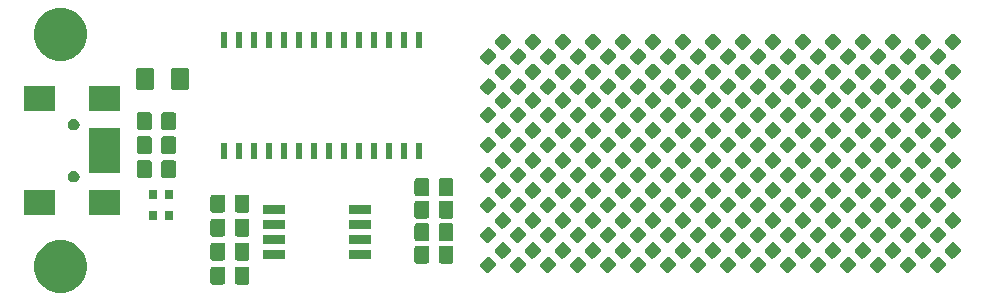
<source format=gbr>
G04 #@! TF.GenerationSoftware,KiCad,Pcbnew,(5.1.5)-3*
G04 #@! TF.CreationDate,2021-03-03T13:10:29+01:00*
G04 #@! TF.ProjectId,LedArray,4c656441-7272-4617-992e-6b696361645f,rev?*
G04 #@! TF.SameCoordinates,Original*
G04 #@! TF.FileFunction,Soldermask,Top*
G04 #@! TF.FilePolarity,Negative*
%FSLAX46Y46*%
G04 Gerber Fmt 4.6, Leading zero omitted, Abs format (unit mm)*
G04 Created by KiCad (PCBNEW (5.1.5)-3) date 2021-03-03 13:10:29*
%MOMM*%
%LPD*%
G04 APERTURE LIST*
%ADD10C,0.100000*%
G04 APERTURE END LIST*
D10*
G36*
X39645880Y-113964776D02*
G01*
X40026593Y-114040504D01*
X40436249Y-114210189D01*
X40804929Y-114456534D01*
X41118466Y-114770071D01*
X41364811Y-115138751D01*
X41534496Y-115548407D01*
X41621000Y-115983296D01*
X41621000Y-116426704D01*
X41534496Y-116861593D01*
X41364811Y-117271249D01*
X41118466Y-117639929D01*
X40804929Y-117953466D01*
X40436249Y-118199811D01*
X40026593Y-118369496D01*
X39645880Y-118445224D01*
X39591705Y-118456000D01*
X39148295Y-118456000D01*
X39094120Y-118445224D01*
X38713407Y-118369496D01*
X38303751Y-118199811D01*
X37935071Y-117953466D01*
X37621534Y-117639929D01*
X37375189Y-117271249D01*
X37205504Y-116861593D01*
X37119000Y-116426704D01*
X37119000Y-115983296D01*
X37205504Y-115548407D01*
X37375189Y-115138751D01*
X37621534Y-114770071D01*
X37935071Y-114456534D01*
X38303751Y-114210189D01*
X38713407Y-114040504D01*
X39094120Y-113964776D01*
X39148295Y-113954000D01*
X39591705Y-113954000D01*
X39645880Y-113964776D01*
G37*
G36*
X55209674Y-116220465D02*
G01*
X55247367Y-116231899D01*
X55282103Y-116250466D01*
X55312548Y-116275452D01*
X55337534Y-116305897D01*
X55356101Y-116340633D01*
X55367535Y-116378326D01*
X55372000Y-116423661D01*
X55372000Y-117510339D01*
X55367535Y-117555674D01*
X55356101Y-117593367D01*
X55337534Y-117628103D01*
X55312548Y-117658548D01*
X55282103Y-117683534D01*
X55247367Y-117702101D01*
X55209674Y-117713535D01*
X55164339Y-117718000D01*
X54327661Y-117718000D01*
X54282326Y-117713535D01*
X54244633Y-117702101D01*
X54209897Y-117683534D01*
X54179452Y-117658548D01*
X54154466Y-117628103D01*
X54135899Y-117593367D01*
X54124465Y-117555674D01*
X54120000Y-117510339D01*
X54120000Y-116423661D01*
X54124465Y-116378326D01*
X54135899Y-116340633D01*
X54154466Y-116305897D01*
X54179452Y-116275452D01*
X54209897Y-116250466D01*
X54244633Y-116231899D01*
X54282326Y-116220465D01*
X54327661Y-116216000D01*
X55164339Y-116216000D01*
X55209674Y-116220465D01*
G37*
G36*
X53159674Y-116220465D02*
G01*
X53197367Y-116231899D01*
X53232103Y-116250466D01*
X53262548Y-116275452D01*
X53287534Y-116305897D01*
X53306101Y-116340633D01*
X53317535Y-116378326D01*
X53322000Y-116423661D01*
X53322000Y-117510339D01*
X53317535Y-117555674D01*
X53306101Y-117593367D01*
X53287534Y-117628103D01*
X53262548Y-117658548D01*
X53232103Y-117683534D01*
X53197367Y-117702101D01*
X53159674Y-117713535D01*
X53114339Y-117718000D01*
X52277661Y-117718000D01*
X52232326Y-117713535D01*
X52194633Y-117702101D01*
X52159897Y-117683534D01*
X52129452Y-117658548D01*
X52104466Y-117628103D01*
X52085899Y-117593367D01*
X52074465Y-117555674D01*
X52070000Y-117510339D01*
X52070000Y-116423661D01*
X52074465Y-116378326D01*
X52085899Y-116340633D01*
X52104466Y-116305897D01*
X52129452Y-116275452D01*
X52159897Y-116250466D01*
X52194633Y-116231899D01*
X52232326Y-116220465D01*
X52277661Y-116216000D01*
X53114339Y-116216000D01*
X53159674Y-116220465D01*
G37*
G36*
X90895636Y-115369981D02*
G01*
X90933132Y-115381356D01*
X90967691Y-115399828D01*
X91002755Y-115428604D01*
X91454396Y-115880245D01*
X91483172Y-115915309D01*
X91501644Y-115949868D01*
X91513019Y-115987364D01*
X91516859Y-116026363D01*
X91513019Y-116065362D01*
X91501644Y-116102858D01*
X91483172Y-116137417D01*
X91454396Y-116172481D01*
X90932045Y-116694832D01*
X90896981Y-116723608D01*
X90862422Y-116742080D01*
X90824926Y-116753455D01*
X90785927Y-116757295D01*
X90746928Y-116753455D01*
X90709432Y-116742080D01*
X90674873Y-116723608D01*
X90639809Y-116694832D01*
X90188168Y-116243191D01*
X90159392Y-116208127D01*
X90140920Y-116173568D01*
X90129545Y-116136072D01*
X90125705Y-116097073D01*
X90129545Y-116058074D01*
X90140920Y-116020578D01*
X90159392Y-115986019D01*
X90188168Y-115950955D01*
X90710519Y-115428604D01*
X90745583Y-115399828D01*
X90780142Y-115381356D01*
X90817638Y-115369981D01*
X90856637Y-115366141D01*
X90895636Y-115369981D01*
G37*
G36*
X108675636Y-115369981D02*
G01*
X108713132Y-115381356D01*
X108747691Y-115399828D01*
X108782755Y-115428604D01*
X109234396Y-115880245D01*
X109263172Y-115915309D01*
X109281644Y-115949868D01*
X109293019Y-115987364D01*
X109296859Y-116026363D01*
X109293019Y-116065362D01*
X109281644Y-116102858D01*
X109263172Y-116137417D01*
X109234396Y-116172481D01*
X108712045Y-116694832D01*
X108676981Y-116723608D01*
X108642422Y-116742080D01*
X108604926Y-116753455D01*
X108565927Y-116757295D01*
X108526928Y-116753455D01*
X108489432Y-116742080D01*
X108454873Y-116723608D01*
X108419809Y-116694832D01*
X107968168Y-116243191D01*
X107939392Y-116208127D01*
X107920920Y-116173568D01*
X107909545Y-116136072D01*
X107905705Y-116097073D01*
X107909545Y-116058074D01*
X107920920Y-116020578D01*
X107939392Y-115986019D01*
X107968168Y-115950955D01*
X108490519Y-115428604D01*
X108525583Y-115399828D01*
X108560142Y-115381356D01*
X108597638Y-115369981D01*
X108636637Y-115366141D01*
X108675636Y-115369981D01*
G37*
G36*
X103595636Y-115369981D02*
G01*
X103633132Y-115381356D01*
X103667691Y-115399828D01*
X103702755Y-115428604D01*
X104154396Y-115880245D01*
X104183172Y-115915309D01*
X104201644Y-115949868D01*
X104213019Y-115987364D01*
X104216859Y-116026363D01*
X104213019Y-116065362D01*
X104201644Y-116102858D01*
X104183172Y-116137417D01*
X104154396Y-116172481D01*
X103632045Y-116694832D01*
X103596981Y-116723608D01*
X103562422Y-116742080D01*
X103524926Y-116753455D01*
X103485927Y-116757295D01*
X103446928Y-116753455D01*
X103409432Y-116742080D01*
X103374873Y-116723608D01*
X103339809Y-116694832D01*
X102888168Y-116243191D01*
X102859392Y-116208127D01*
X102840920Y-116173568D01*
X102829545Y-116136072D01*
X102825705Y-116097073D01*
X102829545Y-116058074D01*
X102840920Y-116020578D01*
X102859392Y-115986019D01*
X102888168Y-115950955D01*
X103410519Y-115428604D01*
X103445583Y-115399828D01*
X103480142Y-115381356D01*
X103517638Y-115369981D01*
X103556637Y-115366141D01*
X103595636Y-115369981D01*
G37*
G36*
X101055636Y-115369981D02*
G01*
X101093132Y-115381356D01*
X101127691Y-115399828D01*
X101162755Y-115428604D01*
X101614396Y-115880245D01*
X101643172Y-115915309D01*
X101661644Y-115949868D01*
X101673019Y-115987364D01*
X101676859Y-116026363D01*
X101673019Y-116065362D01*
X101661644Y-116102858D01*
X101643172Y-116137417D01*
X101614396Y-116172481D01*
X101092045Y-116694832D01*
X101056981Y-116723608D01*
X101022422Y-116742080D01*
X100984926Y-116753455D01*
X100945927Y-116757295D01*
X100906928Y-116753455D01*
X100869432Y-116742080D01*
X100834873Y-116723608D01*
X100799809Y-116694832D01*
X100348168Y-116243191D01*
X100319392Y-116208127D01*
X100300920Y-116173568D01*
X100289545Y-116136072D01*
X100285705Y-116097073D01*
X100289545Y-116058074D01*
X100300920Y-116020578D01*
X100319392Y-115986019D01*
X100348168Y-115950955D01*
X100870519Y-115428604D01*
X100905583Y-115399828D01*
X100940142Y-115381356D01*
X100977638Y-115369981D01*
X101016637Y-115366141D01*
X101055636Y-115369981D01*
G37*
G36*
X98515636Y-115369981D02*
G01*
X98553132Y-115381356D01*
X98587691Y-115399828D01*
X98622755Y-115428604D01*
X99074396Y-115880245D01*
X99103172Y-115915309D01*
X99121644Y-115949868D01*
X99133019Y-115987364D01*
X99136859Y-116026363D01*
X99133019Y-116065362D01*
X99121644Y-116102858D01*
X99103172Y-116137417D01*
X99074396Y-116172481D01*
X98552045Y-116694832D01*
X98516981Y-116723608D01*
X98482422Y-116742080D01*
X98444926Y-116753455D01*
X98405927Y-116757295D01*
X98366928Y-116753455D01*
X98329432Y-116742080D01*
X98294873Y-116723608D01*
X98259809Y-116694832D01*
X97808168Y-116243191D01*
X97779392Y-116208127D01*
X97760920Y-116173568D01*
X97749545Y-116136072D01*
X97745705Y-116097073D01*
X97749545Y-116058074D01*
X97760920Y-116020578D01*
X97779392Y-115986019D01*
X97808168Y-115950955D01*
X98330519Y-115428604D01*
X98365583Y-115399828D01*
X98400142Y-115381356D01*
X98437638Y-115369981D01*
X98476637Y-115366141D01*
X98515636Y-115369981D01*
G37*
G36*
X95975636Y-115369981D02*
G01*
X96013132Y-115381356D01*
X96047691Y-115399828D01*
X96082755Y-115428604D01*
X96534396Y-115880245D01*
X96563172Y-115915309D01*
X96581644Y-115949868D01*
X96593019Y-115987364D01*
X96596859Y-116026363D01*
X96593019Y-116065362D01*
X96581644Y-116102858D01*
X96563172Y-116137417D01*
X96534396Y-116172481D01*
X96012045Y-116694832D01*
X95976981Y-116723608D01*
X95942422Y-116742080D01*
X95904926Y-116753455D01*
X95865927Y-116757295D01*
X95826928Y-116753455D01*
X95789432Y-116742080D01*
X95754873Y-116723608D01*
X95719809Y-116694832D01*
X95268168Y-116243191D01*
X95239392Y-116208127D01*
X95220920Y-116173568D01*
X95209545Y-116136072D01*
X95205705Y-116097073D01*
X95209545Y-116058074D01*
X95220920Y-116020578D01*
X95239392Y-115986019D01*
X95268168Y-115950955D01*
X95790519Y-115428604D01*
X95825583Y-115399828D01*
X95860142Y-115381356D01*
X95897638Y-115369981D01*
X95936637Y-115366141D01*
X95975636Y-115369981D01*
G37*
G36*
X93435636Y-115369981D02*
G01*
X93473132Y-115381356D01*
X93507691Y-115399828D01*
X93542755Y-115428604D01*
X93994396Y-115880245D01*
X94023172Y-115915309D01*
X94041644Y-115949868D01*
X94053019Y-115987364D01*
X94056859Y-116026363D01*
X94053019Y-116065362D01*
X94041644Y-116102858D01*
X94023172Y-116137417D01*
X93994396Y-116172481D01*
X93472045Y-116694832D01*
X93436981Y-116723608D01*
X93402422Y-116742080D01*
X93364926Y-116753455D01*
X93325927Y-116757295D01*
X93286928Y-116753455D01*
X93249432Y-116742080D01*
X93214873Y-116723608D01*
X93179809Y-116694832D01*
X92728168Y-116243191D01*
X92699392Y-116208127D01*
X92680920Y-116173568D01*
X92669545Y-116136072D01*
X92665705Y-116097073D01*
X92669545Y-116058074D01*
X92680920Y-116020578D01*
X92699392Y-115986019D01*
X92728168Y-115950955D01*
X93250519Y-115428604D01*
X93285583Y-115399828D01*
X93320142Y-115381356D01*
X93357638Y-115369981D01*
X93396637Y-115366141D01*
X93435636Y-115369981D01*
G37*
G36*
X88355636Y-115369981D02*
G01*
X88393132Y-115381356D01*
X88427691Y-115399828D01*
X88462755Y-115428604D01*
X88914396Y-115880245D01*
X88943172Y-115915309D01*
X88961644Y-115949868D01*
X88973019Y-115987364D01*
X88976859Y-116026363D01*
X88973019Y-116065362D01*
X88961644Y-116102858D01*
X88943172Y-116137417D01*
X88914396Y-116172481D01*
X88392045Y-116694832D01*
X88356981Y-116723608D01*
X88322422Y-116742080D01*
X88284926Y-116753455D01*
X88245927Y-116757295D01*
X88206928Y-116753455D01*
X88169432Y-116742080D01*
X88134873Y-116723608D01*
X88099809Y-116694832D01*
X87648168Y-116243191D01*
X87619392Y-116208127D01*
X87600920Y-116173568D01*
X87589545Y-116136072D01*
X87585705Y-116097073D01*
X87589545Y-116058074D01*
X87600920Y-116020578D01*
X87619392Y-115986019D01*
X87648168Y-115950955D01*
X88170519Y-115428604D01*
X88205583Y-115399828D01*
X88240142Y-115381356D01*
X88277638Y-115369981D01*
X88316637Y-115366141D01*
X88355636Y-115369981D01*
G37*
G36*
X111215636Y-115369981D02*
G01*
X111253132Y-115381356D01*
X111287691Y-115399828D01*
X111322755Y-115428604D01*
X111774396Y-115880245D01*
X111803172Y-115915309D01*
X111821644Y-115949868D01*
X111833019Y-115987364D01*
X111836859Y-116026363D01*
X111833019Y-116065362D01*
X111821644Y-116102858D01*
X111803172Y-116137417D01*
X111774396Y-116172481D01*
X111252045Y-116694832D01*
X111216981Y-116723608D01*
X111182422Y-116742080D01*
X111144926Y-116753455D01*
X111105927Y-116757295D01*
X111066928Y-116753455D01*
X111029432Y-116742080D01*
X110994873Y-116723608D01*
X110959809Y-116694832D01*
X110508168Y-116243191D01*
X110479392Y-116208127D01*
X110460920Y-116173568D01*
X110449545Y-116136072D01*
X110445705Y-116097073D01*
X110449545Y-116058074D01*
X110460920Y-116020578D01*
X110479392Y-115986019D01*
X110508168Y-115950955D01*
X111030519Y-115428604D01*
X111065583Y-115399828D01*
X111100142Y-115381356D01*
X111137638Y-115369981D01*
X111176637Y-115366141D01*
X111215636Y-115369981D01*
G37*
G36*
X113755636Y-115369981D02*
G01*
X113793132Y-115381356D01*
X113827691Y-115399828D01*
X113862755Y-115428604D01*
X114314396Y-115880245D01*
X114343172Y-115915309D01*
X114361644Y-115949868D01*
X114373019Y-115987364D01*
X114376859Y-116026363D01*
X114373019Y-116065362D01*
X114361644Y-116102858D01*
X114343172Y-116137417D01*
X114314396Y-116172481D01*
X113792045Y-116694832D01*
X113756981Y-116723608D01*
X113722422Y-116742080D01*
X113684926Y-116753455D01*
X113645927Y-116757295D01*
X113606928Y-116753455D01*
X113569432Y-116742080D01*
X113534873Y-116723608D01*
X113499809Y-116694832D01*
X113048168Y-116243191D01*
X113019392Y-116208127D01*
X113000920Y-116173568D01*
X112989545Y-116136072D01*
X112985705Y-116097073D01*
X112989545Y-116058074D01*
X113000920Y-116020578D01*
X113019392Y-115986019D01*
X113048168Y-115950955D01*
X113570519Y-115428604D01*
X113605583Y-115399828D01*
X113640142Y-115381356D01*
X113677638Y-115369981D01*
X113716637Y-115366141D01*
X113755636Y-115369981D01*
G37*
G36*
X85815636Y-115369981D02*
G01*
X85853132Y-115381356D01*
X85887691Y-115399828D01*
X85922755Y-115428604D01*
X86374396Y-115880245D01*
X86403172Y-115915309D01*
X86421644Y-115949868D01*
X86433019Y-115987364D01*
X86436859Y-116026363D01*
X86433019Y-116065362D01*
X86421644Y-116102858D01*
X86403172Y-116137417D01*
X86374396Y-116172481D01*
X85852045Y-116694832D01*
X85816981Y-116723608D01*
X85782422Y-116742080D01*
X85744926Y-116753455D01*
X85705927Y-116757295D01*
X85666928Y-116753455D01*
X85629432Y-116742080D01*
X85594873Y-116723608D01*
X85559809Y-116694832D01*
X85108168Y-116243191D01*
X85079392Y-116208127D01*
X85060920Y-116173568D01*
X85049545Y-116136072D01*
X85045705Y-116097073D01*
X85049545Y-116058074D01*
X85060920Y-116020578D01*
X85079392Y-115986019D01*
X85108168Y-115950955D01*
X85630519Y-115428604D01*
X85665583Y-115399828D01*
X85700142Y-115381356D01*
X85737638Y-115369981D01*
X85776637Y-115366141D01*
X85815636Y-115369981D01*
G37*
G36*
X83275636Y-115369981D02*
G01*
X83313132Y-115381356D01*
X83347691Y-115399828D01*
X83382755Y-115428604D01*
X83834396Y-115880245D01*
X83863172Y-115915309D01*
X83881644Y-115949868D01*
X83893019Y-115987364D01*
X83896859Y-116026363D01*
X83893019Y-116065362D01*
X83881644Y-116102858D01*
X83863172Y-116137417D01*
X83834396Y-116172481D01*
X83312045Y-116694832D01*
X83276981Y-116723608D01*
X83242422Y-116742080D01*
X83204926Y-116753455D01*
X83165927Y-116757295D01*
X83126928Y-116753455D01*
X83089432Y-116742080D01*
X83054873Y-116723608D01*
X83019809Y-116694832D01*
X82568168Y-116243191D01*
X82539392Y-116208127D01*
X82520920Y-116173568D01*
X82509545Y-116136072D01*
X82505705Y-116097073D01*
X82509545Y-116058074D01*
X82520920Y-116020578D01*
X82539392Y-115986019D01*
X82568168Y-115950955D01*
X83090519Y-115428604D01*
X83125583Y-115399828D01*
X83160142Y-115381356D01*
X83197638Y-115369981D01*
X83236637Y-115366141D01*
X83275636Y-115369981D01*
G37*
G36*
X80735636Y-115369981D02*
G01*
X80773132Y-115381356D01*
X80807691Y-115399828D01*
X80842755Y-115428604D01*
X81294396Y-115880245D01*
X81323172Y-115915309D01*
X81341644Y-115949868D01*
X81353019Y-115987364D01*
X81356859Y-116026363D01*
X81353019Y-116065362D01*
X81341644Y-116102858D01*
X81323172Y-116137417D01*
X81294396Y-116172481D01*
X80772045Y-116694832D01*
X80736981Y-116723608D01*
X80702422Y-116742080D01*
X80664926Y-116753455D01*
X80625927Y-116757295D01*
X80586928Y-116753455D01*
X80549432Y-116742080D01*
X80514873Y-116723608D01*
X80479809Y-116694832D01*
X80028168Y-116243191D01*
X79999392Y-116208127D01*
X79980920Y-116173568D01*
X79969545Y-116136072D01*
X79965705Y-116097073D01*
X79969545Y-116058074D01*
X79980920Y-116020578D01*
X79999392Y-115986019D01*
X80028168Y-115950955D01*
X80550519Y-115428604D01*
X80585583Y-115399828D01*
X80620142Y-115381356D01*
X80657638Y-115369981D01*
X80696637Y-115366141D01*
X80735636Y-115369981D01*
G37*
G36*
X78195636Y-115369981D02*
G01*
X78233132Y-115381356D01*
X78267691Y-115399828D01*
X78302755Y-115428604D01*
X78754396Y-115880245D01*
X78783172Y-115915309D01*
X78801644Y-115949868D01*
X78813019Y-115987364D01*
X78816859Y-116026363D01*
X78813019Y-116065362D01*
X78801644Y-116102858D01*
X78783172Y-116137417D01*
X78754396Y-116172481D01*
X78232045Y-116694832D01*
X78196981Y-116723608D01*
X78162422Y-116742080D01*
X78124926Y-116753455D01*
X78085927Y-116757295D01*
X78046928Y-116753455D01*
X78009432Y-116742080D01*
X77974873Y-116723608D01*
X77939809Y-116694832D01*
X77488168Y-116243191D01*
X77459392Y-116208127D01*
X77440920Y-116173568D01*
X77429545Y-116136072D01*
X77425705Y-116097073D01*
X77429545Y-116058074D01*
X77440920Y-116020578D01*
X77459392Y-115986019D01*
X77488168Y-115950955D01*
X78010519Y-115428604D01*
X78045583Y-115399828D01*
X78080142Y-115381356D01*
X78117638Y-115369981D01*
X78156637Y-115366141D01*
X78195636Y-115369981D01*
G37*
G36*
X75655636Y-115369981D02*
G01*
X75693132Y-115381356D01*
X75727691Y-115399828D01*
X75762755Y-115428604D01*
X76214396Y-115880245D01*
X76243172Y-115915309D01*
X76261644Y-115949868D01*
X76273019Y-115987364D01*
X76276859Y-116026363D01*
X76273019Y-116065362D01*
X76261644Y-116102858D01*
X76243172Y-116137417D01*
X76214396Y-116172481D01*
X75692045Y-116694832D01*
X75656981Y-116723608D01*
X75622422Y-116742080D01*
X75584926Y-116753455D01*
X75545927Y-116757295D01*
X75506928Y-116753455D01*
X75469432Y-116742080D01*
X75434873Y-116723608D01*
X75399809Y-116694832D01*
X74948168Y-116243191D01*
X74919392Y-116208127D01*
X74900920Y-116173568D01*
X74889545Y-116136072D01*
X74885705Y-116097073D01*
X74889545Y-116058074D01*
X74900920Y-116020578D01*
X74919392Y-115986019D01*
X74948168Y-115950955D01*
X75470519Y-115428604D01*
X75505583Y-115399828D01*
X75540142Y-115381356D01*
X75577638Y-115369981D01*
X75616637Y-115366141D01*
X75655636Y-115369981D01*
G37*
G36*
X106135636Y-115369981D02*
G01*
X106173132Y-115381356D01*
X106207691Y-115399828D01*
X106242755Y-115428604D01*
X106694396Y-115880245D01*
X106723172Y-115915309D01*
X106741644Y-115949868D01*
X106753019Y-115987364D01*
X106756859Y-116026363D01*
X106753019Y-116065362D01*
X106741644Y-116102858D01*
X106723172Y-116137417D01*
X106694396Y-116172481D01*
X106172045Y-116694832D01*
X106136981Y-116723608D01*
X106102422Y-116742080D01*
X106064926Y-116753455D01*
X106025927Y-116757295D01*
X105986928Y-116753455D01*
X105949432Y-116742080D01*
X105914873Y-116723608D01*
X105879809Y-116694832D01*
X105428168Y-116243191D01*
X105399392Y-116208127D01*
X105380920Y-116173568D01*
X105369545Y-116136072D01*
X105365705Y-116097073D01*
X105369545Y-116058074D01*
X105380920Y-116020578D01*
X105399392Y-115986019D01*
X105428168Y-115950955D01*
X105950519Y-115428604D01*
X105985583Y-115399828D01*
X106020142Y-115381356D01*
X106057638Y-115369981D01*
X106096637Y-115366141D01*
X106135636Y-115369981D01*
G37*
G36*
X70431674Y-114442465D02*
G01*
X70469367Y-114453899D01*
X70504103Y-114472466D01*
X70534548Y-114497452D01*
X70559534Y-114527897D01*
X70578101Y-114562633D01*
X70589535Y-114600326D01*
X70594000Y-114645661D01*
X70594000Y-115732339D01*
X70589535Y-115777674D01*
X70578101Y-115815367D01*
X70559534Y-115850103D01*
X70534548Y-115880548D01*
X70504103Y-115905534D01*
X70469367Y-115924101D01*
X70431674Y-115935535D01*
X70386339Y-115940000D01*
X69549661Y-115940000D01*
X69504326Y-115935535D01*
X69466633Y-115924101D01*
X69431897Y-115905534D01*
X69401452Y-115880548D01*
X69376466Y-115850103D01*
X69357899Y-115815367D01*
X69346465Y-115777674D01*
X69342000Y-115732339D01*
X69342000Y-114645661D01*
X69346465Y-114600326D01*
X69357899Y-114562633D01*
X69376466Y-114527897D01*
X69401452Y-114497452D01*
X69431897Y-114472466D01*
X69466633Y-114453899D01*
X69504326Y-114442465D01*
X69549661Y-114438000D01*
X70386339Y-114438000D01*
X70431674Y-114442465D01*
G37*
G36*
X72481674Y-114442465D02*
G01*
X72519367Y-114453899D01*
X72554103Y-114472466D01*
X72584548Y-114497452D01*
X72609534Y-114527897D01*
X72628101Y-114562633D01*
X72639535Y-114600326D01*
X72644000Y-114645661D01*
X72644000Y-115732339D01*
X72639535Y-115777674D01*
X72628101Y-115815367D01*
X72609534Y-115850103D01*
X72584548Y-115880548D01*
X72554103Y-115905534D01*
X72519367Y-115924101D01*
X72481674Y-115935535D01*
X72436339Y-115940000D01*
X71599661Y-115940000D01*
X71554326Y-115935535D01*
X71516633Y-115924101D01*
X71481897Y-115905534D01*
X71451452Y-115880548D01*
X71426466Y-115850103D01*
X71407899Y-115815367D01*
X71396465Y-115777674D01*
X71392000Y-115732339D01*
X71392000Y-114645661D01*
X71396465Y-114600326D01*
X71407899Y-114562633D01*
X71426466Y-114527897D01*
X71451452Y-114497452D01*
X71481897Y-114472466D01*
X71516633Y-114453899D01*
X71554326Y-114442465D01*
X71599661Y-114438000D01*
X72436339Y-114438000D01*
X72481674Y-114442465D01*
G37*
G36*
X55209674Y-114188465D02*
G01*
X55247367Y-114199899D01*
X55282103Y-114218466D01*
X55312548Y-114243452D01*
X55337534Y-114273897D01*
X55356101Y-114308633D01*
X55367535Y-114346326D01*
X55372000Y-114391661D01*
X55372000Y-115478339D01*
X55367535Y-115523674D01*
X55356101Y-115561367D01*
X55337534Y-115596103D01*
X55312548Y-115626548D01*
X55282103Y-115651534D01*
X55247367Y-115670101D01*
X55209674Y-115681535D01*
X55164339Y-115686000D01*
X54327661Y-115686000D01*
X54282326Y-115681535D01*
X54244633Y-115670101D01*
X54209897Y-115651534D01*
X54179452Y-115626548D01*
X54154466Y-115596103D01*
X54135899Y-115561367D01*
X54124465Y-115523674D01*
X54120000Y-115478339D01*
X54120000Y-114391661D01*
X54124465Y-114346326D01*
X54135899Y-114308633D01*
X54154466Y-114273897D01*
X54179452Y-114243452D01*
X54209897Y-114218466D01*
X54244633Y-114199899D01*
X54282326Y-114188465D01*
X54327661Y-114184000D01*
X55164339Y-114184000D01*
X55209674Y-114188465D01*
G37*
G36*
X53159674Y-114188465D02*
G01*
X53197367Y-114199899D01*
X53232103Y-114218466D01*
X53262548Y-114243452D01*
X53287534Y-114273897D01*
X53306101Y-114308633D01*
X53317535Y-114346326D01*
X53322000Y-114391661D01*
X53322000Y-115478339D01*
X53317535Y-115523674D01*
X53306101Y-115561367D01*
X53287534Y-115596103D01*
X53262548Y-115626548D01*
X53232103Y-115651534D01*
X53197367Y-115670101D01*
X53159674Y-115681535D01*
X53114339Y-115686000D01*
X52277661Y-115686000D01*
X52232326Y-115681535D01*
X52194633Y-115670101D01*
X52159897Y-115651534D01*
X52129452Y-115626548D01*
X52104466Y-115596103D01*
X52085899Y-115561367D01*
X52074465Y-115523674D01*
X52070000Y-115478339D01*
X52070000Y-114391661D01*
X52074465Y-114346326D01*
X52085899Y-114308633D01*
X52104466Y-114273897D01*
X52129452Y-114243452D01*
X52159897Y-114218466D01*
X52194633Y-114199899D01*
X52232326Y-114188465D01*
X52277661Y-114184000D01*
X53114339Y-114184000D01*
X53159674Y-114188465D01*
G37*
G36*
X65638000Y-115565000D02*
G01*
X63836000Y-115565000D01*
X63836000Y-114813000D01*
X65638000Y-114813000D01*
X65638000Y-115565000D01*
G37*
G36*
X58338000Y-115565000D02*
G01*
X56536000Y-115565000D01*
X56536000Y-114813000D01*
X58338000Y-114813000D01*
X58338000Y-115565000D01*
G37*
G36*
X97213072Y-114132545D02*
G01*
X97250568Y-114143920D01*
X97285127Y-114162392D01*
X97320191Y-114191168D01*
X97771832Y-114642809D01*
X97800608Y-114677873D01*
X97819080Y-114712432D01*
X97830455Y-114749928D01*
X97834295Y-114788927D01*
X97830455Y-114827926D01*
X97819080Y-114865422D01*
X97800608Y-114899981D01*
X97771832Y-114935045D01*
X97249481Y-115457396D01*
X97214417Y-115486172D01*
X97179858Y-115504644D01*
X97142362Y-115516019D01*
X97103363Y-115519859D01*
X97064364Y-115516019D01*
X97026868Y-115504644D01*
X96992309Y-115486172D01*
X96957245Y-115457396D01*
X96505604Y-115005755D01*
X96476828Y-114970691D01*
X96458356Y-114936132D01*
X96446981Y-114898636D01*
X96443141Y-114859637D01*
X96446981Y-114820638D01*
X96458356Y-114783142D01*
X96476828Y-114748583D01*
X96505604Y-114713519D01*
X97027955Y-114191168D01*
X97063019Y-114162392D01*
X97097578Y-114143920D01*
X97135074Y-114132545D01*
X97174073Y-114128705D01*
X97213072Y-114132545D01*
G37*
G36*
X79433072Y-114132545D02*
G01*
X79470568Y-114143920D01*
X79505127Y-114162392D01*
X79540191Y-114191168D01*
X79991832Y-114642809D01*
X80020608Y-114677873D01*
X80039080Y-114712432D01*
X80050455Y-114749928D01*
X80054295Y-114788927D01*
X80050455Y-114827926D01*
X80039080Y-114865422D01*
X80020608Y-114899981D01*
X79991832Y-114935045D01*
X79469481Y-115457396D01*
X79434417Y-115486172D01*
X79399858Y-115504644D01*
X79362362Y-115516019D01*
X79323363Y-115519859D01*
X79284364Y-115516019D01*
X79246868Y-115504644D01*
X79212309Y-115486172D01*
X79177245Y-115457396D01*
X78725604Y-115005755D01*
X78696828Y-114970691D01*
X78678356Y-114936132D01*
X78666981Y-114898636D01*
X78663141Y-114859637D01*
X78666981Y-114820638D01*
X78678356Y-114783142D01*
X78696828Y-114748583D01*
X78725604Y-114713519D01*
X79247955Y-114191168D01*
X79283019Y-114162392D01*
X79317578Y-114143920D01*
X79355074Y-114132545D01*
X79394073Y-114128705D01*
X79433072Y-114132545D01*
G37*
G36*
X81973072Y-114132545D02*
G01*
X82010568Y-114143920D01*
X82045127Y-114162392D01*
X82080191Y-114191168D01*
X82531832Y-114642809D01*
X82560608Y-114677873D01*
X82579080Y-114712432D01*
X82590455Y-114749928D01*
X82594295Y-114788927D01*
X82590455Y-114827926D01*
X82579080Y-114865422D01*
X82560608Y-114899981D01*
X82531832Y-114935045D01*
X82009481Y-115457396D01*
X81974417Y-115486172D01*
X81939858Y-115504644D01*
X81902362Y-115516019D01*
X81863363Y-115519859D01*
X81824364Y-115516019D01*
X81786868Y-115504644D01*
X81752309Y-115486172D01*
X81717245Y-115457396D01*
X81265604Y-115005755D01*
X81236828Y-114970691D01*
X81218356Y-114936132D01*
X81206981Y-114898636D01*
X81203141Y-114859637D01*
X81206981Y-114820638D01*
X81218356Y-114783142D01*
X81236828Y-114748583D01*
X81265604Y-114713519D01*
X81787955Y-114191168D01*
X81823019Y-114162392D01*
X81857578Y-114143920D01*
X81895074Y-114132545D01*
X81934073Y-114128705D01*
X81973072Y-114132545D01*
G37*
G36*
X84513072Y-114132545D02*
G01*
X84550568Y-114143920D01*
X84585127Y-114162392D01*
X84620191Y-114191168D01*
X85071832Y-114642809D01*
X85100608Y-114677873D01*
X85119080Y-114712432D01*
X85130455Y-114749928D01*
X85134295Y-114788927D01*
X85130455Y-114827926D01*
X85119080Y-114865422D01*
X85100608Y-114899981D01*
X85071832Y-114935045D01*
X84549481Y-115457396D01*
X84514417Y-115486172D01*
X84479858Y-115504644D01*
X84442362Y-115516019D01*
X84403363Y-115519859D01*
X84364364Y-115516019D01*
X84326868Y-115504644D01*
X84292309Y-115486172D01*
X84257245Y-115457396D01*
X83805604Y-115005755D01*
X83776828Y-114970691D01*
X83758356Y-114936132D01*
X83746981Y-114898636D01*
X83743141Y-114859637D01*
X83746981Y-114820638D01*
X83758356Y-114783142D01*
X83776828Y-114748583D01*
X83805604Y-114713519D01*
X84327955Y-114191168D01*
X84363019Y-114162392D01*
X84397578Y-114143920D01*
X84435074Y-114132545D01*
X84474073Y-114128705D01*
X84513072Y-114132545D01*
G37*
G36*
X87053072Y-114132545D02*
G01*
X87090568Y-114143920D01*
X87125127Y-114162392D01*
X87160191Y-114191168D01*
X87611832Y-114642809D01*
X87640608Y-114677873D01*
X87659080Y-114712432D01*
X87670455Y-114749928D01*
X87674295Y-114788927D01*
X87670455Y-114827926D01*
X87659080Y-114865422D01*
X87640608Y-114899981D01*
X87611832Y-114935045D01*
X87089481Y-115457396D01*
X87054417Y-115486172D01*
X87019858Y-115504644D01*
X86982362Y-115516019D01*
X86943363Y-115519859D01*
X86904364Y-115516019D01*
X86866868Y-115504644D01*
X86832309Y-115486172D01*
X86797245Y-115457396D01*
X86345604Y-115005755D01*
X86316828Y-114970691D01*
X86298356Y-114936132D01*
X86286981Y-114898636D01*
X86283141Y-114859637D01*
X86286981Y-114820638D01*
X86298356Y-114783142D01*
X86316828Y-114748583D01*
X86345604Y-114713519D01*
X86867955Y-114191168D01*
X86903019Y-114162392D01*
X86937578Y-114143920D01*
X86975074Y-114132545D01*
X87014073Y-114128705D01*
X87053072Y-114132545D01*
G37*
G36*
X89593072Y-114132545D02*
G01*
X89630568Y-114143920D01*
X89665127Y-114162392D01*
X89700191Y-114191168D01*
X90151832Y-114642809D01*
X90180608Y-114677873D01*
X90199080Y-114712432D01*
X90210455Y-114749928D01*
X90214295Y-114788927D01*
X90210455Y-114827926D01*
X90199080Y-114865422D01*
X90180608Y-114899981D01*
X90151832Y-114935045D01*
X89629481Y-115457396D01*
X89594417Y-115486172D01*
X89559858Y-115504644D01*
X89522362Y-115516019D01*
X89483363Y-115519859D01*
X89444364Y-115516019D01*
X89406868Y-115504644D01*
X89372309Y-115486172D01*
X89337245Y-115457396D01*
X88885604Y-115005755D01*
X88856828Y-114970691D01*
X88838356Y-114936132D01*
X88826981Y-114898636D01*
X88823141Y-114859637D01*
X88826981Y-114820638D01*
X88838356Y-114783142D01*
X88856828Y-114748583D01*
X88885604Y-114713519D01*
X89407955Y-114191168D01*
X89443019Y-114162392D01*
X89477578Y-114143920D01*
X89515074Y-114132545D01*
X89554073Y-114128705D01*
X89593072Y-114132545D01*
G37*
G36*
X92133072Y-114132545D02*
G01*
X92170568Y-114143920D01*
X92205127Y-114162392D01*
X92240191Y-114191168D01*
X92691832Y-114642809D01*
X92720608Y-114677873D01*
X92739080Y-114712432D01*
X92750455Y-114749928D01*
X92754295Y-114788927D01*
X92750455Y-114827926D01*
X92739080Y-114865422D01*
X92720608Y-114899981D01*
X92691832Y-114935045D01*
X92169481Y-115457396D01*
X92134417Y-115486172D01*
X92099858Y-115504644D01*
X92062362Y-115516019D01*
X92023363Y-115519859D01*
X91984364Y-115516019D01*
X91946868Y-115504644D01*
X91912309Y-115486172D01*
X91877245Y-115457396D01*
X91425604Y-115005755D01*
X91396828Y-114970691D01*
X91378356Y-114936132D01*
X91366981Y-114898636D01*
X91363141Y-114859637D01*
X91366981Y-114820638D01*
X91378356Y-114783142D01*
X91396828Y-114748583D01*
X91425604Y-114713519D01*
X91947955Y-114191168D01*
X91983019Y-114162392D01*
X92017578Y-114143920D01*
X92055074Y-114132545D01*
X92094073Y-114128705D01*
X92133072Y-114132545D01*
G37*
G36*
X94673072Y-114132545D02*
G01*
X94710568Y-114143920D01*
X94745127Y-114162392D01*
X94780191Y-114191168D01*
X95231832Y-114642809D01*
X95260608Y-114677873D01*
X95279080Y-114712432D01*
X95290455Y-114749928D01*
X95294295Y-114788927D01*
X95290455Y-114827926D01*
X95279080Y-114865422D01*
X95260608Y-114899981D01*
X95231832Y-114935045D01*
X94709481Y-115457396D01*
X94674417Y-115486172D01*
X94639858Y-115504644D01*
X94602362Y-115516019D01*
X94563363Y-115519859D01*
X94524364Y-115516019D01*
X94486868Y-115504644D01*
X94452309Y-115486172D01*
X94417245Y-115457396D01*
X93965604Y-115005755D01*
X93936828Y-114970691D01*
X93918356Y-114936132D01*
X93906981Y-114898636D01*
X93903141Y-114859637D01*
X93906981Y-114820638D01*
X93918356Y-114783142D01*
X93936828Y-114748583D01*
X93965604Y-114713519D01*
X94487955Y-114191168D01*
X94523019Y-114162392D01*
X94557578Y-114143920D01*
X94595074Y-114132545D01*
X94634073Y-114128705D01*
X94673072Y-114132545D01*
G37*
G36*
X102293072Y-114132545D02*
G01*
X102330568Y-114143920D01*
X102365127Y-114162392D01*
X102400191Y-114191168D01*
X102851832Y-114642809D01*
X102880608Y-114677873D01*
X102899080Y-114712432D01*
X102910455Y-114749928D01*
X102914295Y-114788927D01*
X102910455Y-114827926D01*
X102899080Y-114865422D01*
X102880608Y-114899981D01*
X102851832Y-114935045D01*
X102329481Y-115457396D01*
X102294417Y-115486172D01*
X102259858Y-115504644D01*
X102222362Y-115516019D01*
X102183363Y-115519859D01*
X102144364Y-115516019D01*
X102106868Y-115504644D01*
X102072309Y-115486172D01*
X102037245Y-115457396D01*
X101585604Y-115005755D01*
X101556828Y-114970691D01*
X101538356Y-114936132D01*
X101526981Y-114898636D01*
X101523141Y-114859637D01*
X101526981Y-114820638D01*
X101538356Y-114783142D01*
X101556828Y-114748583D01*
X101585604Y-114713519D01*
X102107955Y-114191168D01*
X102143019Y-114162392D01*
X102177578Y-114143920D01*
X102215074Y-114132545D01*
X102254073Y-114128705D01*
X102293072Y-114132545D01*
G37*
G36*
X114993072Y-114132545D02*
G01*
X115030568Y-114143920D01*
X115065127Y-114162392D01*
X115100191Y-114191168D01*
X115551832Y-114642809D01*
X115580608Y-114677873D01*
X115599080Y-114712432D01*
X115610455Y-114749928D01*
X115614295Y-114788927D01*
X115610455Y-114827926D01*
X115599080Y-114865422D01*
X115580608Y-114899981D01*
X115551832Y-114935045D01*
X115029481Y-115457396D01*
X114994417Y-115486172D01*
X114959858Y-115504644D01*
X114922362Y-115516019D01*
X114883363Y-115519859D01*
X114844364Y-115516019D01*
X114806868Y-115504644D01*
X114772309Y-115486172D01*
X114737245Y-115457396D01*
X114285604Y-115005755D01*
X114256828Y-114970691D01*
X114238356Y-114936132D01*
X114226981Y-114898636D01*
X114223141Y-114859637D01*
X114226981Y-114820638D01*
X114238356Y-114783142D01*
X114256828Y-114748583D01*
X114285604Y-114713519D01*
X114807955Y-114191168D01*
X114843019Y-114162392D01*
X114877578Y-114143920D01*
X114915074Y-114132545D01*
X114954073Y-114128705D01*
X114993072Y-114132545D01*
G37*
G36*
X104833072Y-114132545D02*
G01*
X104870568Y-114143920D01*
X104905127Y-114162392D01*
X104940191Y-114191168D01*
X105391832Y-114642809D01*
X105420608Y-114677873D01*
X105439080Y-114712432D01*
X105450455Y-114749928D01*
X105454295Y-114788927D01*
X105450455Y-114827926D01*
X105439080Y-114865422D01*
X105420608Y-114899981D01*
X105391832Y-114935045D01*
X104869481Y-115457396D01*
X104834417Y-115486172D01*
X104799858Y-115504644D01*
X104762362Y-115516019D01*
X104723363Y-115519859D01*
X104684364Y-115516019D01*
X104646868Y-115504644D01*
X104612309Y-115486172D01*
X104577245Y-115457396D01*
X104125604Y-115005755D01*
X104096828Y-114970691D01*
X104078356Y-114936132D01*
X104066981Y-114898636D01*
X104063141Y-114859637D01*
X104066981Y-114820638D01*
X104078356Y-114783142D01*
X104096828Y-114748583D01*
X104125604Y-114713519D01*
X104647955Y-114191168D01*
X104683019Y-114162392D01*
X104717578Y-114143920D01*
X104755074Y-114132545D01*
X104794073Y-114128705D01*
X104833072Y-114132545D01*
G37*
G36*
X107373072Y-114132545D02*
G01*
X107410568Y-114143920D01*
X107445127Y-114162392D01*
X107480191Y-114191168D01*
X107931832Y-114642809D01*
X107960608Y-114677873D01*
X107979080Y-114712432D01*
X107990455Y-114749928D01*
X107994295Y-114788927D01*
X107990455Y-114827926D01*
X107979080Y-114865422D01*
X107960608Y-114899981D01*
X107931832Y-114935045D01*
X107409481Y-115457396D01*
X107374417Y-115486172D01*
X107339858Y-115504644D01*
X107302362Y-115516019D01*
X107263363Y-115519859D01*
X107224364Y-115516019D01*
X107186868Y-115504644D01*
X107152309Y-115486172D01*
X107117245Y-115457396D01*
X106665604Y-115005755D01*
X106636828Y-114970691D01*
X106618356Y-114936132D01*
X106606981Y-114898636D01*
X106603141Y-114859637D01*
X106606981Y-114820638D01*
X106618356Y-114783142D01*
X106636828Y-114748583D01*
X106665604Y-114713519D01*
X107187955Y-114191168D01*
X107223019Y-114162392D01*
X107257578Y-114143920D01*
X107295074Y-114132545D01*
X107334073Y-114128705D01*
X107373072Y-114132545D01*
G37*
G36*
X112453072Y-114132545D02*
G01*
X112490568Y-114143920D01*
X112525127Y-114162392D01*
X112560191Y-114191168D01*
X113011832Y-114642809D01*
X113040608Y-114677873D01*
X113059080Y-114712432D01*
X113070455Y-114749928D01*
X113074295Y-114788927D01*
X113070455Y-114827926D01*
X113059080Y-114865422D01*
X113040608Y-114899981D01*
X113011832Y-114935045D01*
X112489481Y-115457396D01*
X112454417Y-115486172D01*
X112419858Y-115504644D01*
X112382362Y-115516019D01*
X112343363Y-115519859D01*
X112304364Y-115516019D01*
X112266868Y-115504644D01*
X112232309Y-115486172D01*
X112197245Y-115457396D01*
X111745604Y-115005755D01*
X111716828Y-114970691D01*
X111698356Y-114936132D01*
X111686981Y-114898636D01*
X111683141Y-114859637D01*
X111686981Y-114820638D01*
X111698356Y-114783142D01*
X111716828Y-114748583D01*
X111745604Y-114713519D01*
X112267955Y-114191168D01*
X112303019Y-114162392D01*
X112337578Y-114143920D01*
X112375074Y-114132545D01*
X112414073Y-114128705D01*
X112453072Y-114132545D01*
G37*
G36*
X109913072Y-114132545D02*
G01*
X109950568Y-114143920D01*
X109985127Y-114162392D01*
X110020191Y-114191168D01*
X110471832Y-114642809D01*
X110500608Y-114677873D01*
X110519080Y-114712432D01*
X110530455Y-114749928D01*
X110534295Y-114788927D01*
X110530455Y-114827926D01*
X110519080Y-114865422D01*
X110500608Y-114899981D01*
X110471832Y-114935045D01*
X109949481Y-115457396D01*
X109914417Y-115486172D01*
X109879858Y-115504644D01*
X109842362Y-115516019D01*
X109803363Y-115519859D01*
X109764364Y-115516019D01*
X109726868Y-115504644D01*
X109692309Y-115486172D01*
X109657245Y-115457396D01*
X109205604Y-115005755D01*
X109176828Y-114970691D01*
X109158356Y-114936132D01*
X109146981Y-114898636D01*
X109143141Y-114859637D01*
X109146981Y-114820638D01*
X109158356Y-114783142D01*
X109176828Y-114748583D01*
X109205604Y-114713519D01*
X109727955Y-114191168D01*
X109763019Y-114162392D01*
X109797578Y-114143920D01*
X109835074Y-114132545D01*
X109874073Y-114128705D01*
X109913072Y-114132545D01*
G37*
G36*
X76893072Y-114132545D02*
G01*
X76930568Y-114143920D01*
X76965127Y-114162392D01*
X77000191Y-114191168D01*
X77451832Y-114642809D01*
X77480608Y-114677873D01*
X77499080Y-114712432D01*
X77510455Y-114749928D01*
X77514295Y-114788927D01*
X77510455Y-114827926D01*
X77499080Y-114865422D01*
X77480608Y-114899981D01*
X77451832Y-114935045D01*
X76929481Y-115457396D01*
X76894417Y-115486172D01*
X76859858Y-115504644D01*
X76822362Y-115516019D01*
X76783363Y-115519859D01*
X76744364Y-115516019D01*
X76706868Y-115504644D01*
X76672309Y-115486172D01*
X76637245Y-115457396D01*
X76185604Y-115005755D01*
X76156828Y-114970691D01*
X76138356Y-114936132D01*
X76126981Y-114898636D01*
X76123141Y-114859637D01*
X76126981Y-114820638D01*
X76138356Y-114783142D01*
X76156828Y-114748583D01*
X76185604Y-114713519D01*
X76707955Y-114191168D01*
X76743019Y-114162392D01*
X76777578Y-114143920D01*
X76815074Y-114132545D01*
X76854073Y-114128705D01*
X76893072Y-114132545D01*
G37*
G36*
X99753072Y-114132545D02*
G01*
X99790568Y-114143920D01*
X99825127Y-114162392D01*
X99860191Y-114191168D01*
X100311832Y-114642809D01*
X100340608Y-114677873D01*
X100359080Y-114712432D01*
X100370455Y-114749928D01*
X100374295Y-114788927D01*
X100370455Y-114827926D01*
X100359080Y-114865422D01*
X100340608Y-114899981D01*
X100311832Y-114935045D01*
X99789481Y-115457396D01*
X99754417Y-115486172D01*
X99719858Y-115504644D01*
X99682362Y-115516019D01*
X99643363Y-115519859D01*
X99604364Y-115516019D01*
X99566868Y-115504644D01*
X99532309Y-115486172D01*
X99497245Y-115457396D01*
X99045604Y-115005755D01*
X99016828Y-114970691D01*
X98998356Y-114936132D01*
X98986981Y-114898636D01*
X98983141Y-114859637D01*
X98986981Y-114820638D01*
X98998356Y-114783142D01*
X99016828Y-114748583D01*
X99045604Y-114713519D01*
X99567955Y-114191168D01*
X99603019Y-114162392D01*
X99637578Y-114143920D01*
X99675074Y-114132545D01*
X99714073Y-114128705D01*
X99753072Y-114132545D01*
G37*
G36*
X65638000Y-114295000D02*
G01*
X63836000Y-114295000D01*
X63836000Y-113543000D01*
X65638000Y-113543000D01*
X65638000Y-114295000D01*
G37*
G36*
X58338000Y-114295000D02*
G01*
X56536000Y-114295000D01*
X56536000Y-113543000D01*
X58338000Y-113543000D01*
X58338000Y-114295000D01*
G37*
G36*
X75655636Y-112829981D02*
G01*
X75693132Y-112841356D01*
X75727691Y-112859828D01*
X75762755Y-112888604D01*
X76214396Y-113340245D01*
X76243172Y-113375309D01*
X76261644Y-113409868D01*
X76273019Y-113447364D01*
X76276859Y-113486363D01*
X76273019Y-113525362D01*
X76261644Y-113562858D01*
X76243172Y-113597417D01*
X76214396Y-113632481D01*
X75692045Y-114154832D01*
X75656981Y-114183608D01*
X75622422Y-114202080D01*
X75584926Y-114213455D01*
X75545927Y-114217295D01*
X75506928Y-114213455D01*
X75469432Y-114202080D01*
X75434873Y-114183608D01*
X75399809Y-114154832D01*
X74948168Y-113703191D01*
X74919392Y-113668127D01*
X74900920Y-113633568D01*
X74889545Y-113596072D01*
X74885705Y-113557073D01*
X74889545Y-113518074D01*
X74900920Y-113480578D01*
X74919392Y-113446019D01*
X74948168Y-113410955D01*
X75470519Y-112888604D01*
X75505583Y-112859828D01*
X75540142Y-112841356D01*
X75577638Y-112829981D01*
X75616637Y-112826141D01*
X75655636Y-112829981D01*
G37*
G36*
X85815636Y-112829981D02*
G01*
X85853132Y-112841356D01*
X85887691Y-112859828D01*
X85922755Y-112888604D01*
X86374396Y-113340245D01*
X86403172Y-113375309D01*
X86421644Y-113409868D01*
X86433019Y-113447364D01*
X86436859Y-113486363D01*
X86433019Y-113525362D01*
X86421644Y-113562858D01*
X86403172Y-113597417D01*
X86374396Y-113632481D01*
X85852045Y-114154832D01*
X85816981Y-114183608D01*
X85782422Y-114202080D01*
X85744926Y-114213455D01*
X85705927Y-114217295D01*
X85666928Y-114213455D01*
X85629432Y-114202080D01*
X85594873Y-114183608D01*
X85559809Y-114154832D01*
X85108168Y-113703191D01*
X85079392Y-113668127D01*
X85060920Y-113633568D01*
X85049545Y-113596072D01*
X85045705Y-113557073D01*
X85049545Y-113518074D01*
X85060920Y-113480578D01*
X85079392Y-113446019D01*
X85108168Y-113410955D01*
X85630519Y-112888604D01*
X85665583Y-112859828D01*
X85700142Y-112841356D01*
X85737638Y-112829981D01*
X85776637Y-112826141D01*
X85815636Y-112829981D01*
G37*
G36*
X80735636Y-112829981D02*
G01*
X80773132Y-112841356D01*
X80807691Y-112859828D01*
X80842755Y-112888604D01*
X81294396Y-113340245D01*
X81323172Y-113375309D01*
X81341644Y-113409868D01*
X81353019Y-113447364D01*
X81356859Y-113486363D01*
X81353019Y-113525362D01*
X81341644Y-113562858D01*
X81323172Y-113597417D01*
X81294396Y-113632481D01*
X80772045Y-114154832D01*
X80736981Y-114183608D01*
X80702422Y-114202080D01*
X80664926Y-114213455D01*
X80625927Y-114217295D01*
X80586928Y-114213455D01*
X80549432Y-114202080D01*
X80514873Y-114183608D01*
X80479809Y-114154832D01*
X80028168Y-113703191D01*
X79999392Y-113668127D01*
X79980920Y-113633568D01*
X79969545Y-113596072D01*
X79965705Y-113557073D01*
X79969545Y-113518074D01*
X79980920Y-113480578D01*
X79999392Y-113446019D01*
X80028168Y-113410955D01*
X80550519Y-112888604D01*
X80585583Y-112859828D01*
X80620142Y-112841356D01*
X80657638Y-112829981D01*
X80696637Y-112826141D01*
X80735636Y-112829981D01*
G37*
G36*
X78195636Y-112829981D02*
G01*
X78233132Y-112841356D01*
X78267691Y-112859828D01*
X78302755Y-112888604D01*
X78754396Y-113340245D01*
X78783172Y-113375309D01*
X78801644Y-113409868D01*
X78813019Y-113447364D01*
X78816859Y-113486363D01*
X78813019Y-113525362D01*
X78801644Y-113562858D01*
X78783172Y-113597417D01*
X78754396Y-113632481D01*
X78232045Y-114154832D01*
X78196981Y-114183608D01*
X78162422Y-114202080D01*
X78124926Y-114213455D01*
X78085927Y-114217295D01*
X78046928Y-114213455D01*
X78009432Y-114202080D01*
X77974873Y-114183608D01*
X77939809Y-114154832D01*
X77488168Y-113703191D01*
X77459392Y-113668127D01*
X77440920Y-113633568D01*
X77429545Y-113596072D01*
X77425705Y-113557073D01*
X77429545Y-113518074D01*
X77440920Y-113480578D01*
X77459392Y-113446019D01*
X77488168Y-113410955D01*
X78010519Y-112888604D01*
X78045583Y-112859828D01*
X78080142Y-112841356D01*
X78117638Y-112829981D01*
X78156637Y-112826141D01*
X78195636Y-112829981D01*
G37*
G36*
X113755636Y-112829981D02*
G01*
X113793132Y-112841356D01*
X113827691Y-112859828D01*
X113862755Y-112888604D01*
X114314396Y-113340245D01*
X114343172Y-113375309D01*
X114361644Y-113409868D01*
X114373019Y-113447364D01*
X114376859Y-113486363D01*
X114373019Y-113525362D01*
X114361644Y-113562858D01*
X114343172Y-113597417D01*
X114314396Y-113632481D01*
X113792045Y-114154832D01*
X113756981Y-114183608D01*
X113722422Y-114202080D01*
X113684926Y-114213455D01*
X113645927Y-114217295D01*
X113606928Y-114213455D01*
X113569432Y-114202080D01*
X113534873Y-114183608D01*
X113499809Y-114154832D01*
X113048168Y-113703191D01*
X113019392Y-113668127D01*
X113000920Y-113633568D01*
X112989545Y-113596072D01*
X112985705Y-113557073D01*
X112989545Y-113518074D01*
X113000920Y-113480578D01*
X113019392Y-113446019D01*
X113048168Y-113410955D01*
X113570519Y-112888604D01*
X113605583Y-112859828D01*
X113640142Y-112841356D01*
X113677638Y-112829981D01*
X113716637Y-112826141D01*
X113755636Y-112829981D01*
G37*
G36*
X111215636Y-112829981D02*
G01*
X111253132Y-112841356D01*
X111287691Y-112859828D01*
X111322755Y-112888604D01*
X111774396Y-113340245D01*
X111803172Y-113375309D01*
X111821644Y-113409868D01*
X111833019Y-113447364D01*
X111836859Y-113486363D01*
X111833019Y-113525362D01*
X111821644Y-113562858D01*
X111803172Y-113597417D01*
X111774396Y-113632481D01*
X111252045Y-114154832D01*
X111216981Y-114183608D01*
X111182422Y-114202080D01*
X111144926Y-114213455D01*
X111105927Y-114217295D01*
X111066928Y-114213455D01*
X111029432Y-114202080D01*
X110994873Y-114183608D01*
X110959809Y-114154832D01*
X110508168Y-113703191D01*
X110479392Y-113668127D01*
X110460920Y-113633568D01*
X110449545Y-113596072D01*
X110445705Y-113557073D01*
X110449545Y-113518074D01*
X110460920Y-113480578D01*
X110479392Y-113446019D01*
X110508168Y-113410955D01*
X111030519Y-112888604D01*
X111065583Y-112859828D01*
X111100142Y-112841356D01*
X111137638Y-112829981D01*
X111176637Y-112826141D01*
X111215636Y-112829981D01*
G37*
G36*
X108675636Y-112829981D02*
G01*
X108713132Y-112841356D01*
X108747691Y-112859828D01*
X108782755Y-112888604D01*
X109234396Y-113340245D01*
X109263172Y-113375309D01*
X109281644Y-113409868D01*
X109293019Y-113447364D01*
X109296859Y-113486363D01*
X109293019Y-113525362D01*
X109281644Y-113562858D01*
X109263172Y-113597417D01*
X109234396Y-113632481D01*
X108712045Y-114154832D01*
X108676981Y-114183608D01*
X108642422Y-114202080D01*
X108604926Y-114213455D01*
X108565927Y-114217295D01*
X108526928Y-114213455D01*
X108489432Y-114202080D01*
X108454873Y-114183608D01*
X108419809Y-114154832D01*
X107968168Y-113703191D01*
X107939392Y-113668127D01*
X107920920Y-113633568D01*
X107909545Y-113596072D01*
X107905705Y-113557073D01*
X107909545Y-113518074D01*
X107920920Y-113480578D01*
X107939392Y-113446019D01*
X107968168Y-113410955D01*
X108490519Y-112888604D01*
X108525583Y-112859828D01*
X108560142Y-112841356D01*
X108597638Y-112829981D01*
X108636637Y-112826141D01*
X108675636Y-112829981D01*
G37*
G36*
X106135636Y-112829981D02*
G01*
X106173132Y-112841356D01*
X106207691Y-112859828D01*
X106242755Y-112888604D01*
X106694396Y-113340245D01*
X106723172Y-113375309D01*
X106741644Y-113409868D01*
X106753019Y-113447364D01*
X106756859Y-113486363D01*
X106753019Y-113525362D01*
X106741644Y-113562858D01*
X106723172Y-113597417D01*
X106694396Y-113632481D01*
X106172045Y-114154832D01*
X106136981Y-114183608D01*
X106102422Y-114202080D01*
X106064926Y-114213455D01*
X106025927Y-114217295D01*
X105986928Y-114213455D01*
X105949432Y-114202080D01*
X105914873Y-114183608D01*
X105879809Y-114154832D01*
X105428168Y-113703191D01*
X105399392Y-113668127D01*
X105380920Y-113633568D01*
X105369545Y-113596072D01*
X105365705Y-113557073D01*
X105369545Y-113518074D01*
X105380920Y-113480578D01*
X105399392Y-113446019D01*
X105428168Y-113410955D01*
X105950519Y-112888604D01*
X105985583Y-112859828D01*
X106020142Y-112841356D01*
X106057638Y-112829981D01*
X106096637Y-112826141D01*
X106135636Y-112829981D01*
G37*
G36*
X101055636Y-112829981D02*
G01*
X101093132Y-112841356D01*
X101127691Y-112859828D01*
X101162755Y-112888604D01*
X101614396Y-113340245D01*
X101643172Y-113375309D01*
X101661644Y-113409868D01*
X101673019Y-113447364D01*
X101676859Y-113486363D01*
X101673019Y-113525362D01*
X101661644Y-113562858D01*
X101643172Y-113597417D01*
X101614396Y-113632481D01*
X101092045Y-114154832D01*
X101056981Y-114183608D01*
X101022422Y-114202080D01*
X100984926Y-114213455D01*
X100945927Y-114217295D01*
X100906928Y-114213455D01*
X100869432Y-114202080D01*
X100834873Y-114183608D01*
X100799809Y-114154832D01*
X100348168Y-113703191D01*
X100319392Y-113668127D01*
X100300920Y-113633568D01*
X100289545Y-113596072D01*
X100285705Y-113557073D01*
X100289545Y-113518074D01*
X100300920Y-113480578D01*
X100319392Y-113446019D01*
X100348168Y-113410955D01*
X100870519Y-112888604D01*
X100905583Y-112859828D01*
X100940142Y-112841356D01*
X100977638Y-112829981D01*
X101016637Y-112826141D01*
X101055636Y-112829981D01*
G37*
G36*
X98515636Y-112829981D02*
G01*
X98553132Y-112841356D01*
X98587691Y-112859828D01*
X98622755Y-112888604D01*
X99074396Y-113340245D01*
X99103172Y-113375309D01*
X99121644Y-113409868D01*
X99133019Y-113447364D01*
X99136859Y-113486363D01*
X99133019Y-113525362D01*
X99121644Y-113562858D01*
X99103172Y-113597417D01*
X99074396Y-113632481D01*
X98552045Y-114154832D01*
X98516981Y-114183608D01*
X98482422Y-114202080D01*
X98444926Y-114213455D01*
X98405927Y-114217295D01*
X98366928Y-114213455D01*
X98329432Y-114202080D01*
X98294873Y-114183608D01*
X98259809Y-114154832D01*
X97808168Y-113703191D01*
X97779392Y-113668127D01*
X97760920Y-113633568D01*
X97749545Y-113596072D01*
X97745705Y-113557073D01*
X97749545Y-113518074D01*
X97760920Y-113480578D01*
X97779392Y-113446019D01*
X97808168Y-113410955D01*
X98330519Y-112888604D01*
X98365583Y-112859828D01*
X98400142Y-112841356D01*
X98437638Y-112829981D01*
X98476637Y-112826141D01*
X98515636Y-112829981D01*
G37*
G36*
X83275636Y-112829981D02*
G01*
X83313132Y-112841356D01*
X83347691Y-112859828D01*
X83382755Y-112888604D01*
X83834396Y-113340245D01*
X83863172Y-113375309D01*
X83881644Y-113409868D01*
X83893019Y-113447364D01*
X83896859Y-113486363D01*
X83893019Y-113525362D01*
X83881644Y-113562858D01*
X83863172Y-113597417D01*
X83834396Y-113632481D01*
X83312045Y-114154832D01*
X83276981Y-114183608D01*
X83242422Y-114202080D01*
X83204926Y-114213455D01*
X83165927Y-114217295D01*
X83126928Y-114213455D01*
X83089432Y-114202080D01*
X83054873Y-114183608D01*
X83019809Y-114154832D01*
X82568168Y-113703191D01*
X82539392Y-113668127D01*
X82520920Y-113633568D01*
X82509545Y-113596072D01*
X82505705Y-113557073D01*
X82509545Y-113518074D01*
X82520920Y-113480578D01*
X82539392Y-113446019D01*
X82568168Y-113410955D01*
X83090519Y-112888604D01*
X83125583Y-112859828D01*
X83160142Y-112841356D01*
X83197638Y-112829981D01*
X83236637Y-112826141D01*
X83275636Y-112829981D01*
G37*
G36*
X95975636Y-112829981D02*
G01*
X96013132Y-112841356D01*
X96047691Y-112859828D01*
X96082755Y-112888604D01*
X96534396Y-113340245D01*
X96563172Y-113375309D01*
X96581644Y-113409868D01*
X96593019Y-113447364D01*
X96596859Y-113486363D01*
X96593019Y-113525362D01*
X96581644Y-113562858D01*
X96563172Y-113597417D01*
X96534396Y-113632481D01*
X96012045Y-114154832D01*
X95976981Y-114183608D01*
X95942422Y-114202080D01*
X95904926Y-114213455D01*
X95865927Y-114217295D01*
X95826928Y-114213455D01*
X95789432Y-114202080D01*
X95754873Y-114183608D01*
X95719809Y-114154832D01*
X95268168Y-113703191D01*
X95239392Y-113668127D01*
X95220920Y-113633568D01*
X95209545Y-113596072D01*
X95205705Y-113557073D01*
X95209545Y-113518074D01*
X95220920Y-113480578D01*
X95239392Y-113446019D01*
X95268168Y-113410955D01*
X95790519Y-112888604D01*
X95825583Y-112859828D01*
X95860142Y-112841356D01*
X95897638Y-112829981D01*
X95936637Y-112826141D01*
X95975636Y-112829981D01*
G37*
G36*
X93435636Y-112829981D02*
G01*
X93473132Y-112841356D01*
X93507691Y-112859828D01*
X93542755Y-112888604D01*
X93994396Y-113340245D01*
X94023172Y-113375309D01*
X94041644Y-113409868D01*
X94053019Y-113447364D01*
X94056859Y-113486363D01*
X94053019Y-113525362D01*
X94041644Y-113562858D01*
X94023172Y-113597417D01*
X93994396Y-113632481D01*
X93472045Y-114154832D01*
X93436981Y-114183608D01*
X93402422Y-114202080D01*
X93364926Y-114213455D01*
X93325927Y-114217295D01*
X93286928Y-114213455D01*
X93249432Y-114202080D01*
X93214873Y-114183608D01*
X93179809Y-114154832D01*
X92728168Y-113703191D01*
X92699392Y-113668127D01*
X92680920Y-113633568D01*
X92669545Y-113596072D01*
X92665705Y-113557073D01*
X92669545Y-113518074D01*
X92680920Y-113480578D01*
X92699392Y-113446019D01*
X92728168Y-113410955D01*
X93250519Y-112888604D01*
X93285583Y-112859828D01*
X93320142Y-112841356D01*
X93357638Y-112829981D01*
X93396637Y-112826141D01*
X93435636Y-112829981D01*
G37*
G36*
X90895636Y-112829981D02*
G01*
X90933132Y-112841356D01*
X90967691Y-112859828D01*
X91002755Y-112888604D01*
X91454396Y-113340245D01*
X91483172Y-113375309D01*
X91501644Y-113409868D01*
X91513019Y-113447364D01*
X91516859Y-113486363D01*
X91513019Y-113525362D01*
X91501644Y-113562858D01*
X91483172Y-113597417D01*
X91454396Y-113632481D01*
X90932045Y-114154832D01*
X90896981Y-114183608D01*
X90862422Y-114202080D01*
X90824926Y-114213455D01*
X90785927Y-114217295D01*
X90746928Y-114213455D01*
X90709432Y-114202080D01*
X90674873Y-114183608D01*
X90639809Y-114154832D01*
X90188168Y-113703191D01*
X90159392Y-113668127D01*
X90140920Y-113633568D01*
X90129545Y-113596072D01*
X90125705Y-113557073D01*
X90129545Y-113518074D01*
X90140920Y-113480578D01*
X90159392Y-113446019D01*
X90188168Y-113410955D01*
X90710519Y-112888604D01*
X90745583Y-112859828D01*
X90780142Y-112841356D01*
X90817638Y-112829981D01*
X90856637Y-112826141D01*
X90895636Y-112829981D01*
G37*
G36*
X88355636Y-112829981D02*
G01*
X88393132Y-112841356D01*
X88427691Y-112859828D01*
X88462755Y-112888604D01*
X88914396Y-113340245D01*
X88943172Y-113375309D01*
X88961644Y-113409868D01*
X88973019Y-113447364D01*
X88976859Y-113486363D01*
X88973019Y-113525362D01*
X88961644Y-113562858D01*
X88943172Y-113597417D01*
X88914396Y-113632481D01*
X88392045Y-114154832D01*
X88356981Y-114183608D01*
X88322422Y-114202080D01*
X88284926Y-114213455D01*
X88245927Y-114217295D01*
X88206928Y-114213455D01*
X88169432Y-114202080D01*
X88134873Y-114183608D01*
X88099809Y-114154832D01*
X87648168Y-113703191D01*
X87619392Y-113668127D01*
X87600920Y-113633568D01*
X87589545Y-113596072D01*
X87585705Y-113557073D01*
X87589545Y-113518074D01*
X87600920Y-113480578D01*
X87619392Y-113446019D01*
X87648168Y-113410955D01*
X88170519Y-112888604D01*
X88205583Y-112859828D01*
X88240142Y-112841356D01*
X88277638Y-112829981D01*
X88316637Y-112826141D01*
X88355636Y-112829981D01*
G37*
G36*
X103595636Y-112829981D02*
G01*
X103633132Y-112841356D01*
X103667691Y-112859828D01*
X103702755Y-112888604D01*
X104154396Y-113340245D01*
X104183172Y-113375309D01*
X104201644Y-113409868D01*
X104213019Y-113447364D01*
X104216859Y-113486363D01*
X104213019Y-113525362D01*
X104201644Y-113562858D01*
X104183172Y-113597417D01*
X104154396Y-113632481D01*
X103632045Y-114154832D01*
X103596981Y-114183608D01*
X103562422Y-114202080D01*
X103524926Y-114213455D01*
X103485927Y-114217295D01*
X103446928Y-114213455D01*
X103409432Y-114202080D01*
X103374873Y-114183608D01*
X103339809Y-114154832D01*
X102888168Y-113703191D01*
X102859392Y-113668127D01*
X102840920Y-113633568D01*
X102829545Y-113596072D01*
X102825705Y-113557073D01*
X102829545Y-113518074D01*
X102840920Y-113480578D01*
X102859392Y-113446019D01*
X102888168Y-113410955D01*
X103410519Y-112888604D01*
X103445583Y-112859828D01*
X103480142Y-112841356D01*
X103517638Y-112829981D01*
X103556637Y-112826141D01*
X103595636Y-112829981D01*
G37*
G36*
X70431674Y-112537465D02*
G01*
X70469367Y-112548899D01*
X70504103Y-112567466D01*
X70534548Y-112592452D01*
X70559534Y-112622897D01*
X70578101Y-112657633D01*
X70589535Y-112695326D01*
X70594000Y-112740661D01*
X70594000Y-113827339D01*
X70589535Y-113872674D01*
X70578101Y-113910367D01*
X70559534Y-113945103D01*
X70534548Y-113975548D01*
X70504103Y-114000534D01*
X70469367Y-114019101D01*
X70431674Y-114030535D01*
X70386339Y-114035000D01*
X69549661Y-114035000D01*
X69504326Y-114030535D01*
X69466633Y-114019101D01*
X69431897Y-114000534D01*
X69401452Y-113975548D01*
X69376466Y-113945103D01*
X69357899Y-113910367D01*
X69346465Y-113872674D01*
X69342000Y-113827339D01*
X69342000Y-112740661D01*
X69346465Y-112695326D01*
X69357899Y-112657633D01*
X69376466Y-112622897D01*
X69401452Y-112592452D01*
X69431897Y-112567466D01*
X69466633Y-112548899D01*
X69504326Y-112537465D01*
X69549661Y-112533000D01*
X70386339Y-112533000D01*
X70431674Y-112537465D01*
G37*
G36*
X72481674Y-112537465D02*
G01*
X72519367Y-112548899D01*
X72554103Y-112567466D01*
X72584548Y-112592452D01*
X72609534Y-112622897D01*
X72628101Y-112657633D01*
X72639535Y-112695326D01*
X72644000Y-112740661D01*
X72644000Y-113827339D01*
X72639535Y-113872674D01*
X72628101Y-113910367D01*
X72609534Y-113945103D01*
X72584548Y-113975548D01*
X72554103Y-114000534D01*
X72519367Y-114019101D01*
X72481674Y-114030535D01*
X72436339Y-114035000D01*
X71599661Y-114035000D01*
X71554326Y-114030535D01*
X71516633Y-114019101D01*
X71481897Y-114000534D01*
X71451452Y-113975548D01*
X71426466Y-113945103D01*
X71407899Y-113910367D01*
X71396465Y-113872674D01*
X71392000Y-113827339D01*
X71392000Y-112740661D01*
X71396465Y-112695326D01*
X71407899Y-112657633D01*
X71426466Y-112622897D01*
X71451452Y-112592452D01*
X71481897Y-112567466D01*
X71516633Y-112548899D01*
X71554326Y-112537465D01*
X71599661Y-112533000D01*
X72436339Y-112533000D01*
X72481674Y-112537465D01*
G37*
G36*
X53159674Y-112156465D02*
G01*
X53197367Y-112167899D01*
X53232103Y-112186466D01*
X53262548Y-112211452D01*
X53287534Y-112241897D01*
X53306101Y-112276633D01*
X53317535Y-112314326D01*
X53322000Y-112359661D01*
X53322000Y-113446339D01*
X53317535Y-113491674D01*
X53306101Y-113529367D01*
X53287534Y-113564103D01*
X53262548Y-113594548D01*
X53232103Y-113619534D01*
X53197367Y-113638101D01*
X53159674Y-113649535D01*
X53114339Y-113654000D01*
X52277661Y-113654000D01*
X52232326Y-113649535D01*
X52194633Y-113638101D01*
X52159897Y-113619534D01*
X52129452Y-113594548D01*
X52104466Y-113564103D01*
X52085899Y-113529367D01*
X52074465Y-113491674D01*
X52070000Y-113446339D01*
X52070000Y-112359661D01*
X52074465Y-112314326D01*
X52085899Y-112276633D01*
X52104466Y-112241897D01*
X52129452Y-112211452D01*
X52159897Y-112186466D01*
X52194633Y-112167899D01*
X52232326Y-112156465D01*
X52277661Y-112152000D01*
X53114339Y-112152000D01*
X53159674Y-112156465D01*
G37*
G36*
X55209674Y-112156465D02*
G01*
X55247367Y-112167899D01*
X55282103Y-112186466D01*
X55312548Y-112211452D01*
X55337534Y-112241897D01*
X55356101Y-112276633D01*
X55367535Y-112314326D01*
X55372000Y-112359661D01*
X55372000Y-113446339D01*
X55367535Y-113491674D01*
X55356101Y-113529367D01*
X55337534Y-113564103D01*
X55312548Y-113594548D01*
X55282103Y-113619534D01*
X55247367Y-113638101D01*
X55209674Y-113649535D01*
X55164339Y-113654000D01*
X54327661Y-113654000D01*
X54282326Y-113649535D01*
X54244633Y-113638101D01*
X54209897Y-113619534D01*
X54179452Y-113594548D01*
X54154466Y-113564103D01*
X54135899Y-113529367D01*
X54124465Y-113491674D01*
X54120000Y-113446339D01*
X54120000Y-112359661D01*
X54124465Y-112314326D01*
X54135899Y-112276633D01*
X54154466Y-112241897D01*
X54179452Y-112211452D01*
X54209897Y-112186466D01*
X54244633Y-112167899D01*
X54282326Y-112156465D01*
X54327661Y-112152000D01*
X55164339Y-112152000D01*
X55209674Y-112156465D01*
G37*
G36*
X65638000Y-113025000D02*
G01*
X63836000Y-113025000D01*
X63836000Y-112273000D01*
X65638000Y-112273000D01*
X65638000Y-113025000D01*
G37*
G36*
X58338000Y-113025000D02*
G01*
X56536000Y-113025000D01*
X56536000Y-112273000D01*
X58338000Y-112273000D01*
X58338000Y-113025000D01*
G37*
G36*
X114993072Y-111592545D02*
G01*
X115030568Y-111603920D01*
X115065127Y-111622392D01*
X115100191Y-111651168D01*
X115551832Y-112102809D01*
X115580608Y-112137873D01*
X115599080Y-112172432D01*
X115610455Y-112209928D01*
X115614295Y-112248927D01*
X115610455Y-112287926D01*
X115599080Y-112325422D01*
X115580608Y-112359981D01*
X115551832Y-112395045D01*
X115029481Y-112917396D01*
X114994417Y-112946172D01*
X114959858Y-112964644D01*
X114922362Y-112976019D01*
X114883363Y-112979859D01*
X114844364Y-112976019D01*
X114806868Y-112964644D01*
X114772309Y-112946172D01*
X114737245Y-112917396D01*
X114285604Y-112465755D01*
X114256828Y-112430691D01*
X114238356Y-112396132D01*
X114226981Y-112358636D01*
X114223141Y-112319637D01*
X114226981Y-112280638D01*
X114238356Y-112243142D01*
X114256828Y-112208583D01*
X114285604Y-112173519D01*
X114807955Y-111651168D01*
X114843019Y-111622392D01*
X114877578Y-111603920D01*
X114915074Y-111592545D01*
X114954073Y-111588705D01*
X114993072Y-111592545D01*
G37*
G36*
X76893072Y-111592545D02*
G01*
X76930568Y-111603920D01*
X76965127Y-111622392D01*
X77000191Y-111651168D01*
X77451832Y-112102809D01*
X77480608Y-112137873D01*
X77499080Y-112172432D01*
X77510455Y-112209928D01*
X77514295Y-112248927D01*
X77510455Y-112287926D01*
X77499080Y-112325422D01*
X77480608Y-112359981D01*
X77451832Y-112395045D01*
X76929481Y-112917396D01*
X76894417Y-112946172D01*
X76859858Y-112964644D01*
X76822362Y-112976019D01*
X76783363Y-112979859D01*
X76744364Y-112976019D01*
X76706868Y-112964644D01*
X76672309Y-112946172D01*
X76637245Y-112917396D01*
X76185604Y-112465755D01*
X76156828Y-112430691D01*
X76138356Y-112396132D01*
X76126981Y-112358636D01*
X76123141Y-112319637D01*
X76126981Y-112280638D01*
X76138356Y-112243142D01*
X76156828Y-112208583D01*
X76185604Y-112173519D01*
X76707955Y-111651168D01*
X76743019Y-111622392D01*
X76777578Y-111603920D01*
X76815074Y-111592545D01*
X76854073Y-111588705D01*
X76893072Y-111592545D01*
G37*
G36*
X81973072Y-111592545D02*
G01*
X82010568Y-111603920D01*
X82045127Y-111622392D01*
X82080191Y-111651168D01*
X82531832Y-112102809D01*
X82560608Y-112137873D01*
X82579080Y-112172432D01*
X82590455Y-112209928D01*
X82594295Y-112248927D01*
X82590455Y-112287926D01*
X82579080Y-112325422D01*
X82560608Y-112359981D01*
X82531832Y-112395045D01*
X82009481Y-112917396D01*
X81974417Y-112946172D01*
X81939858Y-112964644D01*
X81902362Y-112976019D01*
X81863363Y-112979859D01*
X81824364Y-112976019D01*
X81786868Y-112964644D01*
X81752309Y-112946172D01*
X81717245Y-112917396D01*
X81265604Y-112465755D01*
X81236828Y-112430691D01*
X81218356Y-112396132D01*
X81206981Y-112358636D01*
X81203141Y-112319637D01*
X81206981Y-112280638D01*
X81218356Y-112243142D01*
X81236828Y-112208583D01*
X81265604Y-112173519D01*
X81787955Y-111651168D01*
X81823019Y-111622392D01*
X81857578Y-111603920D01*
X81895074Y-111592545D01*
X81934073Y-111588705D01*
X81973072Y-111592545D01*
G37*
G36*
X84513072Y-111592545D02*
G01*
X84550568Y-111603920D01*
X84585127Y-111622392D01*
X84620191Y-111651168D01*
X85071832Y-112102809D01*
X85100608Y-112137873D01*
X85119080Y-112172432D01*
X85130455Y-112209928D01*
X85134295Y-112248927D01*
X85130455Y-112287926D01*
X85119080Y-112325422D01*
X85100608Y-112359981D01*
X85071832Y-112395045D01*
X84549481Y-112917396D01*
X84514417Y-112946172D01*
X84479858Y-112964644D01*
X84442362Y-112976019D01*
X84403363Y-112979859D01*
X84364364Y-112976019D01*
X84326868Y-112964644D01*
X84292309Y-112946172D01*
X84257245Y-112917396D01*
X83805604Y-112465755D01*
X83776828Y-112430691D01*
X83758356Y-112396132D01*
X83746981Y-112358636D01*
X83743141Y-112319637D01*
X83746981Y-112280638D01*
X83758356Y-112243142D01*
X83776828Y-112208583D01*
X83805604Y-112173519D01*
X84327955Y-111651168D01*
X84363019Y-111622392D01*
X84397578Y-111603920D01*
X84435074Y-111592545D01*
X84474073Y-111588705D01*
X84513072Y-111592545D01*
G37*
G36*
X107373072Y-111592545D02*
G01*
X107410568Y-111603920D01*
X107445127Y-111622392D01*
X107480191Y-111651168D01*
X107931832Y-112102809D01*
X107960608Y-112137873D01*
X107979080Y-112172432D01*
X107990455Y-112209928D01*
X107994295Y-112248927D01*
X107990455Y-112287926D01*
X107979080Y-112325422D01*
X107960608Y-112359981D01*
X107931832Y-112395045D01*
X107409481Y-112917396D01*
X107374417Y-112946172D01*
X107339858Y-112964644D01*
X107302362Y-112976019D01*
X107263363Y-112979859D01*
X107224364Y-112976019D01*
X107186868Y-112964644D01*
X107152309Y-112946172D01*
X107117245Y-112917396D01*
X106665604Y-112465755D01*
X106636828Y-112430691D01*
X106618356Y-112396132D01*
X106606981Y-112358636D01*
X106603141Y-112319637D01*
X106606981Y-112280638D01*
X106618356Y-112243142D01*
X106636828Y-112208583D01*
X106665604Y-112173519D01*
X107187955Y-111651168D01*
X107223019Y-111622392D01*
X107257578Y-111603920D01*
X107295074Y-111592545D01*
X107334073Y-111588705D01*
X107373072Y-111592545D01*
G37*
G36*
X109913072Y-111592545D02*
G01*
X109950568Y-111603920D01*
X109985127Y-111622392D01*
X110020191Y-111651168D01*
X110471832Y-112102809D01*
X110500608Y-112137873D01*
X110519080Y-112172432D01*
X110530455Y-112209928D01*
X110534295Y-112248927D01*
X110530455Y-112287926D01*
X110519080Y-112325422D01*
X110500608Y-112359981D01*
X110471832Y-112395045D01*
X109949481Y-112917396D01*
X109914417Y-112946172D01*
X109879858Y-112964644D01*
X109842362Y-112976019D01*
X109803363Y-112979859D01*
X109764364Y-112976019D01*
X109726868Y-112964644D01*
X109692309Y-112946172D01*
X109657245Y-112917396D01*
X109205604Y-112465755D01*
X109176828Y-112430691D01*
X109158356Y-112396132D01*
X109146981Y-112358636D01*
X109143141Y-112319637D01*
X109146981Y-112280638D01*
X109158356Y-112243142D01*
X109176828Y-112208583D01*
X109205604Y-112173519D01*
X109727955Y-111651168D01*
X109763019Y-111622392D01*
X109797578Y-111603920D01*
X109835074Y-111592545D01*
X109874073Y-111588705D01*
X109913072Y-111592545D01*
G37*
G36*
X104833072Y-111592545D02*
G01*
X104870568Y-111603920D01*
X104905127Y-111622392D01*
X104940191Y-111651168D01*
X105391832Y-112102809D01*
X105420608Y-112137873D01*
X105439080Y-112172432D01*
X105450455Y-112209928D01*
X105454295Y-112248927D01*
X105450455Y-112287926D01*
X105439080Y-112325422D01*
X105420608Y-112359981D01*
X105391832Y-112395045D01*
X104869481Y-112917396D01*
X104834417Y-112946172D01*
X104799858Y-112964644D01*
X104762362Y-112976019D01*
X104723363Y-112979859D01*
X104684364Y-112976019D01*
X104646868Y-112964644D01*
X104612309Y-112946172D01*
X104577245Y-112917396D01*
X104125604Y-112465755D01*
X104096828Y-112430691D01*
X104078356Y-112396132D01*
X104066981Y-112358636D01*
X104063141Y-112319637D01*
X104066981Y-112280638D01*
X104078356Y-112243142D01*
X104096828Y-112208583D01*
X104125604Y-112173519D01*
X104647955Y-111651168D01*
X104683019Y-111622392D01*
X104717578Y-111603920D01*
X104755074Y-111592545D01*
X104794073Y-111588705D01*
X104833072Y-111592545D01*
G37*
G36*
X87053072Y-111592545D02*
G01*
X87090568Y-111603920D01*
X87125127Y-111622392D01*
X87160191Y-111651168D01*
X87611832Y-112102809D01*
X87640608Y-112137873D01*
X87659080Y-112172432D01*
X87670455Y-112209928D01*
X87674295Y-112248927D01*
X87670455Y-112287926D01*
X87659080Y-112325422D01*
X87640608Y-112359981D01*
X87611832Y-112395045D01*
X87089481Y-112917396D01*
X87054417Y-112946172D01*
X87019858Y-112964644D01*
X86982362Y-112976019D01*
X86943363Y-112979859D01*
X86904364Y-112976019D01*
X86866868Y-112964644D01*
X86832309Y-112946172D01*
X86797245Y-112917396D01*
X86345604Y-112465755D01*
X86316828Y-112430691D01*
X86298356Y-112396132D01*
X86286981Y-112358636D01*
X86283141Y-112319637D01*
X86286981Y-112280638D01*
X86298356Y-112243142D01*
X86316828Y-112208583D01*
X86345604Y-112173519D01*
X86867955Y-111651168D01*
X86903019Y-111622392D01*
X86937578Y-111603920D01*
X86975074Y-111592545D01*
X87014073Y-111588705D01*
X87053072Y-111592545D01*
G37*
G36*
X89593072Y-111592545D02*
G01*
X89630568Y-111603920D01*
X89665127Y-111622392D01*
X89700191Y-111651168D01*
X90151832Y-112102809D01*
X90180608Y-112137873D01*
X90199080Y-112172432D01*
X90210455Y-112209928D01*
X90214295Y-112248927D01*
X90210455Y-112287926D01*
X90199080Y-112325422D01*
X90180608Y-112359981D01*
X90151832Y-112395045D01*
X89629481Y-112917396D01*
X89594417Y-112946172D01*
X89559858Y-112964644D01*
X89522362Y-112976019D01*
X89483363Y-112979859D01*
X89444364Y-112976019D01*
X89406868Y-112964644D01*
X89372309Y-112946172D01*
X89337245Y-112917396D01*
X88885604Y-112465755D01*
X88856828Y-112430691D01*
X88838356Y-112396132D01*
X88826981Y-112358636D01*
X88823141Y-112319637D01*
X88826981Y-112280638D01*
X88838356Y-112243142D01*
X88856828Y-112208583D01*
X88885604Y-112173519D01*
X89407955Y-111651168D01*
X89443019Y-111622392D01*
X89477578Y-111603920D01*
X89515074Y-111592545D01*
X89554073Y-111588705D01*
X89593072Y-111592545D01*
G37*
G36*
X102293072Y-111592545D02*
G01*
X102330568Y-111603920D01*
X102365127Y-111622392D01*
X102400191Y-111651168D01*
X102851832Y-112102809D01*
X102880608Y-112137873D01*
X102899080Y-112172432D01*
X102910455Y-112209928D01*
X102914295Y-112248927D01*
X102910455Y-112287926D01*
X102899080Y-112325422D01*
X102880608Y-112359981D01*
X102851832Y-112395045D01*
X102329481Y-112917396D01*
X102294417Y-112946172D01*
X102259858Y-112964644D01*
X102222362Y-112976019D01*
X102183363Y-112979859D01*
X102144364Y-112976019D01*
X102106868Y-112964644D01*
X102072309Y-112946172D01*
X102037245Y-112917396D01*
X101585604Y-112465755D01*
X101556828Y-112430691D01*
X101538356Y-112396132D01*
X101526981Y-112358636D01*
X101523141Y-112319637D01*
X101526981Y-112280638D01*
X101538356Y-112243142D01*
X101556828Y-112208583D01*
X101585604Y-112173519D01*
X102107955Y-111651168D01*
X102143019Y-111622392D01*
X102177578Y-111603920D01*
X102215074Y-111592545D01*
X102254073Y-111588705D01*
X102293072Y-111592545D01*
G37*
G36*
X92133072Y-111592545D02*
G01*
X92170568Y-111603920D01*
X92205127Y-111622392D01*
X92240191Y-111651168D01*
X92691832Y-112102809D01*
X92720608Y-112137873D01*
X92739080Y-112172432D01*
X92750455Y-112209928D01*
X92754295Y-112248927D01*
X92750455Y-112287926D01*
X92739080Y-112325422D01*
X92720608Y-112359981D01*
X92691832Y-112395045D01*
X92169481Y-112917396D01*
X92134417Y-112946172D01*
X92099858Y-112964644D01*
X92062362Y-112976019D01*
X92023363Y-112979859D01*
X91984364Y-112976019D01*
X91946868Y-112964644D01*
X91912309Y-112946172D01*
X91877245Y-112917396D01*
X91425604Y-112465755D01*
X91396828Y-112430691D01*
X91378356Y-112396132D01*
X91366981Y-112358636D01*
X91363141Y-112319637D01*
X91366981Y-112280638D01*
X91378356Y-112243142D01*
X91396828Y-112208583D01*
X91425604Y-112173519D01*
X91947955Y-111651168D01*
X91983019Y-111622392D01*
X92017578Y-111603920D01*
X92055074Y-111592545D01*
X92094073Y-111588705D01*
X92133072Y-111592545D01*
G37*
G36*
X94673072Y-111592545D02*
G01*
X94710568Y-111603920D01*
X94745127Y-111622392D01*
X94780191Y-111651168D01*
X95231832Y-112102809D01*
X95260608Y-112137873D01*
X95279080Y-112172432D01*
X95290455Y-112209928D01*
X95294295Y-112248927D01*
X95290455Y-112287926D01*
X95279080Y-112325422D01*
X95260608Y-112359981D01*
X95231832Y-112395045D01*
X94709481Y-112917396D01*
X94674417Y-112946172D01*
X94639858Y-112964644D01*
X94602362Y-112976019D01*
X94563363Y-112979859D01*
X94524364Y-112976019D01*
X94486868Y-112964644D01*
X94452309Y-112946172D01*
X94417245Y-112917396D01*
X93965604Y-112465755D01*
X93936828Y-112430691D01*
X93918356Y-112396132D01*
X93906981Y-112358636D01*
X93903141Y-112319637D01*
X93906981Y-112280638D01*
X93918356Y-112243142D01*
X93936828Y-112208583D01*
X93965604Y-112173519D01*
X94487955Y-111651168D01*
X94523019Y-111622392D01*
X94557578Y-111603920D01*
X94595074Y-111592545D01*
X94634073Y-111588705D01*
X94673072Y-111592545D01*
G37*
G36*
X112453072Y-111592545D02*
G01*
X112490568Y-111603920D01*
X112525127Y-111622392D01*
X112560191Y-111651168D01*
X113011832Y-112102809D01*
X113040608Y-112137873D01*
X113059080Y-112172432D01*
X113070455Y-112209928D01*
X113074295Y-112248927D01*
X113070455Y-112287926D01*
X113059080Y-112325422D01*
X113040608Y-112359981D01*
X113011832Y-112395045D01*
X112489481Y-112917396D01*
X112454417Y-112946172D01*
X112419858Y-112964644D01*
X112382362Y-112976019D01*
X112343363Y-112979859D01*
X112304364Y-112976019D01*
X112266868Y-112964644D01*
X112232309Y-112946172D01*
X112197245Y-112917396D01*
X111745604Y-112465755D01*
X111716828Y-112430691D01*
X111698356Y-112396132D01*
X111686981Y-112358636D01*
X111683141Y-112319637D01*
X111686981Y-112280638D01*
X111698356Y-112243142D01*
X111716828Y-112208583D01*
X111745604Y-112173519D01*
X112267955Y-111651168D01*
X112303019Y-111622392D01*
X112337578Y-111603920D01*
X112375074Y-111592545D01*
X112414073Y-111588705D01*
X112453072Y-111592545D01*
G37*
G36*
X97213072Y-111592545D02*
G01*
X97250568Y-111603920D01*
X97285127Y-111622392D01*
X97320191Y-111651168D01*
X97771832Y-112102809D01*
X97800608Y-112137873D01*
X97819080Y-112172432D01*
X97830455Y-112209928D01*
X97834295Y-112248927D01*
X97830455Y-112287926D01*
X97819080Y-112325422D01*
X97800608Y-112359981D01*
X97771832Y-112395045D01*
X97249481Y-112917396D01*
X97214417Y-112946172D01*
X97179858Y-112964644D01*
X97142362Y-112976019D01*
X97103363Y-112979859D01*
X97064364Y-112976019D01*
X97026868Y-112964644D01*
X96992309Y-112946172D01*
X96957245Y-112917396D01*
X96505604Y-112465755D01*
X96476828Y-112430691D01*
X96458356Y-112396132D01*
X96446981Y-112358636D01*
X96443141Y-112319637D01*
X96446981Y-112280638D01*
X96458356Y-112243142D01*
X96476828Y-112208583D01*
X96505604Y-112173519D01*
X97027955Y-111651168D01*
X97063019Y-111622392D01*
X97097578Y-111603920D01*
X97135074Y-111592545D01*
X97174073Y-111588705D01*
X97213072Y-111592545D01*
G37*
G36*
X99753072Y-111592545D02*
G01*
X99790568Y-111603920D01*
X99825127Y-111622392D01*
X99860191Y-111651168D01*
X100311832Y-112102809D01*
X100340608Y-112137873D01*
X100359080Y-112172432D01*
X100370455Y-112209928D01*
X100374295Y-112248927D01*
X100370455Y-112287926D01*
X100359080Y-112325422D01*
X100340608Y-112359981D01*
X100311832Y-112395045D01*
X99789481Y-112917396D01*
X99754417Y-112946172D01*
X99719858Y-112964644D01*
X99682362Y-112976019D01*
X99643363Y-112979859D01*
X99604364Y-112976019D01*
X99566868Y-112964644D01*
X99532309Y-112946172D01*
X99497245Y-112917396D01*
X99045604Y-112465755D01*
X99016828Y-112430691D01*
X98998356Y-112396132D01*
X98986981Y-112358636D01*
X98983141Y-112319637D01*
X98986981Y-112280638D01*
X98998356Y-112243142D01*
X99016828Y-112208583D01*
X99045604Y-112173519D01*
X99567955Y-111651168D01*
X99603019Y-111622392D01*
X99637578Y-111603920D01*
X99675074Y-111592545D01*
X99714073Y-111588705D01*
X99753072Y-111592545D01*
G37*
G36*
X79433072Y-111592545D02*
G01*
X79470568Y-111603920D01*
X79505127Y-111622392D01*
X79540191Y-111651168D01*
X79991832Y-112102809D01*
X80020608Y-112137873D01*
X80039080Y-112172432D01*
X80050455Y-112209928D01*
X80054295Y-112248927D01*
X80050455Y-112287926D01*
X80039080Y-112325422D01*
X80020608Y-112359981D01*
X79991832Y-112395045D01*
X79469481Y-112917396D01*
X79434417Y-112946172D01*
X79399858Y-112964644D01*
X79362362Y-112976019D01*
X79323363Y-112979859D01*
X79284364Y-112976019D01*
X79246868Y-112964644D01*
X79212309Y-112946172D01*
X79177245Y-112917396D01*
X78725604Y-112465755D01*
X78696828Y-112430691D01*
X78678356Y-112396132D01*
X78666981Y-112358636D01*
X78663141Y-112319637D01*
X78666981Y-112280638D01*
X78678356Y-112243142D01*
X78696828Y-112208583D01*
X78725604Y-112173519D01*
X79247955Y-111651168D01*
X79283019Y-111622392D01*
X79317578Y-111603920D01*
X79355074Y-111592545D01*
X79394073Y-111588705D01*
X79433072Y-111592545D01*
G37*
G36*
X47530000Y-112288000D02*
G01*
X46828000Y-112288000D01*
X46828000Y-111486000D01*
X47530000Y-111486000D01*
X47530000Y-112288000D01*
G37*
G36*
X48930000Y-112288000D02*
G01*
X48228000Y-112288000D01*
X48228000Y-111486000D01*
X48930000Y-111486000D01*
X48930000Y-112288000D01*
G37*
G36*
X70431674Y-110632465D02*
G01*
X70469367Y-110643899D01*
X70504103Y-110662466D01*
X70534548Y-110687452D01*
X70559534Y-110717897D01*
X70578101Y-110752633D01*
X70589535Y-110790326D01*
X70594000Y-110835661D01*
X70594000Y-111922339D01*
X70589535Y-111967674D01*
X70578101Y-112005367D01*
X70559534Y-112040103D01*
X70534548Y-112070548D01*
X70504103Y-112095534D01*
X70469367Y-112114101D01*
X70431674Y-112125535D01*
X70386339Y-112130000D01*
X69549661Y-112130000D01*
X69504326Y-112125535D01*
X69466633Y-112114101D01*
X69431897Y-112095534D01*
X69401452Y-112070548D01*
X69376466Y-112040103D01*
X69357899Y-112005367D01*
X69346465Y-111967674D01*
X69342000Y-111922339D01*
X69342000Y-110835661D01*
X69346465Y-110790326D01*
X69357899Y-110752633D01*
X69376466Y-110717897D01*
X69401452Y-110687452D01*
X69431897Y-110662466D01*
X69466633Y-110643899D01*
X69504326Y-110632465D01*
X69549661Y-110628000D01*
X70386339Y-110628000D01*
X70431674Y-110632465D01*
G37*
G36*
X72481674Y-110632465D02*
G01*
X72519367Y-110643899D01*
X72554103Y-110662466D01*
X72584548Y-110687452D01*
X72609534Y-110717897D01*
X72628101Y-110752633D01*
X72639535Y-110790326D01*
X72644000Y-110835661D01*
X72644000Y-111922339D01*
X72639535Y-111967674D01*
X72628101Y-112005367D01*
X72609534Y-112040103D01*
X72584548Y-112070548D01*
X72554103Y-112095534D01*
X72519367Y-112114101D01*
X72481674Y-112125535D01*
X72436339Y-112130000D01*
X71599661Y-112130000D01*
X71554326Y-112125535D01*
X71516633Y-112114101D01*
X71481897Y-112095534D01*
X71451452Y-112070548D01*
X71426466Y-112040103D01*
X71407899Y-112005367D01*
X71396465Y-111967674D01*
X71392000Y-111922339D01*
X71392000Y-110835661D01*
X71396465Y-110790326D01*
X71407899Y-110752633D01*
X71426466Y-110717897D01*
X71451452Y-110687452D01*
X71481897Y-110662466D01*
X71516633Y-110643899D01*
X71554326Y-110632465D01*
X71599661Y-110628000D01*
X72436339Y-110628000D01*
X72481674Y-110632465D01*
G37*
G36*
X44388600Y-111826200D02*
G01*
X41786600Y-111826200D01*
X41786600Y-109724200D01*
X44388600Y-109724200D01*
X44388600Y-111826200D01*
G37*
G36*
X38888600Y-111826200D02*
G01*
X36286600Y-111826200D01*
X36286600Y-109724200D01*
X38888600Y-109724200D01*
X38888600Y-111826200D01*
G37*
G36*
X58338000Y-111755000D02*
G01*
X56536000Y-111755000D01*
X56536000Y-111003000D01*
X58338000Y-111003000D01*
X58338000Y-111755000D01*
G37*
G36*
X65638000Y-111755000D02*
G01*
X63836000Y-111755000D01*
X63836000Y-111003000D01*
X65638000Y-111003000D01*
X65638000Y-111755000D01*
G37*
G36*
X108675636Y-110289981D02*
G01*
X108713132Y-110301356D01*
X108747691Y-110319828D01*
X108782755Y-110348604D01*
X109234396Y-110800245D01*
X109263172Y-110835309D01*
X109281644Y-110869868D01*
X109293019Y-110907364D01*
X109296859Y-110946363D01*
X109293019Y-110985362D01*
X109281644Y-111022858D01*
X109263172Y-111057417D01*
X109234396Y-111092481D01*
X108712045Y-111614832D01*
X108676981Y-111643608D01*
X108642422Y-111662080D01*
X108604926Y-111673455D01*
X108565927Y-111677295D01*
X108526928Y-111673455D01*
X108489432Y-111662080D01*
X108454873Y-111643608D01*
X108419809Y-111614832D01*
X107968168Y-111163191D01*
X107939392Y-111128127D01*
X107920920Y-111093568D01*
X107909545Y-111056072D01*
X107905705Y-111017073D01*
X107909545Y-110978074D01*
X107920920Y-110940578D01*
X107939392Y-110906019D01*
X107968168Y-110870955D01*
X108490519Y-110348604D01*
X108525583Y-110319828D01*
X108560142Y-110301356D01*
X108597638Y-110289981D01*
X108636637Y-110286141D01*
X108675636Y-110289981D01*
G37*
G36*
X75655636Y-110289981D02*
G01*
X75693132Y-110301356D01*
X75727691Y-110319828D01*
X75762755Y-110348604D01*
X76214396Y-110800245D01*
X76243172Y-110835309D01*
X76261644Y-110869868D01*
X76273019Y-110907364D01*
X76276859Y-110946363D01*
X76273019Y-110985362D01*
X76261644Y-111022858D01*
X76243172Y-111057417D01*
X76214396Y-111092481D01*
X75692045Y-111614832D01*
X75656981Y-111643608D01*
X75622422Y-111662080D01*
X75584926Y-111673455D01*
X75545927Y-111677295D01*
X75506928Y-111673455D01*
X75469432Y-111662080D01*
X75434873Y-111643608D01*
X75399809Y-111614832D01*
X74948168Y-111163191D01*
X74919392Y-111128127D01*
X74900920Y-111093568D01*
X74889545Y-111056072D01*
X74885705Y-111017073D01*
X74889545Y-110978074D01*
X74900920Y-110940578D01*
X74919392Y-110906019D01*
X74948168Y-110870955D01*
X75470519Y-110348604D01*
X75505583Y-110319828D01*
X75540142Y-110301356D01*
X75577638Y-110289981D01*
X75616637Y-110286141D01*
X75655636Y-110289981D01*
G37*
G36*
X78195636Y-110289981D02*
G01*
X78233132Y-110301356D01*
X78267691Y-110319828D01*
X78302755Y-110348604D01*
X78754396Y-110800245D01*
X78783172Y-110835309D01*
X78801644Y-110869868D01*
X78813019Y-110907364D01*
X78816859Y-110946363D01*
X78813019Y-110985362D01*
X78801644Y-111022858D01*
X78783172Y-111057417D01*
X78754396Y-111092481D01*
X78232045Y-111614832D01*
X78196981Y-111643608D01*
X78162422Y-111662080D01*
X78124926Y-111673455D01*
X78085927Y-111677295D01*
X78046928Y-111673455D01*
X78009432Y-111662080D01*
X77974873Y-111643608D01*
X77939809Y-111614832D01*
X77488168Y-111163191D01*
X77459392Y-111128127D01*
X77440920Y-111093568D01*
X77429545Y-111056072D01*
X77425705Y-111017073D01*
X77429545Y-110978074D01*
X77440920Y-110940578D01*
X77459392Y-110906019D01*
X77488168Y-110870955D01*
X78010519Y-110348604D01*
X78045583Y-110319828D01*
X78080142Y-110301356D01*
X78117638Y-110289981D01*
X78156637Y-110286141D01*
X78195636Y-110289981D01*
G37*
G36*
X80735636Y-110289981D02*
G01*
X80773132Y-110301356D01*
X80807691Y-110319828D01*
X80842755Y-110348604D01*
X81294396Y-110800245D01*
X81323172Y-110835309D01*
X81341644Y-110869868D01*
X81353019Y-110907364D01*
X81356859Y-110946363D01*
X81353019Y-110985362D01*
X81341644Y-111022858D01*
X81323172Y-111057417D01*
X81294396Y-111092481D01*
X80772045Y-111614832D01*
X80736981Y-111643608D01*
X80702422Y-111662080D01*
X80664926Y-111673455D01*
X80625927Y-111677295D01*
X80586928Y-111673455D01*
X80549432Y-111662080D01*
X80514873Y-111643608D01*
X80479809Y-111614832D01*
X80028168Y-111163191D01*
X79999392Y-111128127D01*
X79980920Y-111093568D01*
X79969545Y-111056072D01*
X79965705Y-111017073D01*
X79969545Y-110978074D01*
X79980920Y-110940578D01*
X79999392Y-110906019D01*
X80028168Y-110870955D01*
X80550519Y-110348604D01*
X80585583Y-110319828D01*
X80620142Y-110301356D01*
X80657638Y-110289981D01*
X80696637Y-110286141D01*
X80735636Y-110289981D01*
G37*
G36*
X106135636Y-110289981D02*
G01*
X106173132Y-110301356D01*
X106207691Y-110319828D01*
X106242755Y-110348604D01*
X106694396Y-110800245D01*
X106723172Y-110835309D01*
X106741644Y-110869868D01*
X106753019Y-110907364D01*
X106756859Y-110946363D01*
X106753019Y-110985362D01*
X106741644Y-111022858D01*
X106723172Y-111057417D01*
X106694396Y-111092481D01*
X106172045Y-111614832D01*
X106136981Y-111643608D01*
X106102422Y-111662080D01*
X106064926Y-111673455D01*
X106025927Y-111677295D01*
X105986928Y-111673455D01*
X105949432Y-111662080D01*
X105914873Y-111643608D01*
X105879809Y-111614832D01*
X105428168Y-111163191D01*
X105399392Y-111128127D01*
X105380920Y-111093568D01*
X105369545Y-111056072D01*
X105365705Y-111017073D01*
X105369545Y-110978074D01*
X105380920Y-110940578D01*
X105399392Y-110906019D01*
X105428168Y-110870955D01*
X105950519Y-110348604D01*
X105985583Y-110319828D01*
X106020142Y-110301356D01*
X106057638Y-110289981D01*
X106096637Y-110286141D01*
X106135636Y-110289981D01*
G37*
G36*
X103595636Y-110289981D02*
G01*
X103633132Y-110301356D01*
X103667691Y-110319828D01*
X103702755Y-110348604D01*
X104154396Y-110800245D01*
X104183172Y-110835309D01*
X104201644Y-110869868D01*
X104213019Y-110907364D01*
X104216859Y-110946363D01*
X104213019Y-110985362D01*
X104201644Y-111022858D01*
X104183172Y-111057417D01*
X104154396Y-111092481D01*
X103632045Y-111614832D01*
X103596981Y-111643608D01*
X103562422Y-111662080D01*
X103524926Y-111673455D01*
X103485927Y-111677295D01*
X103446928Y-111673455D01*
X103409432Y-111662080D01*
X103374873Y-111643608D01*
X103339809Y-111614832D01*
X102888168Y-111163191D01*
X102859392Y-111128127D01*
X102840920Y-111093568D01*
X102829545Y-111056072D01*
X102825705Y-111017073D01*
X102829545Y-110978074D01*
X102840920Y-110940578D01*
X102859392Y-110906019D01*
X102888168Y-110870955D01*
X103410519Y-110348604D01*
X103445583Y-110319828D01*
X103480142Y-110301356D01*
X103517638Y-110289981D01*
X103556637Y-110286141D01*
X103595636Y-110289981D01*
G37*
G36*
X101055636Y-110289981D02*
G01*
X101093132Y-110301356D01*
X101127691Y-110319828D01*
X101162755Y-110348604D01*
X101614396Y-110800245D01*
X101643172Y-110835309D01*
X101661644Y-110869868D01*
X101673019Y-110907364D01*
X101676859Y-110946363D01*
X101673019Y-110985362D01*
X101661644Y-111022858D01*
X101643172Y-111057417D01*
X101614396Y-111092481D01*
X101092045Y-111614832D01*
X101056981Y-111643608D01*
X101022422Y-111662080D01*
X100984926Y-111673455D01*
X100945927Y-111677295D01*
X100906928Y-111673455D01*
X100869432Y-111662080D01*
X100834873Y-111643608D01*
X100799809Y-111614832D01*
X100348168Y-111163191D01*
X100319392Y-111128127D01*
X100300920Y-111093568D01*
X100289545Y-111056072D01*
X100285705Y-111017073D01*
X100289545Y-110978074D01*
X100300920Y-110940578D01*
X100319392Y-110906019D01*
X100348168Y-110870955D01*
X100870519Y-110348604D01*
X100905583Y-110319828D01*
X100940142Y-110301356D01*
X100977638Y-110289981D01*
X101016637Y-110286141D01*
X101055636Y-110289981D01*
G37*
G36*
X98515636Y-110289981D02*
G01*
X98553132Y-110301356D01*
X98587691Y-110319828D01*
X98622755Y-110348604D01*
X99074396Y-110800245D01*
X99103172Y-110835309D01*
X99121644Y-110869868D01*
X99133019Y-110907364D01*
X99136859Y-110946363D01*
X99133019Y-110985362D01*
X99121644Y-111022858D01*
X99103172Y-111057417D01*
X99074396Y-111092481D01*
X98552045Y-111614832D01*
X98516981Y-111643608D01*
X98482422Y-111662080D01*
X98444926Y-111673455D01*
X98405927Y-111677295D01*
X98366928Y-111673455D01*
X98329432Y-111662080D01*
X98294873Y-111643608D01*
X98259809Y-111614832D01*
X97808168Y-111163191D01*
X97779392Y-111128127D01*
X97760920Y-111093568D01*
X97749545Y-111056072D01*
X97745705Y-111017073D01*
X97749545Y-110978074D01*
X97760920Y-110940578D01*
X97779392Y-110906019D01*
X97808168Y-110870955D01*
X98330519Y-110348604D01*
X98365583Y-110319828D01*
X98400142Y-110301356D01*
X98437638Y-110289981D01*
X98476637Y-110286141D01*
X98515636Y-110289981D01*
G37*
G36*
X93435636Y-110289981D02*
G01*
X93473132Y-110301356D01*
X93507691Y-110319828D01*
X93542755Y-110348604D01*
X93994396Y-110800245D01*
X94023172Y-110835309D01*
X94041644Y-110869868D01*
X94053019Y-110907364D01*
X94056859Y-110946363D01*
X94053019Y-110985362D01*
X94041644Y-111022858D01*
X94023172Y-111057417D01*
X93994396Y-111092481D01*
X93472045Y-111614832D01*
X93436981Y-111643608D01*
X93402422Y-111662080D01*
X93364926Y-111673455D01*
X93325927Y-111677295D01*
X93286928Y-111673455D01*
X93249432Y-111662080D01*
X93214873Y-111643608D01*
X93179809Y-111614832D01*
X92728168Y-111163191D01*
X92699392Y-111128127D01*
X92680920Y-111093568D01*
X92669545Y-111056072D01*
X92665705Y-111017073D01*
X92669545Y-110978074D01*
X92680920Y-110940578D01*
X92699392Y-110906019D01*
X92728168Y-110870955D01*
X93250519Y-110348604D01*
X93285583Y-110319828D01*
X93320142Y-110301356D01*
X93357638Y-110289981D01*
X93396637Y-110286141D01*
X93435636Y-110289981D01*
G37*
G36*
X90895636Y-110289981D02*
G01*
X90933132Y-110301356D01*
X90967691Y-110319828D01*
X91002755Y-110348604D01*
X91454396Y-110800245D01*
X91483172Y-110835309D01*
X91501644Y-110869868D01*
X91513019Y-110907364D01*
X91516859Y-110946363D01*
X91513019Y-110985362D01*
X91501644Y-111022858D01*
X91483172Y-111057417D01*
X91454396Y-111092481D01*
X90932045Y-111614832D01*
X90896981Y-111643608D01*
X90862422Y-111662080D01*
X90824926Y-111673455D01*
X90785927Y-111677295D01*
X90746928Y-111673455D01*
X90709432Y-111662080D01*
X90674873Y-111643608D01*
X90639809Y-111614832D01*
X90188168Y-111163191D01*
X90159392Y-111128127D01*
X90140920Y-111093568D01*
X90129545Y-111056072D01*
X90125705Y-111017073D01*
X90129545Y-110978074D01*
X90140920Y-110940578D01*
X90159392Y-110906019D01*
X90188168Y-110870955D01*
X90710519Y-110348604D01*
X90745583Y-110319828D01*
X90780142Y-110301356D01*
X90817638Y-110289981D01*
X90856637Y-110286141D01*
X90895636Y-110289981D01*
G37*
G36*
X88355636Y-110289981D02*
G01*
X88393132Y-110301356D01*
X88427691Y-110319828D01*
X88462755Y-110348604D01*
X88914396Y-110800245D01*
X88943172Y-110835309D01*
X88961644Y-110869868D01*
X88973019Y-110907364D01*
X88976859Y-110946363D01*
X88973019Y-110985362D01*
X88961644Y-111022858D01*
X88943172Y-111057417D01*
X88914396Y-111092481D01*
X88392045Y-111614832D01*
X88356981Y-111643608D01*
X88322422Y-111662080D01*
X88284926Y-111673455D01*
X88245927Y-111677295D01*
X88206928Y-111673455D01*
X88169432Y-111662080D01*
X88134873Y-111643608D01*
X88099809Y-111614832D01*
X87648168Y-111163191D01*
X87619392Y-111128127D01*
X87600920Y-111093568D01*
X87589545Y-111056072D01*
X87585705Y-111017073D01*
X87589545Y-110978074D01*
X87600920Y-110940578D01*
X87619392Y-110906019D01*
X87648168Y-110870955D01*
X88170519Y-110348604D01*
X88205583Y-110319828D01*
X88240142Y-110301356D01*
X88277638Y-110289981D01*
X88316637Y-110286141D01*
X88355636Y-110289981D01*
G37*
G36*
X83275636Y-110289981D02*
G01*
X83313132Y-110301356D01*
X83347691Y-110319828D01*
X83382755Y-110348604D01*
X83834396Y-110800245D01*
X83863172Y-110835309D01*
X83881644Y-110869868D01*
X83893019Y-110907364D01*
X83896859Y-110946363D01*
X83893019Y-110985362D01*
X83881644Y-111022858D01*
X83863172Y-111057417D01*
X83834396Y-111092481D01*
X83312045Y-111614832D01*
X83276981Y-111643608D01*
X83242422Y-111662080D01*
X83204926Y-111673455D01*
X83165927Y-111677295D01*
X83126928Y-111673455D01*
X83089432Y-111662080D01*
X83054873Y-111643608D01*
X83019809Y-111614832D01*
X82568168Y-111163191D01*
X82539392Y-111128127D01*
X82520920Y-111093568D01*
X82509545Y-111056072D01*
X82505705Y-111017073D01*
X82509545Y-110978074D01*
X82520920Y-110940578D01*
X82539392Y-110906019D01*
X82568168Y-110870955D01*
X83090519Y-110348604D01*
X83125583Y-110319828D01*
X83160142Y-110301356D01*
X83197638Y-110289981D01*
X83236637Y-110286141D01*
X83275636Y-110289981D01*
G37*
G36*
X85815636Y-110289981D02*
G01*
X85853132Y-110301356D01*
X85887691Y-110319828D01*
X85922755Y-110348604D01*
X86374396Y-110800245D01*
X86403172Y-110835309D01*
X86421644Y-110869868D01*
X86433019Y-110907364D01*
X86436859Y-110946363D01*
X86433019Y-110985362D01*
X86421644Y-111022858D01*
X86403172Y-111057417D01*
X86374396Y-111092481D01*
X85852045Y-111614832D01*
X85816981Y-111643608D01*
X85782422Y-111662080D01*
X85744926Y-111673455D01*
X85705927Y-111677295D01*
X85666928Y-111673455D01*
X85629432Y-111662080D01*
X85594873Y-111643608D01*
X85559809Y-111614832D01*
X85108168Y-111163191D01*
X85079392Y-111128127D01*
X85060920Y-111093568D01*
X85049545Y-111056072D01*
X85045705Y-111017073D01*
X85049545Y-110978074D01*
X85060920Y-110940578D01*
X85079392Y-110906019D01*
X85108168Y-110870955D01*
X85630519Y-110348604D01*
X85665583Y-110319828D01*
X85700142Y-110301356D01*
X85737638Y-110289981D01*
X85776637Y-110286141D01*
X85815636Y-110289981D01*
G37*
G36*
X111215636Y-110289981D02*
G01*
X111253132Y-110301356D01*
X111287691Y-110319828D01*
X111322755Y-110348604D01*
X111774396Y-110800245D01*
X111803172Y-110835309D01*
X111821644Y-110869868D01*
X111833019Y-110907364D01*
X111836859Y-110946363D01*
X111833019Y-110985362D01*
X111821644Y-111022858D01*
X111803172Y-111057417D01*
X111774396Y-111092481D01*
X111252045Y-111614832D01*
X111216981Y-111643608D01*
X111182422Y-111662080D01*
X111144926Y-111673455D01*
X111105927Y-111677295D01*
X111066928Y-111673455D01*
X111029432Y-111662080D01*
X110994873Y-111643608D01*
X110959809Y-111614832D01*
X110508168Y-111163191D01*
X110479392Y-111128127D01*
X110460920Y-111093568D01*
X110449545Y-111056072D01*
X110445705Y-111017073D01*
X110449545Y-110978074D01*
X110460920Y-110940578D01*
X110479392Y-110906019D01*
X110508168Y-110870955D01*
X111030519Y-110348604D01*
X111065583Y-110319828D01*
X111100142Y-110301356D01*
X111137638Y-110289981D01*
X111176637Y-110286141D01*
X111215636Y-110289981D01*
G37*
G36*
X113755636Y-110289981D02*
G01*
X113793132Y-110301356D01*
X113827691Y-110319828D01*
X113862755Y-110348604D01*
X114314396Y-110800245D01*
X114343172Y-110835309D01*
X114361644Y-110869868D01*
X114373019Y-110907364D01*
X114376859Y-110946363D01*
X114373019Y-110985362D01*
X114361644Y-111022858D01*
X114343172Y-111057417D01*
X114314396Y-111092481D01*
X113792045Y-111614832D01*
X113756981Y-111643608D01*
X113722422Y-111662080D01*
X113684926Y-111673455D01*
X113645927Y-111677295D01*
X113606928Y-111673455D01*
X113569432Y-111662080D01*
X113534873Y-111643608D01*
X113499809Y-111614832D01*
X113048168Y-111163191D01*
X113019392Y-111128127D01*
X113000920Y-111093568D01*
X112989545Y-111056072D01*
X112985705Y-111017073D01*
X112989545Y-110978074D01*
X113000920Y-110940578D01*
X113019392Y-110906019D01*
X113048168Y-110870955D01*
X113570519Y-110348604D01*
X113605583Y-110319828D01*
X113640142Y-110301356D01*
X113677638Y-110289981D01*
X113716637Y-110286141D01*
X113755636Y-110289981D01*
G37*
G36*
X95975636Y-110289981D02*
G01*
X96013132Y-110301356D01*
X96047691Y-110319828D01*
X96082755Y-110348604D01*
X96534396Y-110800245D01*
X96563172Y-110835309D01*
X96581644Y-110869868D01*
X96593019Y-110907364D01*
X96596859Y-110946363D01*
X96593019Y-110985362D01*
X96581644Y-111022858D01*
X96563172Y-111057417D01*
X96534396Y-111092481D01*
X96012045Y-111614832D01*
X95976981Y-111643608D01*
X95942422Y-111662080D01*
X95904926Y-111673455D01*
X95865927Y-111677295D01*
X95826928Y-111673455D01*
X95789432Y-111662080D01*
X95754873Y-111643608D01*
X95719809Y-111614832D01*
X95268168Y-111163191D01*
X95239392Y-111128127D01*
X95220920Y-111093568D01*
X95209545Y-111056072D01*
X95205705Y-111017073D01*
X95209545Y-110978074D01*
X95220920Y-110940578D01*
X95239392Y-110906019D01*
X95268168Y-110870955D01*
X95790519Y-110348604D01*
X95825583Y-110319828D01*
X95860142Y-110301356D01*
X95897638Y-110289981D01*
X95936637Y-110286141D01*
X95975636Y-110289981D01*
G37*
G36*
X53159674Y-110124465D02*
G01*
X53197367Y-110135899D01*
X53232103Y-110154466D01*
X53262548Y-110179452D01*
X53287534Y-110209897D01*
X53306101Y-110244633D01*
X53317535Y-110282326D01*
X53322000Y-110327661D01*
X53322000Y-111414339D01*
X53317535Y-111459674D01*
X53306101Y-111497367D01*
X53287534Y-111532103D01*
X53262548Y-111562548D01*
X53232103Y-111587534D01*
X53197367Y-111606101D01*
X53159674Y-111617535D01*
X53114339Y-111622000D01*
X52277661Y-111622000D01*
X52232326Y-111617535D01*
X52194633Y-111606101D01*
X52159897Y-111587534D01*
X52129452Y-111562548D01*
X52104466Y-111532103D01*
X52085899Y-111497367D01*
X52074465Y-111459674D01*
X52070000Y-111414339D01*
X52070000Y-110327661D01*
X52074465Y-110282326D01*
X52085899Y-110244633D01*
X52104466Y-110209897D01*
X52129452Y-110179452D01*
X52159897Y-110154466D01*
X52194633Y-110135899D01*
X52232326Y-110124465D01*
X52277661Y-110120000D01*
X53114339Y-110120000D01*
X53159674Y-110124465D01*
G37*
G36*
X55209674Y-110124465D02*
G01*
X55247367Y-110135899D01*
X55282103Y-110154466D01*
X55312548Y-110179452D01*
X55337534Y-110209897D01*
X55356101Y-110244633D01*
X55367535Y-110282326D01*
X55372000Y-110327661D01*
X55372000Y-111414339D01*
X55367535Y-111459674D01*
X55356101Y-111497367D01*
X55337534Y-111532103D01*
X55312548Y-111562548D01*
X55282103Y-111587534D01*
X55247367Y-111606101D01*
X55209674Y-111617535D01*
X55164339Y-111622000D01*
X54327661Y-111622000D01*
X54282326Y-111617535D01*
X54244633Y-111606101D01*
X54209897Y-111587534D01*
X54179452Y-111562548D01*
X54154466Y-111532103D01*
X54135899Y-111497367D01*
X54124465Y-111459674D01*
X54120000Y-111414339D01*
X54120000Y-110327661D01*
X54124465Y-110282326D01*
X54135899Y-110244633D01*
X54154466Y-110209897D01*
X54179452Y-110179452D01*
X54209897Y-110154466D01*
X54244633Y-110135899D01*
X54282326Y-110124465D01*
X54327661Y-110120000D01*
X55164339Y-110120000D01*
X55209674Y-110124465D01*
G37*
G36*
X48930000Y-110510000D02*
G01*
X48228000Y-110510000D01*
X48228000Y-109708000D01*
X48930000Y-109708000D01*
X48930000Y-110510000D01*
G37*
G36*
X47530000Y-110510000D02*
G01*
X46828000Y-110510000D01*
X46828000Y-109708000D01*
X47530000Y-109708000D01*
X47530000Y-110510000D01*
G37*
G36*
X79433072Y-109052545D02*
G01*
X79470568Y-109063920D01*
X79505127Y-109082392D01*
X79540191Y-109111168D01*
X79991832Y-109562809D01*
X80020608Y-109597873D01*
X80039080Y-109632432D01*
X80050455Y-109669928D01*
X80054295Y-109708927D01*
X80050455Y-109747926D01*
X80039080Y-109785422D01*
X80020608Y-109819981D01*
X79991832Y-109855045D01*
X79469481Y-110377396D01*
X79434417Y-110406172D01*
X79399858Y-110424644D01*
X79362362Y-110436019D01*
X79323363Y-110439859D01*
X79284364Y-110436019D01*
X79246868Y-110424644D01*
X79212309Y-110406172D01*
X79177245Y-110377396D01*
X78725604Y-109925755D01*
X78696828Y-109890691D01*
X78678356Y-109856132D01*
X78666981Y-109818636D01*
X78663141Y-109779637D01*
X78666981Y-109740638D01*
X78678356Y-109703142D01*
X78696828Y-109668583D01*
X78725604Y-109633519D01*
X79247955Y-109111168D01*
X79283019Y-109082392D01*
X79317578Y-109063920D01*
X79355074Y-109052545D01*
X79394073Y-109048705D01*
X79433072Y-109052545D01*
G37*
G36*
X81973072Y-109052545D02*
G01*
X82010568Y-109063920D01*
X82045127Y-109082392D01*
X82080191Y-109111168D01*
X82531832Y-109562809D01*
X82560608Y-109597873D01*
X82579080Y-109632432D01*
X82590455Y-109669928D01*
X82594295Y-109708927D01*
X82590455Y-109747926D01*
X82579080Y-109785422D01*
X82560608Y-109819981D01*
X82531832Y-109855045D01*
X82009481Y-110377396D01*
X81974417Y-110406172D01*
X81939858Y-110424644D01*
X81902362Y-110436019D01*
X81863363Y-110439859D01*
X81824364Y-110436019D01*
X81786868Y-110424644D01*
X81752309Y-110406172D01*
X81717245Y-110377396D01*
X81265604Y-109925755D01*
X81236828Y-109890691D01*
X81218356Y-109856132D01*
X81206981Y-109818636D01*
X81203141Y-109779637D01*
X81206981Y-109740638D01*
X81218356Y-109703142D01*
X81236828Y-109668583D01*
X81265604Y-109633519D01*
X81787955Y-109111168D01*
X81823019Y-109082392D01*
X81857578Y-109063920D01*
X81895074Y-109052545D01*
X81934073Y-109048705D01*
X81973072Y-109052545D01*
G37*
G36*
X84513072Y-109052545D02*
G01*
X84550568Y-109063920D01*
X84585127Y-109082392D01*
X84620191Y-109111168D01*
X85071832Y-109562809D01*
X85100608Y-109597873D01*
X85119080Y-109632432D01*
X85130455Y-109669928D01*
X85134295Y-109708927D01*
X85130455Y-109747926D01*
X85119080Y-109785422D01*
X85100608Y-109819981D01*
X85071832Y-109855045D01*
X84549481Y-110377396D01*
X84514417Y-110406172D01*
X84479858Y-110424644D01*
X84442362Y-110436019D01*
X84403363Y-110439859D01*
X84364364Y-110436019D01*
X84326868Y-110424644D01*
X84292309Y-110406172D01*
X84257245Y-110377396D01*
X83805604Y-109925755D01*
X83776828Y-109890691D01*
X83758356Y-109856132D01*
X83746981Y-109818636D01*
X83743141Y-109779637D01*
X83746981Y-109740638D01*
X83758356Y-109703142D01*
X83776828Y-109668583D01*
X83805604Y-109633519D01*
X84327955Y-109111168D01*
X84363019Y-109082392D01*
X84397578Y-109063920D01*
X84435074Y-109052545D01*
X84474073Y-109048705D01*
X84513072Y-109052545D01*
G37*
G36*
X87053072Y-109052545D02*
G01*
X87090568Y-109063920D01*
X87125127Y-109082392D01*
X87160191Y-109111168D01*
X87611832Y-109562809D01*
X87640608Y-109597873D01*
X87659080Y-109632432D01*
X87670455Y-109669928D01*
X87674295Y-109708927D01*
X87670455Y-109747926D01*
X87659080Y-109785422D01*
X87640608Y-109819981D01*
X87611832Y-109855045D01*
X87089481Y-110377396D01*
X87054417Y-110406172D01*
X87019858Y-110424644D01*
X86982362Y-110436019D01*
X86943363Y-110439859D01*
X86904364Y-110436019D01*
X86866868Y-110424644D01*
X86832309Y-110406172D01*
X86797245Y-110377396D01*
X86345604Y-109925755D01*
X86316828Y-109890691D01*
X86298356Y-109856132D01*
X86286981Y-109818636D01*
X86283141Y-109779637D01*
X86286981Y-109740638D01*
X86298356Y-109703142D01*
X86316828Y-109668583D01*
X86345604Y-109633519D01*
X86867955Y-109111168D01*
X86903019Y-109082392D01*
X86937578Y-109063920D01*
X86975074Y-109052545D01*
X87014073Y-109048705D01*
X87053072Y-109052545D01*
G37*
G36*
X89593072Y-109052545D02*
G01*
X89630568Y-109063920D01*
X89665127Y-109082392D01*
X89700191Y-109111168D01*
X90151832Y-109562809D01*
X90180608Y-109597873D01*
X90199080Y-109632432D01*
X90210455Y-109669928D01*
X90214295Y-109708927D01*
X90210455Y-109747926D01*
X90199080Y-109785422D01*
X90180608Y-109819981D01*
X90151832Y-109855045D01*
X89629481Y-110377396D01*
X89594417Y-110406172D01*
X89559858Y-110424644D01*
X89522362Y-110436019D01*
X89483363Y-110439859D01*
X89444364Y-110436019D01*
X89406868Y-110424644D01*
X89372309Y-110406172D01*
X89337245Y-110377396D01*
X88885604Y-109925755D01*
X88856828Y-109890691D01*
X88838356Y-109856132D01*
X88826981Y-109818636D01*
X88823141Y-109779637D01*
X88826981Y-109740638D01*
X88838356Y-109703142D01*
X88856828Y-109668583D01*
X88885604Y-109633519D01*
X89407955Y-109111168D01*
X89443019Y-109082392D01*
X89477578Y-109063920D01*
X89515074Y-109052545D01*
X89554073Y-109048705D01*
X89593072Y-109052545D01*
G37*
G36*
X92133072Y-109052545D02*
G01*
X92170568Y-109063920D01*
X92205127Y-109082392D01*
X92240191Y-109111168D01*
X92691832Y-109562809D01*
X92720608Y-109597873D01*
X92739080Y-109632432D01*
X92750455Y-109669928D01*
X92754295Y-109708927D01*
X92750455Y-109747926D01*
X92739080Y-109785422D01*
X92720608Y-109819981D01*
X92691832Y-109855045D01*
X92169481Y-110377396D01*
X92134417Y-110406172D01*
X92099858Y-110424644D01*
X92062362Y-110436019D01*
X92023363Y-110439859D01*
X91984364Y-110436019D01*
X91946868Y-110424644D01*
X91912309Y-110406172D01*
X91877245Y-110377396D01*
X91425604Y-109925755D01*
X91396828Y-109890691D01*
X91378356Y-109856132D01*
X91366981Y-109818636D01*
X91363141Y-109779637D01*
X91366981Y-109740638D01*
X91378356Y-109703142D01*
X91396828Y-109668583D01*
X91425604Y-109633519D01*
X91947955Y-109111168D01*
X91983019Y-109082392D01*
X92017578Y-109063920D01*
X92055074Y-109052545D01*
X92094073Y-109048705D01*
X92133072Y-109052545D01*
G37*
G36*
X94673072Y-109052545D02*
G01*
X94710568Y-109063920D01*
X94745127Y-109082392D01*
X94780191Y-109111168D01*
X95231832Y-109562809D01*
X95260608Y-109597873D01*
X95279080Y-109632432D01*
X95290455Y-109669928D01*
X95294295Y-109708927D01*
X95290455Y-109747926D01*
X95279080Y-109785422D01*
X95260608Y-109819981D01*
X95231832Y-109855045D01*
X94709481Y-110377396D01*
X94674417Y-110406172D01*
X94639858Y-110424644D01*
X94602362Y-110436019D01*
X94563363Y-110439859D01*
X94524364Y-110436019D01*
X94486868Y-110424644D01*
X94452309Y-110406172D01*
X94417245Y-110377396D01*
X93965604Y-109925755D01*
X93936828Y-109890691D01*
X93918356Y-109856132D01*
X93906981Y-109818636D01*
X93903141Y-109779637D01*
X93906981Y-109740638D01*
X93918356Y-109703142D01*
X93936828Y-109668583D01*
X93965604Y-109633519D01*
X94487955Y-109111168D01*
X94523019Y-109082392D01*
X94557578Y-109063920D01*
X94595074Y-109052545D01*
X94634073Y-109048705D01*
X94673072Y-109052545D01*
G37*
G36*
X97213072Y-109052545D02*
G01*
X97250568Y-109063920D01*
X97285127Y-109082392D01*
X97320191Y-109111168D01*
X97771832Y-109562809D01*
X97800608Y-109597873D01*
X97819080Y-109632432D01*
X97830455Y-109669928D01*
X97834295Y-109708927D01*
X97830455Y-109747926D01*
X97819080Y-109785422D01*
X97800608Y-109819981D01*
X97771832Y-109855045D01*
X97249481Y-110377396D01*
X97214417Y-110406172D01*
X97179858Y-110424644D01*
X97142362Y-110436019D01*
X97103363Y-110439859D01*
X97064364Y-110436019D01*
X97026868Y-110424644D01*
X96992309Y-110406172D01*
X96957245Y-110377396D01*
X96505604Y-109925755D01*
X96476828Y-109890691D01*
X96458356Y-109856132D01*
X96446981Y-109818636D01*
X96443141Y-109779637D01*
X96446981Y-109740638D01*
X96458356Y-109703142D01*
X96476828Y-109668583D01*
X96505604Y-109633519D01*
X97027955Y-109111168D01*
X97063019Y-109082392D01*
X97097578Y-109063920D01*
X97135074Y-109052545D01*
X97174073Y-109048705D01*
X97213072Y-109052545D01*
G37*
G36*
X102293072Y-109052545D02*
G01*
X102330568Y-109063920D01*
X102365127Y-109082392D01*
X102400191Y-109111168D01*
X102851832Y-109562809D01*
X102880608Y-109597873D01*
X102899080Y-109632432D01*
X102910455Y-109669928D01*
X102914295Y-109708927D01*
X102910455Y-109747926D01*
X102899080Y-109785422D01*
X102880608Y-109819981D01*
X102851832Y-109855045D01*
X102329481Y-110377396D01*
X102294417Y-110406172D01*
X102259858Y-110424644D01*
X102222362Y-110436019D01*
X102183363Y-110439859D01*
X102144364Y-110436019D01*
X102106868Y-110424644D01*
X102072309Y-110406172D01*
X102037245Y-110377396D01*
X101585604Y-109925755D01*
X101556828Y-109890691D01*
X101538356Y-109856132D01*
X101526981Y-109818636D01*
X101523141Y-109779637D01*
X101526981Y-109740638D01*
X101538356Y-109703142D01*
X101556828Y-109668583D01*
X101585604Y-109633519D01*
X102107955Y-109111168D01*
X102143019Y-109082392D01*
X102177578Y-109063920D01*
X102215074Y-109052545D01*
X102254073Y-109048705D01*
X102293072Y-109052545D01*
G37*
G36*
X104833072Y-109052545D02*
G01*
X104870568Y-109063920D01*
X104905127Y-109082392D01*
X104940191Y-109111168D01*
X105391832Y-109562809D01*
X105420608Y-109597873D01*
X105439080Y-109632432D01*
X105450455Y-109669928D01*
X105454295Y-109708927D01*
X105450455Y-109747926D01*
X105439080Y-109785422D01*
X105420608Y-109819981D01*
X105391832Y-109855045D01*
X104869481Y-110377396D01*
X104834417Y-110406172D01*
X104799858Y-110424644D01*
X104762362Y-110436019D01*
X104723363Y-110439859D01*
X104684364Y-110436019D01*
X104646868Y-110424644D01*
X104612309Y-110406172D01*
X104577245Y-110377396D01*
X104125604Y-109925755D01*
X104096828Y-109890691D01*
X104078356Y-109856132D01*
X104066981Y-109818636D01*
X104063141Y-109779637D01*
X104066981Y-109740638D01*
X104078356Y-109703142D01*
X104096828Y-109668583D01*
X104125604Y-109633519D01*
X104647955Y-109111168D01*
X104683019Y-109082392D01*
X104717578Y-109063920D01*
X104755074Y-109052545D01*
X104794073Y-109048705D01*
X104833072Y-109052545D01*
G37*
G36*
X114993072Y-109052545D02*
G01*
X115030568Y-109063920D01*
X115065127Y-109082392D01*
X115100191Y-109111168D01*
X115551832Y-109562809D01*
X115580608Y-109597873D01*
X115599080Y-109632432D01*
X115610455Y-109669928D01*
X115614295Y-109708927D01*
X115610455Y-109747926D01*
X115599080Y-109785422D01*
X115580608Y-109819981D01*
X115551832Y-109855045D01*
X115029481Y-110377396D01*
X114994417Y-110406172D01*
X114959858Y-110424644D01*
X114922362Y-110436019D01*
X114883363Y-110439859D01*
X114844364Y-110436019D01*
X114806868Y-110424644D01*
X114772309Y-110406172D01*
X114737245Y-110377396D01*
X114285604Y-109925755D01*
X114256828Y-109890691D01*
X114238356Y-109856132D01*
X114226981Y-109818636D01*
X114223141Y-109779637D01*
X114226981Y-109740638D01*
X114238356Y-109703142D01*
X114256828Y-109668583D01*
X114285604Y-109633519D01*
X114807955Y-109111168D01*
X114843019Y-109082392D01*
X114877578Y-109063920D01*
X114915074Y-109052545D01*
X114954073Y-109048705D01*
X114993072Y-109052545D01*
G37*
G36*
X107373072Y-109052545D02*
G01*
X107410568Y-109063920D01*
X107445127Y-109082392D01*
X107480191Y-109111168D01*
X107931832Y-109562809D01*
X107960608Y-109597873D01*
X107979080Y-109632432D01*
X107990455Y-109669928D01*
X107994295Y-109708927D01*
X107990455Y-109747926D01*
X107979080Y-109785422D01*
X107960608Y-109819981D01*
X107931832Y-109855045D01*
X107409481Y-110377396D01*
X107374417Y-110406172D01*
X107339858Y-110424644D01*
X107302362Y-110436019D01*
X107263363Y-110439859D01*
X107224364Y-110436019D01*
X107186868Y-110424644D01*
X107152309Y-110406172D01*
X107117245Y-110377396D01*
X106665604Y-109925755D01*
X106636828Y-109890691D01*
X106618356Y-109856132D01*
X106606981Y-109818636D01*
X106603141Y-109779637D01*
X106606981Y-109740638D01*
X106618356Y-109703142D01*
X106636828Y-109668583D01*
X106665604Y-109633519D01*
X107187955Y-109111168D01*
X107223019Y-109082392D01*
X107257578Y-109063920D01*
X107295074Y-109052545D01*
X107334073Y-109048705D01*
X107373072Y-109052545D01*
G37*
G36*
X109913072Y-109052545D02*
G01*
X109950568Y-109063920D01*
X109985127Y-109082392D01*
X110020191Y-109111168D01*
X110471832Y-109562809D01*
X110500608Y-109597873D01*
X110519080Y-109632432D01*
X110530455Y-109669928D01*
X110534295Y-109708927D01*
X110530455Y-109747926D01*
X110519080Y-109785422D01*
X110500608Y-109819981D01*
X110471832Y-109855045D01*
X109949481Y-110377396D01*
X109914417Y-110406172D01*
X109879858Y-110424644D01*
X109842362Y-110436019D01*
X109803363Y-110439859D01*
X109764364Y-110436019D01*
X109726868Y-110424644D01*
X109692309Y-110406172D01*
X109657245Y-110377396D01*
X109205604Y-109925755D01*
X109176828Y-109890691D01*
X109158356Y-109856132D01*
X109146981Y-109818636D01*
X109143141Y-109779637D01*
X109146981Y-109740638D01*
X109158356Y-109703142D01*
X109176828Y-109668583D01*
X109205604Y-109633519D01*
X109727955Y-109111168D01*
X109763019Y-109082392D01*
X109797578Y-109063920D01*
X109835074Y-109052545D01*
X109874073Y-109048705D01*
X109913072Y-109052545D01*
G37*
G36*
X112453072Y-109052545D02*
G01*
X112490568Y-109063920D01*
X112525127Y-109082392D01*
X112560191Y-109111168D01*
X113011832Y-109562809D01*
X113040608Y-109597873D01*
X113059080Y-109632432D01*
X113070455Y-109669928D01*
X113074295Y-109708927D01*
X113070455Y-109747926D01*
X113059080Y-109785422D01*
X113040608Y-109819981D01*
X113011832Y-109855045D01*
X112489481Y-110377396D01*
X112454417Y-110406172D01*
X112419858Y-110424644D01*
X112382362Y-110436019D01*
X112343363Y-110439859D01*
X112304364Y-110436019D01*
X112266868Y-110424644D01*
X112232309Y-110406172D01*
X112197245Y-110377396D01*
X111745604Y-109925755D01*
X111716828Y-109890691D01*
X111698356Y-109856132D01*
X111686981Y-109818636D01*
X111683141Y-109779637D01*
X111686981Y-109740638D01*
X111698356Y-109703142D01*
X111716828Y-109668583D01*
X111745604Y-109633519D01*
X112267955Y-109111168D01*
X112303019Y-109082392D01*
X112337578Y-109063920D01*
X112375074Y-109052545D01*
X112414073Y-109048705D01*
X112453072Y-109052545D01*
G37*
G36*
X76893072Y-109052545D02*
G01*
X76930568Y-109063920D01*
X76965127Y-109082392D01*
X77000191Y-109111168D01*
X77451832Y-109562809D01*
X77480608Y-109597873D01*
X77499080Y-109632432D01*
X77510455Y-109669928D01*
X77514295Y-109708927D01*
X77510455Y-109747926D01*
X77499080Y-109785422D01*
X77480608Y-109819981D01*
X77451832Y-109855045D01*
X76929481Y-110377396D01*
X76894417Y-110406172D01*
X76859858Y-110424644D01*
X76822362Y-110436019D01*
X76783363Y-110439859D01*
X76744364Y-110436019D01*
X76706868Y-110424644D01*
X76672309Y-110406172D01*
X76637245Y-110377396D01*
X76185604Y-109925755D01*
X76156828Y-109890691D01*
X76138356Y-109856132D01*
X76126981Y-109818636D01*
X76123141Y-109779637D01*
X76126981Y-109740638D01*
X76138356Y-109703142D01*
X76156828Y-109668583D01*
X76185604Y-109633519D01*
X76707955Y-109111168D01*
X76743019Y-109082392D01*
X76777578Y-109063920D01*
X76815074Y-109052545D01*
X76854073Y-109048705D01*
X76893072Y-109052545D01*
G37*
G36*
X99753072Y-109052545D02*
G01*
X99790568Y-109063920D01*
X99825127Y-109082392D01*
X99860191Y-109111168D01*
X100311832Y-109562809D01*
X100340608Y-109597873D01*
X100359080Y-109632432D01*
X100370455Y-109669928D01*
X100374295Y-109708927D01*
X100370455Y-109747926D01*
X100359080Y-109785422D01*
X100340608Y-109819981D01*
X100311832Y-109855045D01*
X99789481Y-110377396D01*
X99754417Y-110406172D01*
X99719858Y-110424644D01*
X99682362Y-110436019D01*
X99643363Y-110439859D01*
X99604364Y-110436019D01*
X99566868Y-110424644D01*
X99532309Y-110406172D01*
X99497245Y-110377396D01*
X99045604Y-109925755D01*
X99016828Y-109890691D01*
X98998356Y-109856132D01*
X98986981Y-109818636D01*
X98983141Y-109779637D01*
X98986981Y-109740638D01*
X98998356Y-109703142D01*
X99016828Y-109668583D01*
X99045604Y-109633519D01*
X99567955Y-109111168D01*
X99603019Y-109082392D01*
X99637578Y-109063920D01*
X99675074Y-109052545D01*
X99714073Y-109048705D01*
X99753072Y-109052545D01*
G37*
G36*
X72481674Y-108727465D02*
G01*
X72519367Y-108738899D01*
X72554103Y-108757466D01*
X72584548Y-108782452D01*
X72609534Y-108812897D01*
X72628101Y-108847633D01*
X72639535Y-108885326D01*
X72644000Y-108930661D01*
X72644000Y-110017339D01*
X72639535Y-110062674D01*
X72628101Y-110100367D01*
X72609534Y-110135103D01*
X72584548Y-110165548D01*
X72554103Y-110190534D01*
X72519367Y-110209101D01*
X72481674Y-110220535D01*
X72436339Y-110225000D01*
X71599661Y-110225000D01*
X71554326Y-110220535D01*
X71516633Y-110209101D01*
X71481897Y-110190534D01*
X71451452Y-110165548D01*
X71426466Y-110135103D01*
X71407899Y-110100367D01*
X71396465Y-110062674D01*
X71392000Y-110017339D01*
X71392000Y-108930661D01*
X71396465Y-108885326D01*
X71407899Y-108847633D01*
X71426466Y-108812897D01*
X71451452Y-108782452D01*
X71481897Y-108757466D01*
X71516633Y-108738899D01*
X71554326Y-108727465D01*
X71599661Y-108723000D01*
X72436339Y-108723000D01*
X72481674Y-108727465D01*
G37*
G36*
X70431674Y-108727465D02*
G01*
X70469367Y-108738899D01*
X70504103Y-108757466D01*
X70534548Y-108782452D01*
X70559534Y-108812897D01*
X70578101Y-108847633D01*
X70589535Y-108885326D01*
X70594000Y-108930661D01*
X70594000Y-110017339D01*
X70589535Y-110062674D01*
X70578101Y-110100367D01*
X70559534Y-110135103D01*
X70534548Y-110165548D01*
X70504103Y-110190534D01*
X70469367Y-110209101D01*
X70431674Y-110220535D01*
X70386339Y-110225000D01*
X69549661Y-110225000D01*
X69504326Y-110220535D01*
X69466633Y-110209101D01*
X69431897Y-110190534D01*
X69401452Y-110165548D01*
X69376466Y-110135103D01*
X69357899Y-110100367D01*
X69346465Y-110062674D01*
X69342000Y-110017339D01*
X69342000Y-108930661D01*
X69346465Y-108885326D01*
X69357899Y-108847633D01*
X69376466Y-108812897D01*
X69401452Y-108782452D01*
X69431897Y-108757466D01*
X69466633Y-108738899D01*
X69504326Y-108727465D01*
X69549661Y-108723000D01*
X70386339Y-108723000D01*
X70431674Y-108727465D01*
G37*
G36*
X75655636Y-107749981D02*
G01*
X75693132Y-107761356D01*
X75727691Y-107779828D01*
X75762755Y-107808604D01*
X76214396Y-108260245D01*
X76243172Y-108295309D01*
X76261644Y-108329868D01*
X76273019Y-108367364D01*
X76276859Y-108406363D01*
X76273019Y-108445362D01*
X76261644Y-108482858D01*
X76243172Y-108517417D01*
X76214396Y-108552481D01*
X75692045Y-109074832D01*
X75656981Y-109103608D01*
X75622422Y-109122080D01*
X75584926Y-109133455D01*
X75545927Y-109137295D01*
X75506928Y-109133455D01*
X75469432Y-109122080D01*
X75434873Y-109103608D01*
X75399809Y-109074832D01*
X74948168Y-108623191D01*
X74919392Y-108588127D01*
X74900920Y-108553568D01*
X74889545Y-108516072D01*
X74885705Y-108477073D01*
X74889545Y-108438074D01*
X74900920Y-108400578D01*
X74919392Y-108366019D01*
X74948168Y-108330955D01*
X75470519Y-107808604D01*
X75505583Y-107779828D01*
X75540142Y-107761356D01*
X75577638Y-107749981D01*
X75616637Y-107746141D01*
X75655636Y-107749981D01*
G37*
G36*
X103595636Y-107749981D02*
G01*
X103633132Y-107761356D01*
X103667691Y-107779828D01*
X103702755Y-107808604D01*
X104154396Y-108260245D01*
X104183172Y-108295309D01*
X104201644Y-108329868D01*
X104213019Y-108367364D01*
X104216859Y-108406363D01*
X104213019Y-108445362D01*
X104201644Y-108482858D01*
X104183172Y-108517417D01*
X104154396Y-108552481D01*
X103632045Y-109074832D01*
X103596981Y-109103608D01*
X103562422Y-109122080D01*
X103524926Y-109133455D01*
X103485927Y-109137295D01*
X103446928Y-109133455D01*
X103409432Y-109122080D01*
X103374873Y-109103608D01*
X103339809Y-109074832D01*
X102888168Y-108623191D01*
X102859392Y-108588127D01*
X102840920Y-108553568D01*
X102829545Y-108516072D01*
X102825705Y-108477073D01*
X102829545Y-108438074D01*
X102840920Y-108400578D01*
X102859392Y-108366019D01*
X102888168Y-108330955D01*
X103410519Y-107808604D01*
X103445583Y-107779828D01*
X103480142Y-107761356D01*
X103517638Y-107749981D01*
X103556637Y-107746141D01*
X103595636Y-107749981D01*
G37*
G36*
X78195636Y-107749981D02*
G01*
X78233132Y-107761356D01*
X78267691Y-107779828D01*
X78302755Y-107808604D01*
X78754396Y-108260245D01*
X78783172Y-108295309D01*
X78801644Y-108329868D01*
X78813019Y-108367364D01*
X78816859Y-108406363D01*
X78813019Y-108445362D01*
X78801644Y-108482858D01*
X78783172Y-108517417D01*
X78754396Y-108552481D01*
X78232045Y-109074832D01*
X78196981Y-109103608D01*
X78162422Y-109122080D01*
X78124926Y-109133455D01*
X78085927Y-109137295D01*
X78046928Y-109133455D01*
X78009432Y-109122080D01*
X77974873Y-109103608D01*
X77939809Y-109074832D01*
X77488168Y-108623191D01*
X77459392Y-108588127D01*
X77440920Y-108553568D01*
X77429545Y-108516072D01*
X77425705Y-108477073D01*
X77429545Y-108438074D01*
X77440920Y-108400578D01*
X77459392Y-108366019D01*
X77488168Y-108330955D01*
X78010519Y-107808604D01*
X78045583Y-107779828D01*
X78080142Y-107761356D01*
X78117638Y-107749981D01*
X78156637Y-107746141D01*
X78195636Y-107749981D01*
G37*
G36*
X80735636Y-107749981D02*
G01*
X80773132Y-107761356D01*
X80807691Y-107779828D01*
X80842755Y-107808604D01*
X81294396Y-108260245D01*
X81323172Y-108295309D01*
X81341644Y-108329868D01*
X81353019Y-108367364D01*
X81356859Y-108406363D01*
X81353019Y-108445362D01*
X81341644Y-108482858D01*
X81323172Y-108517417D01*
X81294396Y-108552481D01*
X80772045Y-109074832D01*
X80736981Y-109103608D01*
X80702422Y-109122080D01*
X80664926Y-109133455D01*
X80625927Y-109137295D01*
X80586928Y-109133455D01*
X80549432Y-109122080D01*
X80514873Y-109103608D01*
X80479809Y-109074832D01*
X80028168Y-108623191D01*
X79999392Y-108588127D01*
X79980920Y-108553568D01*
X79969545Y-108516072D01*
X79965705Y-108477073D01*
X79969545Y-108438074D01*
X79980920Y-108400578D01*
X79999392Y-108366019D01*
X80028168Y-108330955D01*
X80550519Y-107808604D01*
X80585583Y-107779828D01*
X80620142Y-107761356D01*
X80657638Y-107749981D01*
X80696637Y-107746141D01*
X80735636Y-107749981D01*
G37*
G36*
X83275636Y-107749981D02*
G01*
X83313132Y-107761356D01*
X83347691Y-107779828D01*
X83382755Y-107808604D01*
X83834396Y-108260245D01*
X83863172Y-108295309D01*
X83881644Y-108329868D01*
X83893019Y-108367364D01*
X83896859Y-108406363D01*
X83893019Y-108445362D01*
X83881644Y-108482858D01*
X83863172Y-108517417D01*
X83834396Y-108552481D01*
X83312045Y-109074832D01*
X83276981Y-109103608D01*
X83242422Y-109122080D01*
X83204926Y-109133455D01*
X83165927Y-109137295D01*
X83126928Y-109133455D01*
X83089432Y-109122080D01*
X83054873Y-109103608D01*
X83019809Y-109074832D01*
X82568168Y-108623191D01*
X82539392Y-108588127D01*
X82520920Y-108553568D01*
X82509545Y-108516072D01*
X82505705Y-108477073D01*
X82509545Y-108438074D01*
X82520920Y-108400578D01*
X82539392Y-108366019D01*
X82568168Y-108330955D01*
X83090519Y-107808604D01*
X83125583Y-107779828D01*
X83160142Y-107761356D01*
X83197638Y-107749981D01*
X83236637Y-107746141D01*
X83275636Y-107749981D01*
G37*
G36*
X85815636Y-107749981D02*
G01*
X85853132Y-107761356D01*
X85887691Y-107779828D01*
X85922755Y-107808604D01*
X86374396Y-108260245D01*
X86403172Y-108295309D01*
X86421644Y-108329868D01*
X86433019Y-108367364D01*
X86436859Y-108406363D01*
X86433019Y-108445362D01*
X86421644Y-108482858D01*
X86403172Y-108517417D01*
X86374396Y-108552481D01*
X85852045Y-109074832D01*
X85816981Y-109103608D01*
X85782422Y-109122080D01*
X85744926Y-109133455D01*
X85705927Y-109137295D01*
X85666928Y-109133455D01*
X85629432Y-109122080D01*
X85594873Y-109103608D01*
X85559809Y-109074832D01*
X85108168Y-108623191D01*
X85079392Y-108588127D01*
X85060920Y-108553568D01*
X85049545Y-108516072D01*
X85045705Y-108477073D01*
X85049545Y-108438074D01*
X85060920Y-108400578D01*
X85079392Y-108366019D01*
X85108168Y-108330955D01*
X85630519Y-107808604D01*
X85665583Y-107779828D01*
X85700142Y-107761356D01*
X85737638Y-107749981D01*
X85776637Y-107746141D01*
X85815636Y-107749981D01*
G37*
G36*
X88355636Y-107749981D02*
G01*
X88393132Y-107761356D01*
X88427691Y-107779828D01*
X88462755Y-107808604D01*
X88914396Y-108260245D01*
X88943172Y-108295309D01*
X88961644Y-108329868D01*
X88973019Y-108367364D01*
X88976859Y-108406363D01*
X88973019Y-108445362D01*
X88961644Y-108482858D01*
X88943172Y-108517417D01*
X88914396Y-108552481D01*
X88392045Y-109074832D01*
X88356981Y-109103608D01*
X88322422Y-109122080D01*
X88284926Y-109133455D01*
X88245927Y-109137295D01*
X88206928Y-109133455D01*
X88169432Y-109122080D01*
X88134873Y-109103608D01*
X88099809Y-109074832D01*
X87648168Y-108623191D01*
X87619392Y-108588127D01*
X87600920Y-108553568D01*
X87589545Y-108516072D01*
X87585705Y-108477073D01*
X87589545Y-108438074D01*
X87600920Y-108400578D01*
X87619392Y-108366019D01*
X87648168Y-108330955D01*
X88170519Y-107808604D01*
X88205583Y-107779828D01*
X88240142Y-107761356D01*
X88277638Y-107749981D01*
X88316637Y-107746141D01*
X88355636Y-107749981D01*
G37*
G36*
X113755636Y-107749981D02*
G01*
X113793132Y-107761356D01*
X113827691Y-107779828D01*
X113862755Y-107808604D01*
X114314396Y-108260245D01*
X114343172Y-108295309D01*
X114361644Y-108329868D01*
X114373019Y-108367364D01*
X114376859Y-108406363D01*
X114373019Y-108445362D01*
X114361644Y-108482858D01*
X114343172Y-108517417D01*
X114314396Y-108552481D01*
X113792045Y-109074832D01*
X113756981Y-109103608D01*
X113722422Y-109122080D01*
X113684926Y-109133455D01*
X113645927Y-109137295D01*
X113606928Y-109133455D01*
X113569432Y-109122080D01*
X113534873Y-109103608D01*
X113499809Y-109074832D01*
X113048168Y-108623191D01*
X113019392Y-108588127D01*
X113000920Y-108553568D01*
X112989545Y-108516072D01*
X112985705Y-108477073D01*
X112989545Y-108438074D01*
X113000920Y-108400578D01*
X113019392Y-108366019D01*
X113048168Y-108330955D01*
X113570519Y-107808604D01*
X113605583Y-107779828D01*
X113640142Y-107761356D01*
X113677638Y-107749981D01*
X113716637Y-107746141D01*
X113755636Y-107749981D01*
G37*
G36*
X108675636Y-107749981D02*
G01*
X108713132Y-107761356D01*
X108747691Y-107779828D01*
X108782755Y-107808604D01*
X109234396Y-108260245D01*
X109263172Y-108295309D01*
X109281644Y-108329868D01*
X109293019Y-108367364D01*
X109296859Y-108406363D01*
X109293019Y-108445362D01*
X109281644Y-108482858D01*
X109263172Y-108517417D01*
X109234396Y-108552481D01*
X108712045Y-109074832D01*
X108676981Y-109103608D01*
X108642422Y-109122080D01*
X108604926Y-109133455D01*
X108565927Y-109137295D01*
X108526928Y-109133455D01*
X108489432Y-109122080D01*
X108454873Y-109103608D01*
X108419809Y-109074832D01*
X107968168Y-108623191D01*
X107939392Y-108588127D01*
X107920920Y-108553568D01*
X107909545Y-108516072D01*
X107905705Y-108477073D01*
X107909545Y-108438074D01*
X107920920Y-108400578D01*
X107939392Y-108366019D01*
X107968168Y-108330955D01*
X108490519Y-107808604D01*
X108525583Y-107779828D01*
X108560142Y-107761356D01*
X108597638Y-107749981D01*
X108636637Y-107746141D01*
X108675636Y-107749981D01*
G37*
G36*
X93435636Y-107749981D02*
G01*
X93473132Y-107761356D01*
X93507691Y-107779828D01*
X93542755Y-107808604D01*
X93994396Y-108260245D01*
X94023172Y-108295309D01*
X94041644Y-108329868D01*
X94053019Y-108367364D01*
X94056859Y-108406363D01*
X94053019Y-108445362D01*
X94041644Y-108482858D01*
X94023172Y-108517417D01*
X93994396Y-108552481D01*
X93472045Y-109074832D01*
X93436981Y-109103608D01*
X93402422Y-109122080D01*
X93364926Y-109133455D01*
X93325927Y-109137295D01*
X93286928Y-109133455D01*
X93249432Y-109122080D01*
X93214873Y-109103608D01*
X93179809Y-109074832D01*
X92728168Y-108623191D01*
X92699392Y-108588127D01*
X92680920Y-108553568D01*
X92669545Y-108516072D01*
X92665705Y-108477073D01*
X92669545Y-108438074D01*
X92680920Y-108400578D01*
X92699392Y-108366019D01*
X92728168Y-108330955D01*
X93250519Y-107808604D01*
X93285583Y-107779828D01*
X93320142Y-107761356D01*
X93357638Y-107749981D01*
X93396637Y-107746141D01*
X93435636Y-107749981D01*
G37*
G36*
X95975636Y-107749981D02*
G01*
X96013132Y-107761356D01*
X96047691Y-107779828D01*
X96082755Y-107808604D01*
X96534396Y-108260245D01*
X96563172Y-108295309D01*
X96581644Y-108329868D01*
X96593019Y-108367364D01*
X96596859Y-108406363D01*
X96593019Y-108445362D01*
X96581644Y-108482858D01*
X96563172Y-108517417D01*
X96534396Y-108552481D01*
X96012045Y-109074832D01*
X95976981Y-109103608D01*
X95942422Y-109122080D01*
X95904926Y-109133455D01*
X95865927Y-109137295D01*
X95826928Y-109133455D01*
X95789432Y-109122080D01*
X95754873Y-109103608D01*
X95719809Y-109074832D01*
X95268168Y-108623191D01*
X95239392Y-108588127D01*
X95220920Y-108553568D01*
X95209545Y-108516072D01*
X95205705Y-108477073D01*
X95209545Y-108438074D01*
X95220920Y-108400578D01*
X95239392Y-108366019D01*
X95268168Y-108330955D01*
X95790519Y-107808604D01*
X95825583Y-107779828D01*
X95860142Y-107761356D01*
X95897638Y-107749981D01*
X95936637Y-107746141D01*
X95975636Y-107749981D01*
G37*
G36*
X98515636Y-107749981D02*
G01*
X98553132Y-107761356D01*
X98587691Y-107779828D01*
X98622755Y-107808604D01*
X99074396Y-108260245D01*
X99103172Y-108295309D01*
X99121644Y-108329868D01*
X99133019Y-108367364D01*
X99136859Y-108406363D01*
X99133019Y-108445362D01*
X99121644Y-108482858D01*
X99103172Y-108517417D01*
X99074396Y-108552481D01*
X98552045Y-109074832D01*
X98516981Y-109103608D01*
X98482422Y-109122080D01*
X98444926Y-109133455D01*
X98405927Y-109137295D01*
X98366928Y-109133455D01*
X98329432Y-109122080D01*
X98294873Y-109103608D01*
X98259809Y-109074832D01*
X97808168Y-108623191D01*
X97779392Y-108588127D01*
X97760920Y-108553568D01*
X97749545Y-108516072D01*
X97745705Y-108477073D01*
X97749545Y-108438074D01*
X97760920Y-108400578D01*
X97779392Y-108366019D01*
X97808168Y-108330955D01*
X98330519Y-107808604D01*
X98365583Y-107779828D01*
X98400142Y-107761356D01*
X98437638Y-107749981D01*
X98476637Y-107746141D01*
X98515636Y-107749981D01*
G37*
G36*
X101055636Y-107749981D02*
G01*
X101093132Y-107761356D01*
X101127691Y-107779828D01*
X101162755Y-107808604D01*
X101614396Y-108260245D01*
X101643172Y-108295309D01*
X101661644Y-108329868D01*
X101673019Y-108367364D01*
X101676859Y-108406363D01*
X101673019Y-108445362D01*
X101661644Y-108482858D01*
X101643172Y-108517417D01*
X101614396Y-108552481D01*
X101092045Y-109074832D01*
X101056981Y-109103608D01*
X101022422Y-109122080D01*
X100984926Y-109133455D01*
X100945927Y-109137295D01*
X100906928Y-109133455D01*
X100869432Y-109122080D01*
X100834873Y-109103608D01*
X100799809Y-109074832D01*
X100348168Y-108623191D01*
X100319392Y-108588127D01*
X100300920Y-108553568D01*
X100289545Y-108516072D01*
X100285705Y-108477073D01*
X100289545Y-108438074D01*
X100300920Y-108400578D01*
X100319392Y-108366019D01*
X100348168Y-108330955D01*
X100870519Y-107808604D01*
X100905583Y-107779828D01*
X100940142Y-107761356D01*
X100977638Y-107749981D01*
X101016637Y-107746141D01*
X101055636Y-107749981D01*
G37*
G36*
X111215636Y-107749981D02*
G01*
X111253132Y-107761356D01*
X111287691Y-107779828D01*
X111322755Y-107808604D01*
X111774396Y-108260245D01*
X111803172Y-108295309D01*
X111821644Y-108329868D01*
X111833019Y-108367364D01*
X111836859Y-108406363D01*
X111833019Y-108445362D01*
X111821644Y-108482858D01*
X111803172Y-108517417D01*
X111774396Y-108552481D01*
X111252045Y-109074832D01*
X111216981Y-109103608D01*
X111182422Y-109122080D01*
X111144926Y-109133455D01*
X111105927Y-109137295D01*
X111066928Y-109133455D01*
X111029432Y-109122080D01*
X110994873Y-109103608D01*
X110959809Y-109074832D01*
X110508168Y-108623191D01*
X110479392Y-108588127D01*
X110460920Y-108553568D01*
X110449545Y-108516072D01*
X110445705Y-108477073D01*
X110449545Y-108438074D01*
X110460920Y-108400578D01*
X110479392Y-108366019D01*
X110508168Y-108330955D01*
X111030519Y-107808604D01*
X111065583Y-107779828D01*
X111100142Y-107761356D01*
X111137638Y-107749981D01*
X111176637Y-107746141D01*
X111215636Y-107749981D01*
G37*
G36*
X106135636Y-107749981D02*
G01*
X106173132Y-107761356D01*
X106207691Y-107779828D01*
X106242755Y-107808604D01*
X106694396Y-108260245D01*
X106723172Y-108295309D01*
X106741644Y-108329868D01*
X106753019Y-108367364D01*
X106756859Y-108406363D01*
X106753019Y-108445362D01*
X106741644Y-108482858D01*
X106723172Y-108517417D01*
X106694396Y-108552481D01*
X106172045Y-109074832D01*
X106136981Y-109103608D01*
X106102422Y-109122080D01*
X106064926Y-109133455D01*
X106025927Y-109137295D01*
X105986928Y-109133455D01*
X105949432Y-109122080D01*
X105914873Y-109103608D01*
X105879809Y-109074832D01*
X105428168Y-108623191D01*
X105399392Y-108588127D01*
X105380920Y-108553568D01*
X105369545Y-108516072D01*
X105365705Y-108477073D01*
X105369545Y-108438074D01*
X105380920Y-108400578D01*
X105399392Y-108366019D01*
X105428168Y-108330955D01*
X105950519Y-107808604D01*
X105985583Y-107779828D01*
X106020142Y-107761356D01*
X106057638Y-107749981D01*
X106096637Y-107746141D01*
X106135636Y-107749981D01*
G37*
G36*
X90895636Y-107749981D02*
G01*
X90933132Y-107761356D01*
X90967691Y-107779828D01*
X91002755Y-107808604D01*
X91454396Y-108260245D01*
X91483172Y-108295309D01*
X91501644Y-108329868D01*
X91513019Y-108367364D01*
X91516859Y-108406363D01*
X91513019Y-108445362D01*
X91501644Y-108482858D01*
X91483172Y-108517417D01*
X91454396Y-108552481D01*
X90932045Y-109074832D01*
X90896981Y-109103608D01*
X90862422Y-109122080D01*
X90824926Y-109133455D01*
X90785927Y-109137295D01*
X90746928Y-109133455D01*
X90709432Y-109122080D01*
X90674873Y-109103608D01*
X90639809Y-109074832D01*
X90188168Y-108623191D01*
X90159392Y-108588127D01*
X90140920Y-108553568D01*
X90129545Y-108516072D01*
X90125705Y-108477073D01*
X90129545Y-108438074D01*
X90140920Y-108400578D01*
X90159392Y-108366019D01*
X90188168Y-108330955D01*
X90710519Y-107808604D01*
X90745583Y-107779828D01*
X90780142Y-107761356D01*
X90817638Y-107749981D01*
X90856637Y-107746141D01*
X90895636Y-107749981D01*
G37*
G36*
X40585340Y-108083826D02*
G01*
X40633736Y-108093453D01*
X40671502Y-108109096D01*
X40724911Y-108131219D01*
X40724912Y-108131220D01*
X40806969Y-108186048D01*
X40876752Y-108255831D01*
X40876753Y-108255833D01*
X40931581Y-108337889D01*
X40943790Y-108367364D01*
X40969249Y-108428827D01*
X40969347Y-108429065D01*
X40986922Y-108517417D01*
X40988600Y-108525856D01*
X40988600Y-108624544D01*
X40969347Y-108721336D01*
X40966808Y-108727465D01*
X40931581Y-108812511D01*
X40931580Y-108812512D01*
X40876752Y-108894569D01*
X40806969Y-108964352D01*
X40765662Y-108991952D01*
X40724911Y-109019181D01*
X40686766Y-109034981D01*
X40633736Y-109056947D01*
X40598680Y-109063920D01*
X40536945Y-109076200D01*
X40438255Y-109076200D01*
X40376520Y-109063920D01*
X40341464Y-109056947D01*
X40288434Y-109034981D01*
X40250289Y-109019181D01*
X40209538Y-108991952D01*
X40168231Y-108964352D01*
X40098448Y-108894569D01*
X40043620Y-108812512D01*
X40043619Y-108812511D01*
X40008392Y-108727465D01*
X40005853Y-108721336D01*
X39986600Y-108624544D01*
X39986600Y-108525856D01*
X39988279Y-108517417D01*
X40005853Y-108429065D01*
X40005952Y-108428827D01*
X40031410Y-108367364D01*
X40043619Y-108337889D01*
X40098447Y-108255833D01*
X40098448Y-108255831D01*
X40168231Y-108186048D01*
X40250288Y-108131220D01*
X40250289Y-108131219D01*
X40303698Y-108109096D01*
X40341464Y-108093453D01*
X40389860Y-108083826D01*
X40438255Y-108074200D01*
X40536945Y-108074200D01*
X40585340Y-108083826D01*
G37*
G36*
X46936674Y-107203465D02*
G01*
X46974367Y-107214899D01*
X47009103Y-107233466D01*
X47039548Y-107258452D01*
X47064534Y-107288897D01*
X47083101Y-107323633D01*
X47094535Y-107361326D01*
X47099000Y-107406661D01*
X47099000Y-108493339D01*
X47094535Y-108538674D01*
X47083101Y-108576367D01*
X47064534Y-108611103D01*
X47039548Y-108641548D01*
X47009103Y-108666534D01*
X46974367Y-108685101D01*
X46936674Y-108696535D01*
X46891339Y-108701000D01*
X46054661Y-108701000D01*
X46009326Y-108696535D01*
X45971633Y-108685101D01*
X45936897Y-108666534D01*
X45906452Y-108641548D01*
X45881466Y-108611103D01*
X45862899Y-108576367D01*
X45851465Y-108538674D01*
X45847000Y-108493339D01*
X45847000Y-107406661D01*
X45851465Y-107361326D01*
X45862899Y-107323633D01*
X45881466Y-107288897D01*
X45906452Y-107258452D01*
X45936897Y-107233466D01*
X45971633Y-107214899D01*
X46009326Y-107203465D01*
X46054661Y-107199000D01*
X46891339Y-107199000D01*
X46936674Y-107203465D01*
G37*
G36*
X48986674Y-107203465D02*
G01*
X49024367Y-107214899D01*
X49059103Y-107233466D01*
X49089548Y-107258452D01*
X49114534Y-107288897D01*
X49133101Y-107323633D01*
X49144535Y-107361326D01*
X49149000Y-107406661D01*
X49149000Y-108493339D01*
X49144535Y-108538674D01*
X49133101Y-108576367D01*
X49114534Y-108611103D01*
X49089548Y-108641548D01*
X49059103Y-108666534D01*
X49024367Y-108685101D01*
X48986674Y-108696535D01*
X48941339Y-108701000D01*
X48104661Y-108701000D01*
X48059326Y-108696535D01*
X48021633Y-108685101D01*
X47986897Y-108666534D01*
X47956452Y-108641548D01*
X47931466Y-108611103D01*
X47912899Y-108576367D01*
X47901465Y-108538674D01*
X47897000Y-108493339D01*
X47897000Y-107406661D01*
X47901465Y-107361326D01*
X47912899Y-107323633D01*
X47931466Y-107288897D01*
X47956452Y-107258452D01*
X47986897Y-107233466D01*
X48021633Y-107214899D01*
X48059326Y-107203465D01*
X48104661Y-107199000D01*
X48941339Y-107199000D01*
X48986674Y-107203465D01*
G37*
G36*
X44388600Y-108276200D02*
G01*
X41786600Y-108276200D01*
X41786600Y-104474200D01*
X44388600Y-104474200D01*
X44388600Y-108276200D01*
G37*
G36*
X102293072Y-106512545D02*
G01*
X102330568Y-106523920D01*
X102365127Y-106542392D01*
X102400191Y-106571168D01*
X102851832Y-107022809D01*
X102880608Y-107057873D01*
X102899080Y-107092432D01*
X102910455Y-107129928D01*
X102914295Y-107168927D01*
X102910455Y-107207926D01*
X102899080Y-107245422D01*
X102880608Y-107279981D01*
X102851832Y-107315045D01*
X102329481Y-107837396D01*
X102294417Y-107866172D01*
X102259858Y-107884644D01*
X102222362Y-107896019D01*
X102183363Y-107899859D01*
X102144364Y-107896019D01*
X102106868Y-107884644D01*
X102072309Y-107866172D01*
X102037245Y-107837396D01*
X101585604Y-107385755D01*
X101556828Y-107350691D01*
X101538356Y-107316132D01*
X101526981Y-107278636D01*
X101523141Y-107239637D01*
X101526981Y-107200638D01*
X101538356Y-107163142D01*
X101556828Y-107128583D01*
X101585604Y-107093519D01*
X102107955Y-106571168D01*
X102143019Y-106542392D01*
X102177578Y-106523920D01*
X102215074Y-106512545D01*
X102254073Y-106508705D01*
X102293072Y-106512545D01*
G37*
G36*
X76893072Y-106512545D02*
G01*
X76930568Y-106523920D01*
X76965127Y-106542392D01*
X77000191Y-106571168D01*
X77451832Y-107022809D01*
X77480608Y-107057873D01*
X77499080Y-107092432D01*
X77510455Y-107129928D01*
X77514295Y-107168927D01*
X77510455Y-107207926D01*
X77499080Y-107245422D01*
X77480608Y-107279981D01*
X77451832Y-107315045D01*
X76929481Y-107837396D01*
X76894417Y-107866172D01*
X76859858Y-107884644D01*
X76822362Y-107896019D01*
X76783363Y-107899859D01*
X76744364Y-107896019D01*
X76706868Y-107884644D01*
X76672309Y-107866172D01*
X76637245Y-107837396D01*
X76185604Y-107385755D01*
X76156828Y-107350691D01*
X76138356Y-107316132D01*
X76126981Y-107278636D01*
X76123141Y-107239637D01*
X76126981Y-107200638D01*
X76138356Y-107163142D01*
X76156828Y-107128583D01*
X76185604Y-107093519D01*
X76707955Y-106571168D01*
X76743019Y-106542392D01*
X76777578Y-106523920D01*
X76815074Y-106512545D01*
X76854073Y-106508705D01*
X76893072Y-106512545D01*
G37*
G36*
X87053072Y-106512545D02*
G01*
X87090568Y-106523920D01*
X87125127Y-106542392D01*
X87160191Y-106571168D01*
X87611832Y-107022809D01*
X87640608Y-107057873D01*
X87659080Y-107092432D01*
X87670455Y-107129928D01*
X87674295Y-107168927D01*
X87670455Y-107207926D01*
X87659080Y-107245422D01*
X87640608Y-107279981D01*
X87611832Y-107315045D01*
X87089481Y-107837396D01*
X87054417Y-107866172D01*
X87019858Y-107884644D01*
X86982362Y-107896019D01*
X86943363Y-107899859D01*
X86904364Y-107896019D01*
X86866868Y-107884644D01*
X86832309Y-107866172D01*
X86797245Y-107837396D01*
X86345604Y-107385755D01*
X86316828Y-107350691D01*
X86298356Y-107316132D01*
X86286981Y-107278636D01*
X86283141Y-107239637D01*
X86286981Y-107200638D01*
X86298356Y-107163142D01*
X86316828Y-107128583D01*
X86345604Y-107093519D01*
X86867955Y-106571168D01*
X86903019Y-106542392D01*
X86937578Y-106523920D01*
X86975074Y-106512545D01*
X87014073Y-106508705D01*
X87053072Y-106512545D01*
G37*
G36*
X84513072Y-106512545D02*
G01*
X84550568Y-106523920D01*
X84585127Y-106542392D01*
X84620191Y-106571168D01*
X85071832Y-107022809D01*
X85100608Y-107057873D01*
X85119080Y-107092432D01*
X85130455Y-107129928D01*
X85134295Y-107168927D01*
X85130455Y-107207926D01*
X85119080Y-107245422D01*
X85100608Y-107279981D01*
X85071832Y-107315045D01*
X84549481Y-107837396D01*
X84514417Y-107866172D01*
X84479858Y-107884644D01*
X84442362Y-107896019D01*
X84403363Y-107899859D01*
X84364364Y-107896019D01*
X84326868Y-107884644D01*
X84292309Y-107866172D01*
X84257245Y-107837396D01*
X83805604Y-107385755D01*
X83776828Y-107350691D01*
X83758356Y-107316132D01*
X83746981Y-107278636D01*
X83743141Y-107239637D01*
X83746981Y-107200638D01*
X83758356Y-107163142D01*
X83776828Y-107128583D01*
X83805604Y-107093519D01*
X84327955Y-106571168D01*
X84363019Y-106542392D01*
X84397578Y-106523920D01*
X84435074Y-106512545D01*
X84474073Y-106508705D01*
X84513072Y-106512545D01*
G37*
G36*
X89593072Y-106512545D02*
G01*
X89630568Y-106523920D01*
X89665127Y-106542392D01*
X89700191Y-106571168D01*
X90151832Y-107022809D01*
X90180608Y-107057873D01*
X90199080Y-107092432D01*
X90210455Y-107129928D01*
X90214295Y-107168927D01*
X90210455Y-107207926D01*
X90199080Y-107245422D01*
X90180608Y-107279981D01*
X90151832Y-107315045D01*
X89629481Y-107837396D01*
X89594417Y-107866172D01*
X89559858Y-107884644D01*
X89522362Y-107896019D01*
X89483363Y-107899859D01*
X89444364Y-107896019D01*
X89406868Y-107884644D01*
X89372309Y-107866172D01*
X89337245Y-107837396D01*
X88885604Y-107385755D01*
X88856828Y-107350691D01*
X88838356Y-107316132D01*
X88826981Y-107278636D01*
X88823141Y-107239637D01*
X88826981Y-107200638D01*
X88838356Y-107163142D01*
X88856828Y-107128583D01*
X88885604Y-107093519D01*
X89407955Y-106571168D01*
X89443019Y-106542392D01*
X89477578Y-106523920D01*
X89515074Y-106512545D01*
X89554073Y-106508705D01*
X89593072Y-106512545D01*
G37*
G36*
X79433072Y-106512545D02*
G01*
X79470568Y-106523920D01*
X79505127Y-106542392D01*
X79540191Y-106571168D01*
X79991832Y-107022809D01*
X80020608Y-107057873D01*
X80039080Y-107092432D01*
X80050455Y-107129928D01*
X80054295Y-107168927D01*
X80050455Y-107207926D01*
X80039080Y-107245422D01*
X80020608Y-107279981D01*
X79991832Y-107315045D01*
X79469481Y-107837396D01*
X79434417Y-107866172D01*
X79399858Y-107884644D01*
X79362362Y-107896019D01*
X79323363Y-107899859D01*
X79284364Y-107896019D01*
X79246868Y-107884644D01*
X79212309Y-107866172D01*
X79177245Y-107837396D01*
X78725604Y-107385755D01*
X78696828Y-107350691D01*
X78678356Y-107316132D01*
X78666981Y-107278636D01*
X78663141Y-107239637D01*
X78666981Y-107200638D01*
X78678356Y-107163142D01*
X78696828Y-107128583D01*
X78725604Y-107093519D01*
X79247955Y-106571168D01*
X79283019Y-106542392D01*
X79317578Y-106523920D01*
X79355074Y-106512545D01*
X79394073Y-106508705D01*
X79433072Y-106512545D01*
G37*
G36*
X92133072Y-106512545D02*
G01*
X92170568Y-106523920D01*
X92205127Y-106542392D01*
X92240191Y-106571168D01*
X92691832Y-107022809D01*
X92720608Y-107057873D01*
X92739080Y-107092432D01*
X92750455Y-107129928D01*
X92754295Y-107168927D01*
X92750455Y-107207926D01*
X92739080Y-107245422D01*
X92720608Y-107279981D01*
X92691832Y-107315045D01*
X92169481Y-107837396D01*
X92134417Y-107866172D01*
X92099858Y-107884644D01*
X92062362Y-107896019D01*
X92023363Y-107899859D01*
X91984364Y-107896019D01*
X91946868Y-107884644D01*
X91912309Y-107866172D01*
X91877245Y-107837396D01*
X91425604Y-107385755D01*
X91396828Y-107350691D01*
X91378356Y-107316132D01*
X91366981Y-107278636D01*
X91363141Y-107239637D01*
X91366981Y-107200638D01*
X91378356Y-107163142D01*
X91396828Y-107128583D01*
X91425604Y-107093519D01*
X91947955Y-106571168D01*
X91983019Y-106542392D01*
X92017578Y-106523920D01*
X92055074Y-106512545D01*
X92094073Y-106508705D01*
X92133072Y-106512545D01*
G37*
G36*
X94673072Y-106512545D02*
G01*
X94710568Y-106523920D01*
X94745127Y-106542392D01*
X94780191Y-106571168D01*
X95231832Y-107022809D01*
X95260608Y-107057873D01*
X95279080Y-107092432D01*
X95290455Y-107129928D01*
X95294295Y-107168927D01*
X95290455Y-107207926D01*
X95279080Y-107245422D01*
X95260608Y-107279981D01*
X95231832Y-107315045D01*
X94709481Y-107837396D01*
X94674417Y-107866172D01*
X94639858Y-107884644D01*
X94602362Y-107896019D01*
X94563363Y-107899859D01*
X94524364Y-107896019D01*
X94486868Y-107884644D01*
X94452309Y-107866172D01*
X94417245Y-107837396D01*
X93965604Y-107385755D01*
X93936828Y-107350691D01*
X93918356Y-107316132D01*
X93906981Y-107278636D01*
X93903141Y-107239637D01*
X93906981Y-107200638D01*
X93918356Y-107163142D01*
X93936828Y-107128583D01*
X93965604Y-107093519D01*
X94487955Y-106571168D01*
X94523019Y-106542392D01*
X94557578Y-106523920D01*
X94595074Y-106512545D01*
X94634073Y-106508705D01*
X94673072Y-106512545D01*
G37*
G36*
X97213072Y-106512545D02*
G01*
X97250568Y-106523920D01*
X97285127Y-106542392D01*
X97320191Y-106571168D01*
X97771832Y-107022809D01*
X97800608Y-107057873D01*
X97819080Y-107092432D01*
X97830455Y-107129928D01*
X97834295Y-107168927D01*
X97830455Y-107207926D01*
X97819080Y-107245422D01*
X97800608Y-107279981D01*
X97771832Y-107315045D01*
X97249481Y-107837396D01*
X97214417Y-107866172D01*
X97179858Y-107884644D01*
X97142362Y-107896019D01*
X97103363Y-107899859D01*
X97064364Y-107896019D01*
X97026868Y-107884644D01*
X96992309Y-107866172D01*
X96957245Y-107837396D01*
X96505604Y-107385755D01*
X96476828Y-107350691D01*
X96458356Y-107316132D01*
X96446981Y-107278636D01*
X96443141Y-107239637D01*
X96446981Y-107200638D01*
X96458356Y-107163142D01*
X96476828Y-107128583D01*
X96505604Y-107093519D01*
X97027955Y-106571168D01*
X97063019Y-106542392D01*
X97097578Y-106523920D01*
X97135074Y-106512545D01*
X97174073Y-106508705D01*
X97213072Y-106512545D01*
G37*
G36*
X99753072Y-106512545D02*
G01*
X99790568Y-106523920D01*
X99825127Y-106542392D01*
X99860191Y-106571168D01*
X100311832Y-107022809D01*
X100340608Y-107057873D01*
X100359080Y-107092432D01*
X100370455Y-107129928D01*
X100374295Y-107168927D01*
X100370455Y-107207926D01*
X100359080Y-107245422D01*
X100340608Y-107279981D01*
X100311832Y-107315045D01*
X99789481Y-107837396D01*
X99754417Y-107866172D01*
X99719858Y-107884644D01*
X99682362Y-107896019D01*
X99643363Y-107899859D01*
X99604364Y-107896019D01*
X99566868Y-107884644D01*
X99532309Y-107866172D01*
X99497245Y-107837396D01*
X99045604Y-107385755D01*
X99016828Y-107350691D01*
X98998356Y-107316132D01*
X98986981Y-107278636D01*
X98983141Y-107239637D01*
X98986981Y-107200638D01*
X98998356Y-107163142D01*
X99016828Y-107128583D01*
X99045604Y-107093519D01*
X99567955Y-106571168D01*
X99603019Y-106542392D01*
X99637578Y-106523920D01*
X99675074Y-106512545D01*
X99714073Y-106508705D01*
X99753072Y-106512545D01*
G37*
G36*
X81973072Y-106512545D02*
G01*
X82010568Y-106523920D01*
X82045127Y-106542392D01*
X82080191Y-106571168D01*
X82531832Y-107022809D01*
X82560608Y-107057873D01*
X82579080Y-107092432D01*
X82590455Y-107129928D01*
X82594295Y-107168927D01*
X82590455Y-107207926D01*
X82579080Y-107245422D01*
X82560608Y-107279981D01*
X82531832Y-107315045D01*
X82009481Y-107837396D01*
X81974417Y-107866172D01*
X81939858Y-107884644D01*
X81902362Y-107896019D01*
X81863363Y-107899859D01*
X81824364Y-107896019D01*
X81786868Y-107884644D01*
X81752309Y-107866172D01*
X81717245Y-107837396D01*
X81265604Y-107385755D01*
X81236828Y-107350691D01*
X81218356Y-107316132D01*
X81206981Y-107278636D01*
X81203141Y-107239637D01*
X81206981Y-107200638D01*
X81218356Y-107163142D01*
X81236828Y-107128583D01*
X81265604Y-107093519D01*
X81787955Y-106571168D01*
X81823019Y-106542392D01*
X81857578Y-106523920D01*
X81895074Y-106512545D01*
X81934073Y-106508705D01*
X81973072Y-106512545D01*
G37*
G36*
X104833072Y-106512545D02*
G01*
X104870568Y-106523920D01*
X104905127Y-106542392D01*
X104940191Y-106571168D01*
X105391832Y-107022809D01*
X105420608Y-107057873D01*
X105439080Y-107092432D01*
X105450455Y-107129928D01*
X105454295Y-107168927D01*
X105450455Y-107207926D01*
X105439080Y-107245422D01*
X105420608Y-107279981D01*
X105391832Y-107315045D01*
X104869481Y-107837396D01*
X104834417Y-107866172D01*
X104799858Y-107884644D01*
X104762362Y-107896019D01*
X104723363Y-107899859D01*
X104684364Y-107896019D01*
X104646868Y-107884644D01*
X104612309Y-107866172D01*
X104577245Y-107837396D01*
X104125604Y-107385755D01*
X104096828Y-107350691D01*
X104078356Y-107316132D01*
X104066981Y-107278636D01*
X104063141Y-107239637D01*
X104066981Y-107200638D01*
X104078356Y-107163142D01*
X104096828Y-107128583D01*
X104125604Y-107093519D01*
X104647955Y-106571168D01*
X104683019Y-106542392D01*
X104717578Y-106523920D01*
X104755074Y-106512545D01*
X104794073Y-106508705D01*
X104833072Y-106512545D01*
G37*
G36*
X107373072Y-106512545D02*
G01*
X107410568Y-106523920D01*
X107445127Y-106542392D01*
X107480191Y-106571168D01*
X107931832Y-107022809D01*
X107960608Y-107057873D01*
X107979080Y-107092432D01*
X107990455Y-107129928D01*
X107994295Y-107168927D01*
X107990455Y-107207926D01*
X107979080Y-107245422D01*
X107960608Y-107279981D01*
X107931832Y-107315045D01*
X107409481Y-107837396D01*
X107374417Y-107866172D01*
X107339858Y-107884644D01*
X107302362Y-107896019D01*
X107263363Y-107899859D01*
X107224364Y-107896019D01*
X107186868Y-107884644D01*
X107152309Y-107866172D01*
X107117245Y-107837396D01*
X106665604Y-107385755D01*
X106636828Y-107350691D01*
X106618356Y-107316132D01*
X106606981Y-107278636D01*
X106603141Y-107239637D01*
X106606981Y-107200638D01*
X106618356Y-107163142D01*
X106636828Y-107128583D01*
X106665604Y-107093519D01*
X107187955Y-106571168D01*
X107223019Y-106542392D01*
X107257578Y-106523920D01*
X107295074Y-106512545D01*
X107334073Y-106508705D01*
X107373072Y-106512545D01*
G37*
G36*
X109913072Y-106512545D02*
G01*
X109950568Y-106523920D01*
X109985127Y-106542392D01*
X110020191Y-106571168D01*
X110471832Y-107022809D01*
X110500608Y-107057873D01*
X110519080Y-107092432D01*
X110530455Y-107129928D01*
X110534295Y-107168927D01*
X110530455Y-107207926D01*
X110519080Y-107245422D01*
X110500608Y-107279981D01*
X110471832Y-107315045D01*
X109949481Y-107837396D01*
X109914417Y-107866172D01*
X109879858Y-107884644D01*
X109842362Y-107896019D01*
X109803363Y-107899859D01*
X109764364Y-107896019D01*
X109726868Y-107884644D01*
X109692309Y-107866172D01*
X109657245Y-107837396D01*
X109205604Y-107385755D01*
X109176828Y-107350691D01*
X109158356Y-107316132D01*
X109146981Y-107278636D01*
X109143141Y-107239637D01*
X109146981Y-107200638D01*
X109158356Y-107163142D01*
X109176828Y-107128583D01*
X109205604Y-107093519D01*
X109727955Y-106571168D01*
X109763019Y-106542392D01*
X109797578Y-106523920D01*
X109835074Y-106512545D01*
X109874073Y-106508705D01*
X109913072Y-106512545D01*
G37*
G36*
X112453072Y-106512545D02*
G01*
X112490568Y-106523920D01*
X112525127Y-106542392D01*
X112560191Y-106571168D01*
X113011832Y-107022809D01*
X113040608Y-107057873D01*
X113059080Y-107092432D01*
X113070455Y-107129928D01*
X113074295Y-107168927D01*
X113070455Y-107207926D01*
X113059080Y-107245422D01*
X113040608Y-107279981D01*
X113011832Y-107315045D01*
X112489481Y-107837396D01*
X112454417Y-107866172D01*
X112419858Y-107884644D01*
X112382362Y-107896019D01*
X112343363Y-107899859D01*
X112304364Y-107896019D01*
X112266868Y-107884644D01*
X112232309Y-107866172D01*
X112197245Y-107837396D01*
X111745604Y-107385755D01*
X111716828Y-107350691D01*
X111698356Y-107316132D01*
X111686981Y-107278636D01*
X111683141Y-107239637D01*
X111686981Y-107200638D01*
X111698356Y-107163142D01*
X111716828Y-107128583D01*
X111745604Y-107093519D01*
X112267955Y-106571168D01*
X112303019Y-106542392D01*
X112337578Y-106523920D01*
X112375074Y-106512545D01*
X112414073Y-106508705D01*
X112453072Y-106512545D01*
G37*
G36*
X114993072Y-106512545D02*
G01*
X115030568Y-106523920D01*
X115065127Y-106542392D01*
X115100191Y-106571168D01*
X115551832Y-107022809D01*
X115580608Y-107057873D01*
X115599080Y-107092432D01*
X115610455Y-107129928D01*
X115614295Y-107168927D01*
X115610455Y-107207926D01*
X115599080Y-107245422D01*
X115580608Y-107279981D01*
X115551832Y-107315045D01*
X115029481Y-107837396D01*
X114994417Y-107866172D01*
X114959858Y-107884644D01*
X114922362Y-107896019D01*
X114883363Y-107899859D01*
X114844364Y-107896019D01*
X114806868Y-107884644D01*
X114772309Y-107866172D01*
X114737245Y-107837396D01*
X114285604Y-107385755D01*
X114256828Y-107350691D01*
X114238356Y-107316132D01*
X114226981Y-107278636D01*
X114223141Y-107239637D01*
X114226981Y-107200638D01*
X114238356Y-107163142D01*
X114256828Y-107128583D01*
X114285604Y-107093519D01*
X114807955Y-106571168D01*
X114843019Y-106542392D01*
X114877578Y-106523920D01*
X114915074Y-106512545D01*
X114954073Y-106508705D01*
X114993072Y-106512545D01*
G37*
G36*
X69974000Y-107112000D02*
G01*
X69472000Y-107112000D01*
X69472000Y-105740000D01*
X69974000Y-105740000D01*
X69974000Y-107112000D01*
G37*
G36*
X61084000Y-107112000D02*
G01*
X60582000Y-107112000D01*
X60582000Y-105740000D01*
X61084000Y-105740000D01*
X61084000Y-107112000D01*
G37*
G36*
X57274000Y-107112000D02*
G01*
X56772000Y-107112000D01*
X56772000Y-105740000D01*
X57274000Y-105740000D01*
X57274000Y-107112000D01*
G37*
G36*
X64894000Y-107112000D02*
G01*
X64392000Y-107112000D01*
X64392000Y-105740000D01*
X64894000Y-105740000D01*
X64894000Y-107112000D01*
G37*
G36*
X68704000Y-107112000D02*
G01*
X68202000Y-107112000D01*
X68202000Y-105740000D01*
X68704000Y-105740000D01*
X68704000Y-107112000D01*
G37*
G36*
X62354000Y-107112000D02*
G01*
X61852000Y-107112000D01*
X61852000Y-105740000D01*
X62354000Y-105740000D01*
X62354000Y-107112000D01*
G37*
G36*
X67434000Y-107112000D02*
G01*
X66932000Y-107112000D01*
X66932000Y-105740000D01*
X67434000Y-105740000D01*
X67434000Y-107112000D01*
G37*
G36*
X56004000Y-107112000D02*
G01*
X55502000Y-107112000D01*
X55502000Y-105740000D01*
X56004000Y-105740000D01*
X56004000Y-107112000D01*
G37*
G36*
X59814000Y-107112000D02*
G01*
X59312000Y-107112000D01*
X59312000Y-105740000D01*
X59814000Y-105740000D01*
X59814000Y-107112000D01*
G37*
G36*
X63624000Y-107112000D02*
G01*
X63122000Y-107112000D01*
X63122000Y-105740000D01*
X63624000Y-105740000D01*
X63624000Y-107112000D01*
G37*
G36*
X53464000Y-107112000D02*
G01*
X52962000Y-107112000D01*
X52962000Y-105740000D01*
X53464000Y-105740000D01*
X53464000Y-107112000D01*
G37*
G36*
X66164000Y-107112000D02*
G01*
X65662000Y-107112000D01*
X65662000Y-105740000D01*
X66164000Y-105740000D01*
X66164000Y-107112000D01*
G37*
G36*
X54734000Y-107112000D02*
G01*
X54232000Y-107112000D01*
X54232000Y-105740000D01*
X54734000Y-105740000D01*
X54734000Y-107112000D01*
G37*
G36*
X58544000Y-107112000D02*
G01*
X58042000Y-107112000D01*
X58042000Y-105740000D01*
X58544000Y-105740000D01*
X58544000Y-107112000D01*
G37*
G36*
X46936674Y-105171465D02*
G01*
X46974367Y-105182899D01*
X47009103Y-105201466D01*
X47039548Y-105226452D01*
X47064534Y-105256897D01*
X47083101Y-105291633D01*
X47094535Y-105329326D01*
X47099000Y-105374661D01*
X47099000Y-106461339D01*
X47094535Y-106506674D01*
X47083101Y-106544367D01*
X47064534Y-106579103D01*
X47039548Y-106609548D01*
X47009103Y-106634534D01*
X46974367Y-106653101D01*
X46936674Y-106664535D01*
X46891339Y-106669000D01*
X46054661Y-106669000D01*
X46009326Y-106664535D01*
X45971633Y-106653101D01*
X45936897Y-106634534D01*
X45906452Y-106609548D01*
X45881466Y-106579103D01*
X45862899Y-106544367D01*
X45851465Y-106506674D01*
X45847000Y-106461339D01*
X45847000Y-105374661D01*
X45851465Y-105329326D01*
X45862899Y-105291633D01*
X45881466Y-105256897D01*
X45906452Y-105226452D01*
X45936897Y-105201466D01*
X45971633Y-105182899D01*
X46009326Y-105171465D01*
X46054661Y-105167000D01*
X46891339Y-105167000D01*
X46936674Y-105171465D01*
G37*
G36*
X48986674Y-105171465D02*
G01*
X49024367Y-105182899D01*
X49059103Y-105201466D01*
X49089548Y-105226452D01*
X49114534Y-105256897D01*
X49133101Y-105291633D01*
X49144535Y-105329326D01*
X49149000Y-105374661D01*
X49149000Y-106461339D01*
X49144535Y-106506674D01*
X49133101Y-106544367D01*
X49114534Y-106579103D01*
X49089548Y-106609548D01*
X49059103Y-106634534D01*
X49024367Y-106653101D01*
X48986674Y-106664535D01*
X48941339Y-106669000D01*
X48104661Y-106669000D01*
X48059326Y-106664535D01*
X48021633Y-106653101D01*
X47986897Y-106634534D01*
X47956452Y-106609548D01*
X47931466Y-106579103D01*
X47912899Y-106544367D01*
X47901465Y-106506674D01*
X47897000Y-106461339D01*
X47897000Y-105374661D01*
X47901465Y-105329326D01*
X47912899Y-105291633D01*
X47931466Y-105256897D01*
X47956452Y-105226452D01*
X47986897Y-105201466D01*
X48021633Y-105182899D01*
X48059326Y-105171465D01*
X48104661Y-105167000D01*
X48941339Y-105167000D01*
X48986674Y-105171465D01*
G37*
G36*
X93435636Y-105209981D02*
G01*
X93473132Y-105221356D01*
X93507691Y-105239828D01*
X93542755Y-105268604D01*
X93994396Y-105720245D01*
X94023172Y-105755309D01*
X94041644Y-105789868D01*
X94053019Y-105827364D01*
X94056859Y-105866363D01*
X94053019Y-105905362D01*
X94041644Y-105942858D01*
X94023172Y-105977417D01*
X93994396Y-106012481D01*
X93472045Y-106534832D01*
X93436981Y-106563608D01*
X93402422Y-106582080D01*
X93364926Y-106593455D01*
X93325927Y-106597295D01*
X93286928Y-106593455D01*
X93249432Y-106582080D01*
X93214873Y-106563608D01*
X93179809Y-106534832D01*
X92728168Y-106083191D01*
X92699392Y-106048127D01*
X92680920Y-106013568D01*
X92669545Y-105976072D01*
X92665705Y-105937073D01*
X92669545Y-105898074D01*
X92680920Y-105860578D01*
X92699392Y-105826019D01*
X92728168Y-105790955D01*
X93250519Y-105268604D01*
X93285583Y-105239828D01*
X93320142Y-105221356D01*
X93357638Y-105209981D01*
X93396637Y-105206141D01*
X93435636Y-105209981D01*
G37*
G36*
X90895636Y-105209981D02*
G01*
X90933132Y-105221356D01*
X90967691Y-105239828D01*
X91002755Y-105268604D01*
X91454396Y-105720245D01*
X91483172Y-105755309D01*
X91501644Y-105789868D01*
X91513019Y-105827364D01*
X91516859Y-105866363D01*
X91513019Y-105905362D01*
X91501644Y-105942858D01*
X91483172Y-105977417D01*
X91454396Y-106012481D01*
X90932045Y-106534832D01*
X90896981Y-106563608D01*
X90862422Y-106582080D01*
X90824926Y-106593455D01*
X90785927Y-106597295D01*
X90746928Y-106593455D01*
X90709432Y-106582080D01*
X90674873Y-106563608D01*
X90639809Y-106534832D01*
X90188168Y-106083191D01*
X90159392Y-106048127D01*
X90140920Y-106013568D01*
X90129545Y-105976072D01*
X90125705Y-105937073D01*
X90129545Y-105898074D01*
X90140920Y-105860578D01*
X90159392Y-105826019D01*
X90188168Y-105790955D01*
X90710519Y-105268604D01*
X90745583Y-105239828D01*
X90780142Y-105221356D01*
X90817638Y-105209981D01*
X90856637Y-105206141D01*
X90895636Y-105209981D01*
G37*
G36*
X95975636Y-105209981D02*
G01*
X96013132Y-105221356D01*
X96047691Y-105239828D01*
X96082755Y-105268604D01*
X96534396Y-105720245D01*
X96563172Y-105755309D01*
X96581644Y-105789868D01*
X96593019Y-105827364D01*
X96596859Y-105866363D01*
X96593019Y-105905362D01*
X96581644Y-105942858D01*
X96563172Y-105977417D01*
X96534396Y-106012481D01*
X96012045Y-106534832D01*
X95976981Y-106563608D01*
X95942422Y-106582080D01*
X95904926Y-106593455D01*
X95865927Y-106597295D01*
X95826928Y-106593455D01*
X95789432Y-106582080D01*
X95754873Y-106563608D01*
X95719809Y-106534832D01*
X95268168Y-106083191D01*
X95239392Y-106048127D01*
X95220920Y-106013568D01*
X95209545Y-105976072D01*
X95205705Y-105937073D01*
X95209545Y-105898074D01*
X95220920Y-105860578D01*
X95239392Y-105826019D01*
X95268168Y-105790955D01*
X95790519Y-105268604D01*
X95825583Y-105239828D01*
X95860142Y-105221356D01*
X95897638Y-105209981D01*
X95936637Y-105206141D01*
X95975636Y-105209981D01*
G37*
G36*
X85815636Y-105209981D02*
G01*
X85853132Y-105221356D01*
X85887691Y-105239828D01*
X85922755Y-105268604D01*
X86374396Y-105720245D01*
X86403172Y-105755309D01*
X86421644Y-105789868D01*
X86433019Y-105827364D01*
X86436859Y-105866363D01*
X86433019Y-105905362D01*
X86421644Y-105942858D01*
X86403172Y-105977417D01*
X86374396Y-106012481D01*
X85852045Y-106534832D01*
X85816981Y-106563608D01*
X85782422Y-106582080D01*
X85744926Y-106593455D01*
X85705927Y-106597295D01*
X85666928Y-106593455D01*
X85629432Y-106582080D01*
X85594873Y-106563608D01*
X85559809Y-106534832D01*
X85108168Y-106083191D01*
X85079392Y-106048127D01*
X85060920Y-106013568D01*
X85049545Y-105976072D01*
X85045705Y-105937073D01*
X85049545Y-105898074D01*
X85060920Y-105860578D01*
X85079392Y-105826019D01*
X85108168Y-105790955D01*
X85630519Y-105268604D01*
X85665583Y-105239828D01*
X85700142Y-105221356D01*
X85737638Y-105209981D01*
X85776637Y-105206141D01*
X85815636Y-105209981D01*
G37*
G36*
X80735636Y-105209981D02*
G01*
X80773132Y-105221356D01*
X80807691Y-105239828D01*
X80842755Y-105268604D01*
X81294396Y-105720245D01*
X81323172Y-105755309D01*
X81341644Y-105789868D01*
X81353019Y-105827364D01*
X81356859Y-105866363D01*
X81353019Y-105905362D01*
X81341644Y-105942858D01*
X81323172Y-105977417D01*
X81294396Y-106012481D01*
X80772045Y-106534832D01*
X80736981Y-106563608D01*
X80702422Y-106582080D01*
X80664926Y-106593455D01*
X80625927Y-106597295D01*
X80586928Y-106593455D01*
X80549432Y-106582080D01*
X80514873Y-106563608D01*
X80479809Y-106534832D01*
X80028168Y-106083191D01*
X79999392Y-106048127D01*
X79980920Y-106013568D01*
X79969545Y-105976072D01*
X79965705Y-105937073D01*
X79969545Y-105898074D01*
X79980920Y-105860578D01*
X79999392Y-105826019D01*
X80028168Y-105790955D01*
X80550519Y-105268604D01*
X80585583Y-105239828D01*
X80620142Y-105221356D01*
X80657638Y-105209981D01*
X80696637Y-105206141D01*
X80735636Y-105209981D01*
G37*
G36*
X98515636Y-105209981D02*
G01*
X98553132Y-105221356D01*
X98587691Y-105239828D01*
X98622755Y-105268604D01*
X99074396Y-105720245D01*
X99103172Y-105755309D01*
X99121644Y-105789868D01*
X99133019Y-105827364D01*
X99136859Y-105866363D01*
X99133019Y-105905362D01*
X99121644Y-105942858D01*
X99103172Y-105977417D01*
X99074396Y-106012481D01*
X98552045Y-106534832D01*
X98516981Y-106563608D01*
X98482422Y-106582080D01*
X98444926Y-106593455D01*
X98405927Y-106597295D01*
X98366928Y-106593455D01*
X98329432Y-106582080D01*
X98294873Y-106563608D01*
X98259809Y-106534832D01*
X97808168Y-106083191D01*
X97779392Y-106048127D01*
X97760920Y-106013568D01*
X97749545Y-105976072D01*
X97745705Y-105937073D01*
X97749545Y-105898074D01*
X97760920Y-105860578D01*
X97779392Y-105826019D01*
X97808168Y-105790955D01*
X98330519Y-105268604D01*
X98365583Y-105239828D01*
X98400142Y-105221356D01*
X98437638Y-105209981D01*
X98476637Y-105206141D01*
X98515636Y-105209981D01*
G37*
G36*
X78195636Y-105209981D02*
G01*
X78233132Y-105221356D01*
X78267691Y-105239828D01*
X78302755Y-105268604D01*
X78754396Y-105720245D01*
X78783172Y-105755309D01*
X78801644Y-105789868D01*
X78813019Y-105827364D01*
X78816859Y-105866363D01*
X78813019Y-105905362D01*
X78801644Y-105942858D01*
X78783172Y-105977417D01*
X78754396Y-106012481D01*
X78232045Y-106534832D01*
X78196981Y-106563608D01*
X78162422Y-106582080D01*
X78124926Y-106593455D01*
X78085927Y-106597295D01*
X78046928Y-106593455D01*
X78009432Y-106582080D01*
X77974873Y-106563608D01*
X77939809Y-106534832D01*
X77488168Y-106083191D01*
X77459392Y-106048127D01*
X77440920Y-106013568D01*
X77429545Y-105976072D01*
X77425705Y-105937073D01*
X77429545Y-105898074D01*
X77440920Y-105860578D01*
X77459392Y-105826019D01*
X77488168Y-105790955D01*
X78010519Y-105268604D01*
X78045583Y-105239828D01*
X78080142Y-105221356D01*
X78117638Y-105209981D01*
X78156637Y-105206141D01*
X78195636Y-105209981D01*
G37*
G36*
X101055636Y-105209981D02*
G01*
X101093132Y-105221356D01*
X101127691Y-105239828D01*
X101162755Y-105268604D01*
X101614396Y-105720245D01*
X101643172Y-105755309D01*
X101661644Y-105789868D01*
X101673019Y-105827364D01*
X101676859Y-105866363D01*
X101673019Y-105905362D01*
X101661644Y-105942858D01*
X101643172Y-105977417D01*
X101614396Y-106012481D01*
X101092045Y-106534832D01*
X101056981Y-106563608D01*
X101022422Y-106582080D01*
X100984926Y-106593455D01*
X100945927Y-106597295D01*
X100906928Y-106593455D01*
X100869432Y-106582080D01*
X100834873Y-106563608D01*
X100799809Y-106534832D01*
X100348168Y-106083191D01*
X100319392Y-106048127D01*
X100300920Y-106013568D01*
X100289545Y-105976072D01*
X100285705Y-105937073D01*
X100289545Y-105898074D01*
X100300920Y-105860578D01*
X100319392Y-105826019D01*
X100348168Y-105790955D01*
X100870519Y-105268604D01*
X100905583Y-105239828D01*
X100940142Y-105221356D01*
X100977638Y-105209981D01*
X101016637Y-105206141D01*
X101055636Y-105209981D01*
G37*
G36*
X106135636Y-105209981D02*
G01*
X106173132Y-105221356D01*
X106207691Y-105239828D01*
X106242755Y-105268604D01*
X106694396Y-105720245D01*
X106723172Y-105755309D01*
X106741644Y-105789868D01*
X106753019Y-105827364D01*
X106756859Y-105866363D01*
X106753019Y-105905362D01*
X106741644Y-105942858D01*
X106723172Y-105977417D01*
X106694396Y-106012481D01*
X106172045Y-106534832D01*
X106136981Y-106563608D01*
X106102422Y-106582080D01*
X106064926Y-106593455D01*
X106025927Y-106597295D01*
X105986928Y-106593455D01*
X105949432Y-106582080D01*
X105914873Y-106563608D01*
X105879809Y-106534832D01*
X105428168Y-106083191D01*
X105399392Y-106048127D01*
X105380920Y-106013568D01*
X105369545Y-105976072D01*
X105365705Y-105937073D01*
X105369545Y-105898074D01*
X105380920Y-105860578D01*
X105399392Y-105826019D01*
X105428168Y-105790955D01*
X105950519Y-105268604D01*
X105985583Y-105239828D01*
X106020142Y-105221356D01*
X106057638Y-105209981D01*
X106096637Y-105206141D01*
X106135636Y-105209981D01*
G37*
G36*
X108675636Y-105209981D02*
G01*
X108713132Y-105221356D01*
X108747691Y-105239828D01*
X108782755Y-105268604D01*
X109234396Y-105720245D01*
X109263172Y-105755309D01*
X109281644Y-105789868D01*
X109293019Y-105827364D01*
X109296859Y-105866363D01*
X109293019Y-105905362D01*
X109281644Y-105942858D01*
X109263172Y-105977417D01*
X109234396Y-106012481D01*
X108712045Y-106534832D01*
X108676981Y-106563608D01*
X108642422Y-106582080D01*
X108604926Y-106593455D01*
X108565927Y-106597295D01*
X108526928Y-106593455D01*
X108489432Y-106582080D01*
X108454873Y-106563608D01*
X108419809Y-106534832D01*
X107968168Y-106083191D01*
X107939392Y-106048127D01*
X107920920Y-106013568D01*
X107909545Y-105976072D01*
X107905705Y-105937073D01*
X107909545Y-105898074D01*
X107920920Y-105860578D01*
X107939392Y-105826019D01*
X107968168Y-105790955D01*
X108490519Y-105268604D01*
X108525583Y-105239828D01*
X108560142Y-105221356D01*
X108597638Y-105209981D01*
X108636637Y-105206141D01*
X108675636Y-105209981D01*
G37*
G36*
X75655636Y-105209981D02*
G01*
X75693132Y-105221356D01*
X75727691Y-105239828D01*
X75762755Y-105268604D01*
X76214396Y-105720245D01*
X76243172Y-105755309D01*
X76261644Y-105789868D01*
X76273019Y-105827364D01*
X76276859Y-105866363D01*
X76273019Y-105905362D01*
X76261644Y-105942858D01*
X76243172Y-105977417D01*
X76214396Y-106012481D01*
X75692045Y-106534832D01*
X75656981Y-106563608D01*
X75622422Y-106582080D01*
X75584926Y-106593455D01*
X75545927Y-106597295D01*
X75506928Y-106593455D01*
X75469432Y-106582080D01*
X75434873Y-106563608D01*
X75399809Y-106534832D01*
X74948168Y-106083191D01*
X74919392Y-106048127D01*
X74900920Y-106013568D01*
X74889545Y-105976072D01*
X74885705Y-105937073D01*
X74889545Y-105898074D01*
X74900920Y-105860578D01*
X74919392Y-105826019D01*
X74948168Y-105790955D01*
X75470519Y-105268604D01*
X75505583Y-105239828D01*
X75540142Y-105221356D01*
X75577638Y-105209981D01*
X75616637Y-105206141D01*
X75655636Y-105209981D01*
G37*
G36*
X111215636Y-105209981D02*
G01*
X111253132Y-105221356D01*
X111287691Y-105239828D01*
X111322755Y-105268604D01*
X111774396Y-105720245D01*
X111803172Y-105755309D01*
X111821644Y-105789868D01*
X111833019Y-105827364D01*
X111836859Y-105866363D01*
X111833019Y-105905362D01*
X111821644Y-105942858D01*
X111803172Y-105977417D01*
X111774396Y-106012481D01*
X111252045Y-106534832D01*
X111216981Y-106563608D01*
X111182422Y-106582080D01*
X111144926Y-106593455D01*
X111105927Y-106597295D01*
X111066928Y-106593455D01*
X111029432Y-106582080D01*
X110994873Y-106563608D01*
X110959809Y-106534832D01*
X110508168Y-106083191D01*
X110479392Y-106048127D01*
X110460920Y-106013568D01*
X110449545Y-105976072D01*
X110445705Y-105937073D01*
X110449545Y-105898074D01*
X110460920Y-105860578D01*
X110479392Y-105826019D01*
X110508168Y-105790955D01*
X111030519Y-105268604D01*
X111065583Y-105239828D01*
X111100142Y-105221356D01*
X111137638Y-105209981D01*
X111176637Y-105206141D01*
X111215636Y-105209981D01*
G37*
G36*
X113755636Y-105209981D02*
G01*
X113793132Y-105221356D01*
X113827691Y-105239828D01*
X113862755Y-105268604D01*
X114314396Y-105720245D01*
X114343172Y-105755309D01*
X114361644Y-105789868D01*
X114373019Y-105827364D01*
X114376859Y-105866363D01*
X114373019Y-105905362D01*
X114361644Y-105942858D01*
X114343172Y-105977417D01*
X114314396Y-106012481D01*
X113792045Y-106534832D01*
X113756981Y-106563608D01*
X113722422Y-106582080D01*
X113684926Y-106593455D01*
X113645927Y-106597295D01*
X113606928Y-106593455D01*
X113569432Y-106582080D01*
X113534873Y-106563608D01*
X113499809Y-106534832D01*
X113048168Y-106083191D01*
X113019392Y-106048127D01*
X113000920Y-106013568D01*
X112989545Y-105976072D01*
X112985705Y-105937073D01*
X112989545Y-105898074D01*
X113000920Y-105860578D01*
X113019392Y-105826019D01*
X113048168Y-105790955D01*
X113570519Y-105268604D01*
X113605583Y-105239828D01*
X113640142Y-105221356D01*
X113677638Y-105209981D01*
X113716637Y-105206141D01*
X113755636Y-105209981D01*
G37*
G36*
X88355636Y-105209981D02*
G01*
X88393132Y-105221356D01*
X88427691Y-105239828D01*
X88462755Y-105268604D01*
X88914396Y-105720245D01*
X88943172Y-105755309D01*
X88961644Y-105789868D01*
X88973019Y-105827364D01*
X88976859Y-105866363D01*
X88973019Y-105905362D01*
X88961644Y-105942858D01*
X88943172Y-105977417D01*
X88914396Y-106012481D01*
X88392045Y-106534832D01*
X88356981Y-106563608D01*
X88322422Y-106582080D01*
X88284926Y-106593455D01*
X88245927Y-106597295D01*
X88206928Y-106593455D01*
X88169432Y-106582080D01*
X88134873Y-106563608D01*
X88099809Y-106534832D01*
X87648168Y-106083191D01*
X87619392Y-106048127D01*
X87600920Y-106013568D01*
X87589545Y-105976072D01*
X87585705Y-105937073D01*
X87589545Y-105898074D01*
X87600920Y-105860578D01*
X87619392Y-105826019D01*
X87648168Y-105790955D01*
X88170519Y-105268604D01*
X88205583Y-105239828D01*
X88240142Y-105221356D01*
X88277638Y-105209981D01*
X88316637Y-105206141D01*
X88355636Y-105209981D01*
G37*
G36*
X83275636Y-105209981D02*
G01*
X83313132Y-105221356D01*
X83347691Y-105239828D01*
X83382755Y-105268604D01*
X83834396Y-105720245D01*
X83863172Y-105755309D01*
X83881644Y-105789868D01*
X83893019Y-105827364D01*
X83896859Y-105866363D01*
X83893019Y-105905362D01*
X83881644Y-105942858D01*
X83863172Y-105977417D01*
X83834396Y-106012481D01*
X83312045Y-106534832D01*
X83276981Y-106563608D01*
X83242422Y-106582080D01*
X83204926Y-106593455D01*
X83165927Y-106597295D01*
X83126928Y-106593455D01*
X83089432Y-106582080D01*
X83054873Y-106563608D01*
X83019809Y-106534832D01*
X82568168Y-106083191D01*
X82539392Y-106048127D01*
X82520920Y-106013568D01*
X82509545Y-105976072D01*
X82505705Y-105937073D01*
X82509545Y-105898074D01*
X82520920Y-105860578D01*
X82539392Y-105826019D01*
X82568168Y-105790955D01*
X83090519Y-105268604D01*
X83125583Y-105239828D01*
X83160142Y-105221356D01*
X83197638Y-105209981D01*
X83236637Y-105206141D01*
X83275636Y-105209981D01*
G37*
G36*
X103595636Y-105209981D02*
G01*
X103633132Y-105221356D01*
X103667691Y-105239828D01*
X103702755Y-105268604D01*
X104154396Y-105720245D01*
X104183172Y-105755309D01*
X104201644Y-105789868D01*
X104213019Y-105827364D01*
X104216859Y-105866363D01*
X104213019Y-105905362D01*
X104201644Y-105942858D01*
X104183172Y-105977417D01*
X104154396Y-106012481D01*
X103632045Y-106534832D01*
X103596981Y-106563608D01*
X103562422Y-106582080D01*
X103524926Y-106593455D01*
X103485927Y-106597295D01*
X103446928Y-106593455D01*
X103409432Y-106582080D01*
X103374873Y-106563608D01*
X103339809Y-106534832D01*
X102888168Y-106083191D01*
X102859392Y-106048127D01*
X102840920Y-106013568D01*
X102829545Y-105976072D01*
X102825705Y-105937073D01*
X102829545Y-105898074D01*
X102840920Y-105860578D01*
X102859392Y-105826019D01*
X102888168Y-105790955D01*
X103410519Y-105268604D01*
X103445583Y-105239828D01*
X103480142Y-105221356D01*
X103517638Y-105209981D01*
X103556637Y-105206141D01*
X103595636Y-105209981D01*
G37*
G36*
X112453072Y-103972545D02*
G01*
X112490568Y-103983920D01*
X112525127Y-104002392D01*
X112560191Y-104031168D01*
X113011832Y-104482809D01*
X113040608Y-104517873D01*
X113059080Y-104552432D01*
X113070455Y-104589928D01*
X113074295Y-104628927D01*
X113070455Y-104667926D01*
X113059080Y-104705422D01*
X113040608Y-104739981D01*
X113011832Y-104775045D01*
X112489481Y-105297396D01*
X112454417Y-105326172D01*
X112419858Y-105344644D01*
X112382362Y-105356019D01*
X112343363Y-105359859D01*
X112304364Y-105356019D01*
X112266868Y-105344644D01*
X112232309Y-105326172D01*
X112197245Y-105297396D01*
X111745604Y-104845755D01*
X111716828Y-104810691D01*
X111698356Y-104776132D01*
X111686981Y-104738636D01*
X111683141Y-104699637D01*
X111686981Y-104660638D01*
X111698356Y-104623142D01*
X111716828Y-104588583D01*
X111745604Y-104553519D01*
X112267955Y-104031168D01*
X112303019Y-104002392D01*
X112337578Y-103983920D01*
X112375074Y-103972545D01*
X112414073Y-103968705D01*
X112453072Y-103972545D01*
G37*
G36*
X76893072Y-103972545D02*
G01*
X76930568Y-103983920D01*
X76965127Y-104002392D01*
X77000191Y-104031168D01*
X77451832Y-104482809D01*
X77480608Y-104517873D01*
X77499080Y-104552432D01*
X77510455Y-104589928D01*
X77514295Y-104628927D01*
X77510455Y-104667926D01*
X77499080Y-104705422D01*
X77480608Y-104739981D01*
X77451832Y-104775045D01*
X76929481Y-105297396D01*
X76894417Y-105326172D01*
X76859858Y-105344644D01*
X76822362Y-105356019D01*
X76783363Y-105359859D01*
X76744364Y-105356019D01*
X76706868Y-105344644D01*
X76672309Y-105326172D01*
X76637245Y-105297396D01*
X76185604Y-104845755D01*
X76156828Y-104810691D01*
X76138356Y-104776132D01*
X76126981Y-104738636D01*
X76123141Y-104699637D01*
X76126981Y-104660638D01*
X76138356Y-104623142D01*
X76156828Y-104588583D01*
X76185604Y-104553519D01*
X76707955Y-104031168D01*
X76743019Y-104002392D01*
X76777578Y-103983920D01*
X76815074Y-103972545D01*
X76854073Y-103968705D01*
X76893072Y-103972545D01*
G37*
G36*
X79433072Y-103972545D02*
G01*
X79470568Y-103983920D01*
X79505127Y-104002392D01*
X79540191Y-104031168D01*
X79991832Y-104482809D01*
X80020608Y-104517873D01*
X80039080Y-104552432D01*
X80050455Y-104589928D01*
X80054295Y-104628927D01*
X80050455Y-104667926D01*
X80039080Y-104705422D01*
X80020608Y-104739981D01*
X79991832Y-104775045D01*
X79469481Y-105297396D01*
X79434417Y-105326172D01*
X79399858Y-105344644D01*
X79362362Y-105356019D01*
X79323363Y-105359859D01*
X79284364Y-105356019D01*
X79246868Y-105344644D01*
X79212309Y-105326172D01*
X79177245Y-105297396D01*
X78725604Y-104845755D01*
X78696828Y-104810691D01*
X78678356Y-104776132D01*
X78666981Y-104738636D01*
X78663141Y-104699637D01*
X78666981Y-104660638D01*
X78678356Y-104623142D01*
X78696828Y-104588583D01*
X78725604Y-104553519D01*
X79247955Y-104031168D01*
X79283019Y-104002392D01*
X79317578Y-103983920D01*
X79355074Y-103972545D01*
X79394073Y-103968705D01*
X79433072Y-103972545D01*
G37*
G36*
X81973072Y-103972545D02*
G01*
X82010568Y-103983920D01*
X82045127Y-104002392D01*
X82080191Y-104031168D01*
X82531832Y-104482809D01*
X82560608Y-104517873D01*
X82579080Y-104552432D01*
X82590455Y-104589928D01*
X82594295Y-104628927D01*
X82590455Y-104667926D01*
X82579080Y-104705422D01*
X82560608Y-104739981D01*
X82531832Y-104775045D01*
X82009481Y-105297396D01*
X81974417Y-105326172D01*
X81939858Y-105344644D01*
X81902362Y-105356019D01*
X81863363Y-105359859D01*
X81824364Y-105356019D01*
X81786868Y-105344644D01*
X81752309Y-105326172D01*
X81717245Y-105297396D01*
X81265604Y-104845755D01*
X81236828Y-104810691D01*
X81218356Y-104776132D01*
X81206981Y-104738636D01*
X81203141Y-104699637D01*
X81206981Y-104660638D01*
X81218356Y-104623142D01*
X81236828Y-104588583D01*
X81265604Y-104553519D01*
X81787955Y-104031168D01*
X81823019Y-104002392D01*
X81857578Y-103983920D01*
X81895074Y-103972545D01*
X81934073Y-103968705D01*
X81973072Y-103972545D01*
G37*
G36*
X94673072Y-103972545D02*
G01*
X94710568Y-103983920D01*
X94745127Y-104002392D01*
X94780191Y-104031168D01*
X95231832Y-104482809D01*
X95260608Y-104517873D01*
X95279080Y-104552432D01*
X95290455Y-104589928D01*
X95294295Y-104628927D01*
X95290455Y-104667926D01*
X95279080Y-104705422D01*
X95260608Y-104739981D01*
X95231832Y-104775045D01*
X94709481Y-105297396D01*
X94674417Y-105326172D01*
X94639858Y-105344644D01*
X94602362Y-105356019D01*
X94563363Y-105359859D01*
X94524364Y-105356019D01*
X94486868Y-105344644D01*
X94452309Y-105326172D01*
X94417245Y-105297396D01*
X93965604Y-104845755D01*
X93936828Y-104810691D01*
X93918356Y-104776132D01*
X93906981Y-104738636D01*
X93903141Y-104699637D01*
X93906981Y-104660638D01*
X93918356Y-104623142D01*
X93936828Y-104588583D01*
X93965604Y-104553519D01*
X94487955Y-104031168D01*
X94523019Y-104002392D01*
X94557578Y-103983920D01*
X94595074Y-103972545D01*
X94634073Y-103968705D01*
X94673072Y-103972545D01*
G37*
G36*
X84513072Y-103972545D02*
G01*
X84550568Y-103983920D01*
X84585127Y-104002392D01*
X84620191Y-104031168D01*
X85071832Y-104482809D01*
X85100608Y-104517873D01*
X85119080Y-104552432D01*
X85130455Y-104589928D01*
X85134295Y-104628927D01*
X85130455Y-104667926D01*
X85119080Y-104705422D01*
X85100608Y-104739981D01*
X85071832Y-104775045D01*
X84549481Y-105297396D01*
X84514417Y-105326172D01*
X84479858Y-105344644D01*
X84442362Y-105356019D01*
X84403363Y-105359859D01*
X84364364Y-105356019D01*
X84326868Y-105344644D01*
X84292309Y-105326172D01*
X84257245Y-105297396D01*
X83805604Y-104845755D01*
X83776828Y-104810691D01*
X83758356Y-104776132D01*
X83746981Y-104738636D01*
X83743141Y-104699637D01*
X83746981Y-104660638D01*
X83758356Y-104623142D01*
X83776828Y-104588583D01*
X83805604Y-104553519D01*
X84327955Y-104031168D01*
X84363019Y-104002392D01*
X84397578Y-103983920D01*
X84435074Y-103972545D01*
X84474073Y-103968705D01*
X84513072Y-103972545D01*
G37*
G36*
X92133072Y-103972545D02*
G01*
X92170568Y-103983920D01*
X92205127Y-104002392D01*
X92240191Y-104031168D01*
X92691832Y-104482809D01*
X92720608Y-104517873D01*
X92739080Y-104552432D01*
X92750455Y-104589928D01*
X92754295Y-104628927D01*
X92750455Y-104667926D01*
X92739080Y-104705422D01*
X92720608Y-104739981D01*
X92691832Y-104775045D01*
X92169481Y-105297396D01*
X92134417Y-105326172D01*
X92099858Y-105344644D01*
X92062362Y-105356019D01*
X92023363Y-105359859D01*
X91984364Y-105356019D01*
X91946868Y-105344644D01*
X91912309Y-105326172D01*
X91877245Y-105297396D01*
X91425604Y-104845755D01*
X91396828Y-104810691D01*
X91378356Y-104776132D01*
X91366981Y-104738636D01*
X91363141Y-104699637D01*
X91366981Y-104660638D01*
X91378356Y-104623142D01*
X91396828Y-104588583D01*
X91425604Y-104553519D01*
X91947955Y-104031168D01*
X91983019Y-104002392D01*
X92017578Y-103983920D01*
X92055074Y-103972545D01*
X92094073Y-103968705D01*
X92133072Y-103972545D01*
G37*
G36*
X89593072Y-103972545D02*
G01*
X89630568Y-103983920D01*
X89665127Y-104002392D01*
X89700191Y-104031168D01*
X90151832Y-104482809D01*
X90180608Y-104517873D01*
X90199080Y-104552432D01*
X90210455Y-104589928D01*
X90214295Y-104628927D01*
X90210455Y-104667926D01*
X90199080Y-104705422D01*
X90180608Y-104739981D01*
X90151832Y-104775045D01*
X89629481Y-105297396D01*
X89594417Y-105326172D01*
X89559858Y-105344644D01*
X89522362Y-105356019D01*
X89483363Y-105359859D01*
X89444364Y-105356019D01*
X89406868Y-105344644D01*
X89372309Y-105326172D01*
X89337245Y-105297396D01*
X88885604Y-104845755D01*
X88856828Y-104810691D01*
X88838356Y-104776132D01*
X88826981Y-104738636D01*
X88823141Y-104699637D01*
X88826981Y-104660638D01*
X88838356Y-104623142D01*
X88856828Y-104588583D01*
X88885604Y-104553519D01*
X89407955Y-104031168D01*
X89443019Y-104002392D01*
X89477578Y-103983920D01*
X89515074Y-103972545D01*
X89554073Y-103968705D01*
X89593072Y-103972545D01*
G37*
G36*
X97213072Y-103972545D02*
G01*
X97250568Y-103983920D01*
X97285127Y-104002392D01*
X97320191Y-104031168D01*
X97771832Y-104482809D01*
X97800608Y-104517873D01*
X97819080Y-104552432D01*
X97830455Y-104589928D01*
X97834295Y-104628927D01*
X97830455Y-104667926D01*
X97819080Y-104705422D01*
X97800608Y-104739981D01*
X97771832Y-104775045D01*
X97249481Y-105297396D01*
X97214417Y-105326172D01*
X97179858Y-105344644D01*
X97142362Y-105356019D01*
X97103363Y-105359859D01*
X97064364Y-105356019D01*
X97026868Y-105344644D01*
X96992309Y-105326172D01*
X96957245Y-105297396D01*
X96505604Y-104845755D01*
X96476828Y-104810691D01*
X96458356Y-104776132D01*
X96446981Y-104738636D01*
X96443141Y-104699637D01*
X96446981Y-104660638D01*
X96458356Y-104623142D01*
X96476828Y-104588583D01*
X96505604Y-104553519D01*
X97027955Y-104031168D01*
X97063019Y-104002392D01*
X97097578Y-103983920D01*
X97135074Y-103972545D01*
X97174073Y-103968705D01*
X97213072Y-103972545D01*
G37*
G36*
X87053072Y-103972545D02*
G01*
X87090568Y-103983920D01*
X87125127Y-104002392D01*
X87160191Y-104031168D01*
X87611832Y-104482809D01*
X87640608Y-104517873D01*
X87659080Y-104552432D01*
X87670455Y-104589928D01*
X87674295Y-104628927D01*
X87670455Y-104667926D01*
X87659080Y-104705422D01*
X87640608Y-104739981D01*
X87611832Y-104775045D01*
X87089481Y-105297396D01*
X87054417Y-105326172D01*
X87019858Y-105344644D01*
X86982362Y-105356019D01*
X86943363Y-105359859D01*
X86904364Y-105356019D01*
X86866868Y-105344644D01*
X86832309Y-105326172D01*
X86797245Y-105297396D01*
X86345604Y-104845755D01*
X86316828Y-104810691D01*
X86298356Y-104776132D01*
X86286981Y-104738636D01*
X86283141Y-104699637D01*
X86286981Y-104660638D01*
X86298356Y-104623142D01*
X86316828Y-104588583D01*
X86345604Y-104553519D01*
X86867955Y-104031168D01*
X86903019Y-104002392D01*
X86937578Y-103983920D01*
X86975074Y-103972545D01*
X87014073Y-103968705D01*
X87053072Y-103972545D01*
G37*
G36*
X114993072Y-103972545D02*
G01*
X115030568Y-103983920D01*
X115065127Y-104002392D01*
X115100191Y-104031168D01*
X115551832Y-104482809D01*
X115580608Y-104517873D01*
X115599080Y-104552432D01*
X115610455Y-104589928D01*
X115614295Y-104628927D01*
X115610455Y-104667926D01*
X115599080Y-104705422D01*
X115580608Y-104739981D01*
X115551832Y-104775045D01*
X115029481Y-105297396D01*
X114994417Y-105326172D01*
X114959858Y-105344644D01*
X114922362Y-105356019D01*
X114883363Y-105359859D01*
X114844364Y-105356019D01*
X114806868Y-105344644D01*
X114772309Y-105326172D01*
X114737245Y-105297396D01*
X114285604Y-104845755D01*
X114256828Y-104810691D01*
X114238356Y-104776132D01*
X114226981Y-104738636D01*
X114223141Y-104699637D01*
X114226981Y-104660638D01*
X114238356Y-104623142D01*
X114256828Y-104588583D01*
X114285604Y-104553519D01*
X114807955Y-104031168D01*
X114843019Y-104002392D01*
X114877578Y-103983920D01*
X114915074Y-103972545D01*
X114954073Y-103968705D01*
X114993072Y-103972545D01*
G37*
G36*
X109913072Y-103972545D02*
G01*
X109950568Y-103983920D01*
X109985127Y-104002392D01*
X110020191Y-104031168D01*
X110471832Y-104482809D01*
X110500608Y-104517873D01*
X110519080Y-104552432D01*
X110530455Y-104589928D01*
X110534295Y-104628927D01*
X110530455Y-104667926D01*
X110519080Y-104705422D01*
X110500608Y-104739981D01*
X110471832Y-104775045D01*
X109949481Y-105297396D01*
X109914417Y-105326172D01*
X109879858Y-105344644D01*
X109842362Y-105356019D01*
X109803363Y-105359859D01*
X109764364Y-105356019D01*
X109726868Y-105344644D01*
X109692309Y-105326172D01*
X109657245Y-105297396D01*
X109205604Y-104845755D01*
X109176828Y-104810691D01*
X109158356Y-104776132D01*
X109146981Y-104738636D01*
X109143141Y-104699637D01*
X109146981Y-104660638D01*
X109158356Y-104623142D01*
X109176828Y-104588583D01*
X109205604Y-104553519D01*
X109727955Y-104031168D01*
X109763019Y-104002392D01*
X109797578Y-103983920D01*
X109835074Y-103972545D01*
X109874073Y-103968705D01*
X109913072Y-103972545D01*
G37*
G36*
X107373072Y-103972545D02*
G01*
X107410568Y-103983920D01*
X107445127Y-104002392D01*
X107480191Y-104031168D01*
X107931832Y-104482809D01*
X107960608Y-104517873D01*
X107979080Y-104552432D01*
X107990455Y-104589928D01*
X107994295Y-104628927D01*
X107990455Y-104667926D01*
X107979080Y-104705422D01*
X107960608Y-104739981D01*
X107931832Y-104775045D01*
X107409481Y-105297396D01*
X107374417Y-105326172D01*
X107339858Y-105344644D01*
X107302362Y-105356019D01*
X107263363Y-105359859D01*
X107224364Y-105356019D01*
X107186868Y-105344644D01*
X107152309Y-105326172D01*
X107117245Y-105297396D01*
X106665604Y-104845755D01*
X106636828Y-104810691D01*
X106618356Y-104776132D01*
X106606981Y-104738636D01*
X106603141Y-104699637D01*
X106606981Y-104660638D01*
X106618356Y-104623142D01*
X106636828Y-104588583D01*
X106665604Y-104553519D01*
X107187955Y-104031168D01*
X107223019Y-104002392D01*
X107257578Y-103983920D01*
X107295074Y-103972545D01*
X107334073Y-103968705D01*
X107373072Y-103972545D01*
G37*
G36*
X104833072Y-103972545D02*
G01*
X104870568Y-103983920D01*
X104905127Y-104002392D01*
X104940191Y-104031168D01*
X105391832Y-104482809D01*
X105420608Y-104517873D01*
X105439080Y-104552432D01*
X105450455Y-104589928D01*
X105454295Y-104628927D01*
X105450455Y-104667926D01*
X105439080Y-104705422D01*
X105420608Y-104739981D01*
X105391832Y-104775045D01*
X104869481Y-105297396D01*
X104834417Y-105326172D01*
X104799858Y-105344644D01*
X104762362Y-105356019D01*
X104723363Y-105359859D01*
X104684364Y-105356019D01*
X104646868Y-105344644D01*
X104612309Y-105326172D01*
X104577245Y-105297396D01*
X104125604Y-104845755D01*
X104096828Y-104810691D01*
X104078356Y-104776132D01*
X104066981Y-104738636D01*
X104063141Y-104699637D01*
X104066981Y-104660638D01*
X104078356Y-104623142D01*
X104096828Y-104588583D01*
X104125604Y-104553519D01*
X104647955Y-104031168D01*
X104683019Y-104002392D01*
X104717578Y-103983920D01*
X104755074Y-103972545D01*
X104794073Y-103968705D01*
X104833072Y-103972545D01*
G37*
G36*
X99753072Y-103972545D02*
G01*
X99790568Y-103983920D01*
X99825127Y-104002392D01*
X99860191Y-104031168D01*
X100311832Y-104482809D01*
X100340608Y-104517873D01*
X100359080Y-104552432D01*
X100370455Y-104589928D01*
X100374295Y-104628927D01*
X100370455Y-104667926D01*
X100359080Y-104705422D01*
X100340608Y-104739981D01*
X100311832Y-104775045D01*
X99789481Y-105297396D01*
X99754417Y-105326172D01*
X99719858Y-105344644D01*
X99682362Y-105356019D01*
X99643363Y-105359859D01*
X99604364Y-105356019D01*
X99566868Y-105344644D01*
X99532309Y-105326172D01*
X99497245Y-105297396D01*
X99045604Y-104845755D01*
X99016828Y-104810691D01*
X98998356Y-104776132D01*
X98986981Y-104738636D01*
X98983141Y-104699637D01*
X98986981Y-104660638D01*
X98998356Y-104623142D01*
X99016828Y-104588583D01*
X99045604Y-104553519D01*
X99567955Y-104031168D01*
X99603019Y-104002392D01*
X99637578Y-103983920D01*
X99675074Y-103972545D01*
X99714073Y-103968705D01*
X99753072Y-103972545D01*
G37*
G36*
X102293072Y-103972545D02*
G01*
X102330568Y-103983920D01*
X102365127Y-104002392D01*
X102400191Y-104031168D01*
X102851832Y-104482809D01*
X102880608Y-104517873D01*
X102899080Y-104552432D01*
X102910455Y-104589928D01*
X102914295Y-104628927D01*
X102910455Y-104667926D01*
X102899080Y-104705422D01*
X102880608Y-104739981D01*
X102851832Y-104775045D01*
X102329481Y-105297396D01*
X102294417Y-105326172D01*
X102259858Y-105344644D01*
X102222362Y-105356019D01*
X102183363Y-105359859D01*
X102144364Y-105356019D01*
X102106868Y-105344644D01*
X102072309Y-105326172D01*
X102037245Y-105297396D01*
X101585604Y-104845755D01*
X101556828Y-104810691D01*
X101538356Y-104776132D01*
X101526981Y-104738636D01*
X101523141Y-104699637D01*
X101526981Y-104660638D01*
X101538356Y-104623142D01*
X101556828Y-104588583D01*
X101585604Y-104553519D01*
X102107955Y-104031168D01*
X102143019Y-104002392D01*
X102177578Y-103983920D01*
X102215074Y-103972545D01*
X102254073Y-103968705D01*
X102293072Y-103972545D01*
G37*
G36*
X40585340Y-103683826D02*
G01*
X40633736Y-103693453D01*
X40671502Y-103709096D01*
X40724911Y-103731219D01*
X40724912Y-103731220D01*
X40806969Y-103786048D01*
X40876752Y-103855831D01*
X40876753Y-103855833D01*
X40931581Y-103937889D01*
X40944345Y-103968705D01*
X40969347Y-104029064D01*
X40969933Y-104032012D01*
X40988600Y-104125855D01*
X40988600Y-104224545D01*
X40969347Y-104321335D01*
X40931581Y-104412511D01*
X40931580Y-104412512D01*
X40876752Y-104494569D01*
X40806969Y-104564352D01*
X40787115Y-104577618D01*
X40724911Y-104619181D01*
X40671502Y-104641304D01*
X40633736Y-104656947D01*
X40585340Y-104666573D01*
X40536945Y-104676200D01*
X40438255Y-104676200D01*
X40389860Y-104666573D01*
X40341464Y-104656947D01*
X40303698Y-104641304D01*
X40250289Y-104619181D01*
X40188085Y-104577618D01*
X40168231Y-104564352D01*
X40098448Y-104494569D01*
X40043620Y-104412512D01*
X40043619Y-104412511D01*
X40005853Y-104321335D01*
X39986600Y-104224545D01*
X39986600Y-104125855D01*
X40005267Y-104032012D01*
X40005853Y-104029064D01*
X40030855Y-103968705D01*
X40043619Y-103937889D01*
X40098447Y-103855833D01*
X40098448Y-103855831D01*
X40168231Y-103786048D01*
X40250288Y-103731220D01*
X40250289Y-103731219D01*
X40303698Y-103709096D01*
X40341464Y-103693453D01*
X40389860Y-103683827D01*
X40438255Y-103674200D01*
X40536945Y-103674200D01*
X40585340Y-103683826D01*
G37*
G36*
X48986674Y-103139465D02*
G01*
X49024367Y-103150899D01*
X49059103Y-103169466D01*
X49089548Y-103194452D01*
X49114534Y-103224897D01*
X49133101Y-103259633D01*
X49144535Y-103297326D01*
X49149000Y-103342661D01*
X49149000Y-104429339D01*
X49144535Y-104474674D01*
X49133101Y-104512367D01*
X49114534Y-104547103D01*
X49089548Y-104577548D01*
X49059103Y-104602534D01*
X49024367Y-104621101D01*
X48986674Y-104632535D01*
X48941339Y-104637000D01*
X48104661Y-104637000D01*
X48059326Y-104632535D01*
X48021633Y-104621101D01*
X47986897Y-104602534D01*
X47956452Y-104577548D01*
X47931466Y-104547103D01*
X47912899Y-104512367D01*
X47901465Y-104474674D01*
X47897000Y-104429339D01*
X47897000Y-103342661D01*
X47901465Y-103297326D01*
X47912899Y-103259633D01*
X47931466Y-103224897D01*
X47956452Y-103194452D01*
X47986897Y-103169466D01*
X48021633Y-103150899D01*
X48059326Y-103139465D01*
X48104661Y-103135000D01*
X48941339Y-103135000D01*
X48986674Y-103139465D01*
G37*
G36*
X46936674Y-103139465D02*
G01*
X46974367Y-103150899D01*
X47009103Y-103169466D01*
X47039548Y-103194452D01*
X47064534Y-103224897D01*
X47083101Y-103259633D01*
X47094535Y-103297326D01*
X47099000Y-103342661D01*
X47099000Y-104429339D01*
X47094535Y-104474674D01*
X47083101Y-104512367D01*
X47064534Y-104547103D01*
X47039548Y-104577548D01*
X47009103Y-104602534D01*
X46974367Y-104621101D01*
X46936674Y-104632535D01*
X46891339Y-104637000D01*
X46054661Y-104637000D01*
X46009326Y-104632535D01*
X45971633Y-104621101D01*
X45936897Y-104602534D01*
X45906452Y-104577548D01*
X45881466Y-104547103D01*
X45862899Y-104512367D01*
X45851465Y-104474674D01*
X45847000Y-104429339D01*
X45847000Y-103342661D01*
X45851465Y-103297326D01*
X45862899Y-103259633D01*
X45881466Y-103224897D01*
X45906452Y-103194452D01*
X45936897Y-103169466D01*
X45971633Y-103150899D01*
X46009326Y-103139465D01*
X46054661Y-103135000D01*
X46891339Y-103135000D01*
X46936674Y-103139465D01*
G37*
G36*
X108675636Y-102669981D02*
G01*
X108713132Y-102681356D01*
X108747691Y-102699828D01*
X108782755Y-102728604D01*
X109234396Y-103180245D01*
X109263172Y-103215309D01*
X109281644Y-103249868D01*
X109293019Y-103287364D01*
X109296859Y-103326363D01*
X109293019Y-103365362D01*
X109281644Y-103402858D01*
X109263172Y-103437417D01*
X109234396Y-103472481D01*
X108712045Y-103994832D01*
X108676981Y-104023608D01*
X108642422Y-104042080D01*
X108604926Y-104053455D01*
X108565927Y-104057295D01*
X108526928Y-104053455D01*
X108489432Y-104042080D01*
X108454873Y-104023608D01*
X108419809Y-103994832D01*
X107968168Y-103543191D01*
X107939392Y-103508127D01*
X107920920Y-103473568D01*
X107909545Y-103436072D01*
X107905705Y-103397073D01*
X107909545Y-103358074D01*
X107920920Y-103320578D01*
X107939392Y-103286019D01*
X107968168Y-103250955D01*
X108490519Y-102728604D01*
X108525583Y-102699828D01*
X108560142Y-102681356D01*
X108597638Y-102669981D01*
X108636637Y-102666141D01*
X108675636Y-102669981D01*
G37*
G36*
X75655636Y-102669981D02*
G01*
X75693132Y-102681356D01*
X75727691Y-102699828D01*
X75762755Y-102728604D01*
X76214396Y-103180245D01*
X76243172Y-103215309D01*
X76261644Y-103249868D01*
X76273019Y-103287364D01*
X76276859Y-103326363D01*
X76273019Y-103365362D01*
X76261644Y-103402858D01*
X76243172Y-103437417D01*
X76214396Y-103472481D01*
X75692045Y-103994832D01*
X75656981Y-104023608D01*
X75622422Y-104042080D01*
X75584926Y-104053455D01*
X75545927Y-104057295D01*
X75506928Y-104053455D01*
X75469432Y-104042080D01*
X75434873Y-104023608D01*
X75399809Y-103994832D01*
X74948168Y-103543191D01*
X74919392Y-103508127D01*
X74900920Y-103473568D01*
X74889545Y-103436072D01*
X74885705Y-103397073D01*
X74889545Y-103358074D01*
X74900920Y-103320578D01*
X74919392Y-103286019D01*
X74948168Y-103250955D01*
X75470519Y-102728604D01*
X75505583Y-102699828D01*
X75540142Y-102681356D01*
X75577638Y-102669981D01*
X75616637Y-102666141D01*
X75655636Y-102669981D01*
G37*
G36*
X78195636Y-102669981D02*
G01*
X78233132Y-102681356D01*
X78267691Y-102699828D01*
X78302755Y-102728604D01*
X78754396Y-103180245D01*
X78783172Y-103215309D01*
X78801644Y-103249868D01*
X78813019Y-103287364D01*
X78816859Y-103326363D01*
X78813019Y-103365362D01*
X78801644Y-103402858D01*
X78783172Y-103437417D01*
X78754396Y-103472481D01*
X78232045Y-103994832D01*
X78196981Y-104023608D01*
X78162422Y-104042080D01*
X78124926Y-104053455D01*
X78085927Y-104057295D01*
X78046928Y-104053455D01*
X78009432Y-104042080D01*
X77974873Y-104023608D01*
X77939809Y-103994832D01*
X77488168Y-103543191D01*
X77459392Y-103508127D01*
X77440920Y-103473568D01*
X77429545Y-103436072D01*
X77425705Y-103397073D01*
X77429545Y-103358074D01*
X77440920Y-103320578D01*
X77459392Y-103286019D01*
X77488168Y-103250955D01*
X78010519Y-102728604D01*
X78045583Y-102699828D01*
X78080142Y-102681356D01*
X78117638Y-102669981D01*
X78156637Y-102666141D01*
X78195636Y-102669981D01*
G37*
G36*
X80735636Y-102669981D02*
G01*
X80773132Y-102681356D01*
X80807691Y-102699828D01*
X80842755Y-102728604D01*
X81294396Y-103180245D01*
X81323172Y-103215309D01*
X81341644Y-103249868D01*
X81353019Y-103287364D01*
X81356859Y-103326363D01*
X81353019Y-103365362D01*
X81341644Y-103402858D01*
X81323172Y-103437417D01*
X81294396Y-103472481D01*
X80772045Y-103994832D01*
X80736981Y-104023608D01*
X80702422Y-104042080D01*
X80664926Y-104053455D01*
X80625927Y-104057295D01*
X80586928Y-104053455D01*
X80549432Y-104042080D01*
X80514873Y-104023608D01*
X80479809Y-103994832D01*
X80028168Y-103543191D01*
X79999392Y-103508127D01*
X79980920Y-103473568D01*
X79969545Y-103436072D01*
X79965705Y-103397073D01*
X79969545Y-103358074D01*
X79980920Y-103320578D01*
X79999392Y-103286019D01*
X80028168Y-103250955D01*
X80550519Y-102728604D01*
X80585583Y-102699828D01*
X80620142Y-102681356D01*
X80657638Y-102669981D01*
X80696637Y-102666141D01*
X80735636Y-102669981D01*
G37*
G36*
X83275636Y-102669981D02*
G01*
X83313132Y-102681356D01*
X83347691Y-102699828D01*
X83382755Y-102728604D01*
X83834396Y-103180245D01*
X83863172Y-103215309D01*
X83881644Y-103249868D01*
X83893019Y-103287364D01*
X83896859Y-103326363D01*
X83893019Y-103365362D01*
X83881644Y-103402858D01*
X83863172Y-103437417D01*
X83834396Y-103472481D01*
X83312045Y-103994832D01*
X83276981Y-104023608D01*
X83242422Y-104042080D01*
X83204926Y-104053455D01*
X83165927Y-104057295D01*
X83126928Y-104053455D01*
X83089432Y-104042080D01*
X83054873Y-104023608D01*
X83019809Y-103994832D01*
X82568168Y-103543191D01*
X82539392Y-103508127D01*
X82520920Y-103473568D01*
X82509545Y-103436072D01*
X82505705Y-103397073D01*
X82509545Y-103358074D01*
X82520920Y-103320578D01*
X82539392Y-103286019D01*
X82568168Y-103250955D01*
X83090519Y-102728604D01*
X83125583Y-102699828D01*
X83160142Y-102681356D01*
X83197638Y-102669981D01*
X83236637Y-102666141D01*
X83275636Y-102669981D01*
G37*
G36*
X113755636Y-102669981D02*
G01*
X113793132Y-102681356D01*
X113827691Y-102699828D01*
X113862755Y-102728604D01*
X114314396Y-103180245D01*
X114343172Y-103215309D01*
X114361644Y-103249868D01*
X114373019Y-103287364D01*
X114376859Y-103326363D01*
X114373019Y-103365362D01*
X114361644Y-103402858D01*
X114343172Y-103437417D01*
X114314396Y-103472481D01*
X113792045Y-103994832D01*
X113756981Y-104023608D01*
X113722422Y-104042080D01*
X113684926Y-104053455D01*
X113645927Y-104057295D01*
X113606928Y-104053455D01*
X113569432Y-104042080D01*
X113534873Y-104023608D01*
X113499809Y-103994832D01*
X113048168Y-103543191D01*
X113019392Y-103508127D01*
X113000920Y-103473568D01*
X112989545Y-103436072D01*
X112985705Y-103397073D01*
X112989545Y-103358074D01*
X113000920Y-103320578D01*
X113019392Y-103286019D01*
X113048168Y-103250955D01*
X113570519Y-102728604D01*
X113605583Y-102699828D01*
X113640142Y-102681356D01*
X113677638Y-102669981D01*
X113716637Y-102666141D01*
X113755636Y-102669981D01*
G37*
G36*
X106135636Y-102669981D02*
G01*
X106173132Y-102681356D01*
X106207691Y-102699828D01*
X106242755Y-102728604D01*
X106694396Y-103180245D01*
X106723172Y-103215309D01*
X106741644Y-103249868D01*
X106753019Y-103287364D01*
X106756859Y-103326363D01*
X106753019Y-103365362D01*
X106741644Y-103402858D01*
X106723172Y-103437417D01*
X106694396Y-103472481D01*
X106172045Y-103994832D01*
X106136981Y-104023608D01*
X106102422Y-104042080D01*
X106064926Y-104053455D01*
X106025927Y-104057295D01*
X105986928Y-104053455D01*
X105949432Y-104042080D01*
X105914873Y-104023608D01*
X105879809Y-103994832D01*
X105428168Y-103543191D01*
X105399392Y-103508127D01*
X105380920Y-103473568D01*
X105369545Y-103436072D01*
X105365705Y-103397073D01*
X105369545Y-103358074D01*
X105380920Y-103320578D01*
X105399392Y-103286019D01*
X105428168Y-103250955D01*
X105950519Y-102728604D01*
X105985583Y-102699828D01*
X106020142Y-102681356D01*
X106057638Y-102669981D01*
X106096637Y-102666141D01*
X106135636Y-102669981D01*
G37*
G36*
X103595636Y-102669981D02*
G01*
X103633132Y-102681356D01*
X103667691Y-102699828D01*
X103702755Y-102728604D01*
X104154396Y-103180245D01*
X104183172Y-103215309D01*
X104201644Y-103249868D01*
X104213019Y-103287364D01*
X104216859Y-103326363D01*
X104213019Y-103365362D01*
X104201644Y-103402858D01*
X104183172Y-103437417D01*
X104154396Y-103472481D01*
X103632045Y-103994832D01*
X103596981Y-104023608D01*
X103562422Y-104042080D01*
X103524926Y-104053455D01*
X103485927Y-104057295D01*
X103446928Y-104053455D01*
X103409432Y-104042080D01*
X103374873Y-104023608D01*
X103339809Y-103994832D01*
X102888168Y-103543191D01*
X102859392Y-103508127D01*
X102840920Y-103473568D01*
X102829545Y-103436072D01*
X102825705Y-103397073D01*
X102829545Y-103358074D01*
X102840920Y-103320578D01*
X102859392Y-103286019D01*
X102888168Y-103250955D01*
X103410519Y-102728604D01*
X103445583Y-102699828D01*
X103480142Y-102681356D01*
X103517638Y-102669981D01*
X103556637Y-102666141D01*
X103595636Y-102669981D01*
G37*
G36*
X98515636Y-102669981D02*
G01*
X98553132Y-102681356D01*
X98587691Y-102699828D01*
X98622755Y-102728604D01*
X99074396Y-103180245D01*
X99103172Y-103215309D01*
X99121644Y-103249868D01*
X99133019Y-103287364D01*
X99136859Y-103326363D01*
X99133019Y-103365362D01*
X99121644Y-103402858D01*
X99103172Y-103437417D01*
X99074396Y-103472481D01*
X98552045Y-103994832D01*
X98516981Y-104023608D01*
X98482422Y-104042080D01*
X98444926Y-104053455D01*
X98405927Y-104057295D01*
X98366928Y-104053455D01*
X98329432Y-104042080D01*
X98294873Y-104023608D01*
X98259809Y-103994832D01*
X97808168Y-103543191D01*
X97779392Y-103508127D01*
X97760920Y-103473568D01*
X97749545Y-103436072D01*
X97745705Y-103397073D01*
X97749545Y-103358074D01*
X97760920Y-103320578D01*
X97779392Y-103286019D01*
X97808168Y-103250955D01*
X98330519Y-102728604D01*
X98365583Y-102699828D01*
X98400142Y-102681356D01*
X98437638Y-102669981D01*
X98476637Y-102666141D01*
X98515636Y-102669981D01*
G37*
G36*
X95975636Y-102669981D02*
G01*
X96013132Y-102681356D01*
X96047691Y-102699828D01*
X96082755Y-102728604D01*
X96534396Y-103180245D01*
X96563172Y-103215309D01*
X96581644Y-103249868D01*
X96593019Y-103287364D01*
X96596859Y-103326363D01*
X96593019Y-103365362D01*
X96581644Y-103402858D01*
X96563172Y-103437417D01*
X96534396Y-103472481D01*
X96012045Y-103994832D01*
X95976981Y-104023608D01*
X95942422Y-104042080D01*
X95904926Y-104053455D01*
X95865927Y-104057295D01*
X95826928Y-104053455D01*
X95789432Y-104042080D01*
X95754873Y-104023608D01*
X95719809Y-103994832D01*
X95268168Y-103543191D01*
X95239392Y-103508127D01*
X95220920Y-103473568D01*
X95209545Y-103436072D01*
X95205705Y-103397073D01*
X95209545Y-103358074D01*
X95220920Y-103320578D01*
X95239392Y-103286019D01*
X95268168Y-103250955D01*
X95790519Y-102728604D01*
X95825583Y-102699828D01*
X95860142Y-102681356D01*
X95897638Y-102669981D01*
X95936637Y-102666141D01*
X95975636Y-102669981D01*
G37*
G36*
X93435636Y-102669981D02*
G01*
X93473132Y-102681356D01*
X93507691Y-102699828D01*
X93542755Y-102728604D01*
X93994396Y-103180245D01*
X94023172Y-103215309D01*
X94041644Y-103249868D01*
X94053019Y-103287364D01*
X94056859Y-103326363D01*
X94053019Y-103365362D01*
X94041644Y-103402858D01*
X94023172Y-103437417D01*
X93994396Y-103472481D01*
X93472045Y-103994832D01*
X93436981Y-104023608D01*
X93402422Y-104042080D01*
X93364926Y-104053455D01*
X93325927Y-104057295D01*
X93286928Y-104053455D01*
X93249432Y-104042080D01*
X93214873Y-104023608D01*
X93179809Y-103994832D01*
X92728168Y-103543191D01*
X92699392Y-103508127D01*
X92680920Y-103473568D01*
X92669545Y-103436072D01*
X92665705Y-103397073D01*
X92669545Y-103358074D01*
X92680920Y-103320578D01*
X92699392Y-103286019D01*
X92728168Y-103250955D01*
X93250519Y-102728604D01*
X93285583Y-102699828D01*
X93320142Y-102681356D01*
X93357638Y-102669981D01*
X93396637Y-102666141D01*
X93435636Y-102669981D01*
G37*
G36*
X90895636Y-102669981D02*
G01*
X90933132Y-102681356D01*
X90967691Y-102699828D01*
X91002755Y-102728604D01*
X91454396Y-103180245D01*
X91483172Y-103215309D01*
X91501644Y-103249868D01*
X91513019Y-103287364D01*
X91516859Y-103326363D01*
X91513019Y-103365362D01*
X91501644Y-103402858D01*
X91483172Y-103437417D01*
X91454396Y-103472481D01*
X90932045Y-103994832D01*
X90896981Y-104023608D01*
X90862422Y-104042080D01*
X90824926Y-104053455D01*
X90785927Y-104057295D01*
X90746928Y-104053455D01*
X90709432Y-104042080D01*
X90674873Y-104023608D01*
X90639809Y-103994832D01*
X90188168Y-103543191D01*
X90159392Y-103508127D01*
X90140920Y-103473568D01*
X90129545Y-103436072D01*
X90125705Y-103397073D01*
X90129545Y-103358074D01*
X90140920Y-103320578D01*
X90159392Y-103286019D01*
X90188168Y-103250955D01*
X90710519Y-102728604D01*
X90745583Y-102699828D01*
X90780142Y-102681356D01*
X90817638Y-102669981D01*
X90856637Y-102666141D01*
X90895636Y-102669981D01*
G37*
G36*
X88355636Y-102669981D02*
G01*
X88393132Y-102681356D01*
X88427691Y-102699828D01*
X88462755Y-102728604D01*
X88914396Y-103180245D01*
X88943172Y-103215309D01*
X88961644Y-103249868D01*
X88973019Y-103287364D01*
X88976859Y-103326363D01*
X88973019Y-103365362D01*
X88961644Y-103402858D01*
X88943172Y-103437417D01*
X88914396Y-103472481D01*
X88392045Y-103994832D01*
X88356981Y-104023608D01*
X88322422Y-104042080D01*
X88284926Y-104053455D01*
X88245927Y-104057295D01*
X88206928Y-104053455D01*
X88169432Y-104042080D01*
X88134873Y-104023608D01*
X88099809Y-103994832D01*
X87648168Y-103543191D01*
X87619392Y-103508127D01*
X87600920Y-103473568D01*
X87589545Y-103436072D01*
X87585705Y-103397073D01*
X87589545Y-103358074D01*
X87600920Y-103320578D01*
X87619392Y-103286019D01*
X87648168Y-103250955D01*
X88170519Y-102728604D01*
X88205583Y-102699828D01*
X88240142Y-102681356D01*
X88277638Y-102669981D01*
X88316637Y-102666141D01*
X88355636Y-102669981D01*
G37*
G36*
X85815636Y-102669981D02*
G01*
X85853132Y-102681356D01*
X85887691Y-102699828D01*
X85922755Y-102728604D01*
X86374396Y-103180245D01*
X86403172Y-103215309D01*
X86421644Y-103249868D01*
X86433019Y-103287364D01*
X86436859Y-103326363D01*
X86433019Y-103365362D01*
X86421644Y-103402858D01*
X86403172Y-103437417D01*
X86374396Y-103472481D01*
X85852045Y-103994832D01*
X85816981Y-104023608D01*
X85782422Y-104042080D01*
X85744926Y-104053455D01*
X85705927Y-104057295D01*
X85666928Y-104053455D01*
X85629432Y-104042080D01*
X85594873Y-104023608D01*
X85559809Y-103994832D01*
X85108168Y-103543191D01*
X85079392Y-103508127D01*
X85060920Y-103473568D01*
X85049545Y-103436072D01*
X85045705Y-103397073D01*
X85049545Y-103358074D01*
X85060920Y-103320578D01*
X85079392Y-103286019D01*
X85108168Y-103250955D01*
X85630519Y-102728604D01*
X85665583Y-102699828D01*
X85700142Y-102681356D01*
X85737638Y-102669981D01*
X85776637Y-102666141D01*
X85815636Y-102669981D01*
G37*
G36*
X111215636Y-102669981D02*
G01*
X111253132Y-102681356D01*
X111287691Y-102699828D01*
X111322755Y-102728604D01*
X111774396Y-103180245D01*
X111803172Y-103215309D01*
X111821644Y-103249868D01*
X111833019Y-103287364D01*
X111836859Y-103326363D01*
X111833019Y-103365362D01*
X111821644Y-103402858D01*
X111803172Y-103437417D01*
X111774396Y-103472481D01*
X111252045Y-103994832D01*
X111216981Y-104023608D01*
X111182422Y-104042080D01*
X111144926Y-104053455D01*
X111105927Y-104057295D01*
X111066928Y-104053455D01*
X111029432Y-104042080D01*
X110994873Y-104023608D01*
X110959809Y-103994832D01*
X110508168Y-103543191D01*
X110479392Y-103508127D01*
X110460920Y-103473568D01*
X110449545Y-103436072D01*
X110445705Y-103397073D01*
X110449545Y-103358074D01*
X110460920Y-103320578D01*
X110479392Y-103286019D01*
X110508168Y-103250955D01*
X111030519Y-102728604D01*
X111065583Y-102699828D01*
X111100142Y-102681356D01*
X111137638Y-102669981D01*
X111176637Y-102666141D01*
X111215636Y-102669981D01*
G37*
G36*
X101055636Y-102669981D02*
G01*
X101093132Y-102681356D01*
X101127691Y-102699828D01*
X101162755Y-102728604D01*
X101614396Y-103180245D01*
X101643172Y-103215309D01*
X101661644Y-103249868D01*
X101673019Y-103287364D01*
X101676859Y-103326363D01*
X101673019Y-103365362D01*
X101661644Y-103402858D01*
X101643172Y-103437417D01*
X101614396Y-103472481D01*
X101092045Y-103994832D01*
X101056981Y-104023608D01*
X101022422Y-104042080D01*
X100984926Y-104053455D01*
X100945927Y-104057295D01*
X100906928Y-104053455D01*
X100869432Y-104042080D01*
X100834873Y-104023608D01*
X100799809Y-103994832D01*
X100348168Y-103543191D01*
X100319392Y-103508127D01*
X100300920Y-103473568D01*
X100289545Y-103436072D01*
X100285705Y-103397073D01*
X100289545Y-103358074D01*
X100300920Y-103320578D01*
X100319392Y-103286019D01*
X100348168Y-103250955D01*
X100870519Y-102728604D01*
X100905583Y-102699828D01*
X100940142Y-102681356D01*
X100977638Y-102669981D01*
X101016637Y-102666141D01*
X101055636Y-102669981D01*
G37*
G36*
X44388600Y-103026200D02*
G01*
X41786600Y-103026200D01*
X41786600Y-100924200D01*
X44388600Y-100924200D01*
X44388600Y-103026200D01*
G37*
G36*
X38888600Y-103026200D02*
G01*
X36286600Y-103026200D01*
X36286600Y-100924200D01*
X38888600Y-100924200D01*
X38888600Y-103026200D01*
G37*
G36*
X112453072Y-101432545D02*
G01*
X112490568Y-101443920D01*
X112525127Y-101462392D01*
X112560191Y-101491168D01*
X113011832Y-101942809D01*
X113040608Y-101977873D01*
X113059080Y-102012432D01*
X113070455Y-102049928D01*
X113074295Y-102088927D01*
X113070455Y-102127926D01*
X113059080Y-102165422D01*
X113040608Y-102199981D01*
X113011832Y-102235045D01*
X112489481Y-102757396D01*
X112454417Y-102786172D01*
X112419858Y-102804644D01*
X112382362Y-102816019D01*
X112343363Y-102819859D01*
X112304364Y-102816019D01*
X112266868Y-102804644D01*
X112232309Y-102786172D01*
X112197245Y-102757396D01*
X111745604Y-102305755D01*
X111716828Y-102270691D01*
X111698356Y-102236132D01*
X111686981Y-102198636D01*
X111683141Y-102159637D01*
X111686981Y-102120638D01*
X111698356Y-102083142D01*
X111716828Y-102048583D01*
X111745604Y-102013519D01*
X112267955Y-101491168D01*
X112303019Y-101462392D01*
X112337578Y-101443920D01*
X112375074Y-101432545D01*
X112414073Y-101428705D01*
X112453072Y-101432545D01*
G37*
G36*
X76893072Y-101432545D02*
G01*
X76930568Y-101443920D01*
X76965127Y-101462392D01*
X77000191Y-101491168D01*
X77451832Y-101942809D01*
X77480608Y-101977873D01*
X77499080Y-102012432D01*
X77510455Y-102049928D01*
X77514295Y-102088927D01*
X77510455Y-102127926D01*
X77499080Y-102165422D01*
X77480608Y-102199981D01*
X77451832Y-102235045D01*
X76929481Y-102757396D01*
X76894417Y-102786172D01*
X76859858Y-102804644D01*
X76822362Y-102816019D01*
X76783363Y-102819859D01*
X76744364Y-102816019D01*
X76706868Y-102804644D01*
X76672309Y-102786172D01*
X76637245Y-102757396D01*
X76185604Y-102305755D01*
X76156828Y-102270691D01*
X76138356Y-102236132D01*
X76126981Y-102198636D01*
X76123141Y-102159637D01*
X76126981Y-102120638D01*
X76138356Y-102083142D01*
X76156828Y-102048583D01*
X76185604Y-102013519D01*
X76707955Y-101491168D01*
X76743019Y-101462392D01*
X76777578Y-101443920D01*
X76815074Y-101432545D01*
X76854073Y-101428705D01*
X76893072Y-101432545D01*
G37*
G36*
X94673072Y-101432545D02*
G01*
X94710568Y-101443920D01*
X94745127Y-101462392D01*
X94780191Y-101491168D01*
X95231832Y-101942809D01*
X95260608Y-101977873D01*
X95279080Y-102012432D01*
X95290455Y-102049928D01*
X95294295Y-102088927D01*
X95290455Y-102127926D01*
X95279080Y-102165422D01*
X95260608Y-102199981D01*
X95231832Y-102235045D01*
X94709481Y-102757396D01*
X94674417Y-102786172D01*
X94639858Y-102804644D01*
X94602362Y-102816019D01*
X94563363Y-102819859D01*
X94524364Y-102816019D01*
X94486868Y-102804644D01*
X94452309Y-102786172D01*
X94417245Y-102757396D01*
X93965604Y-102305755D01*
X93936828Y-102270691D01*
X93918356Y-102236132D01*
X93906981Y-102198636D01*
X93903141Y-102159637D01*
X93906981Y-102120638D01*
X93918356Y-102083142D01*
X93936828Y-102048583D01*
X93965604Y-102013519D01*
X94487955Y-101491168D01*
X94523019Y-101462392D01*
X94557578Y-101443920D01*
X94595074Y-101432545D01*
X94634073Y-101428
... [76526 chars truncated]
</source>
